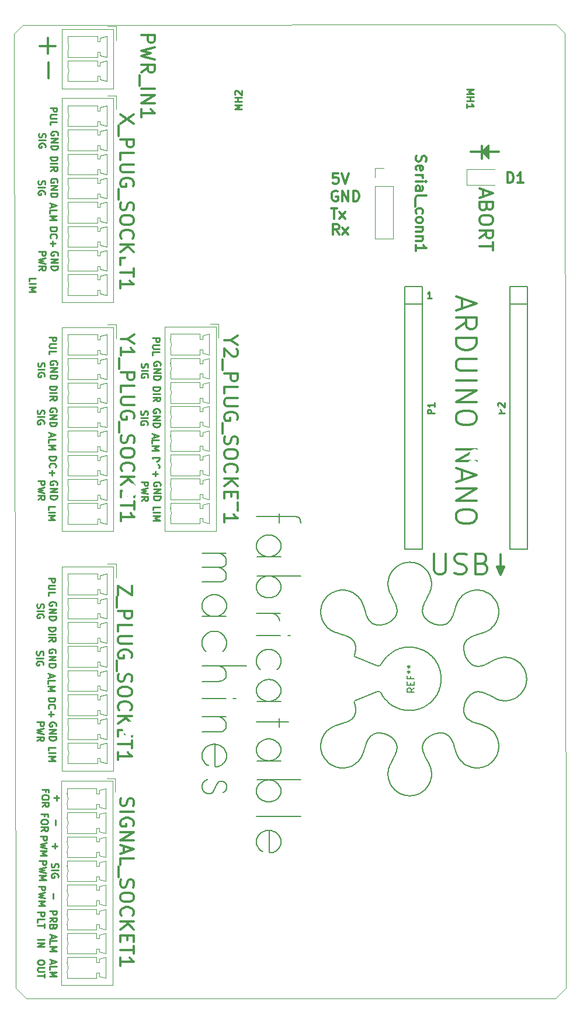
<source format=gbr>
G04 #@! TF.GenerationSoftware,KiCad,Pcbnew,(6.0.0-rc1-dev-347-gd8782b751)*
G04 #@! TF.CreationDate,2019-11-16T19:03:48+01:00*
G04 #@! TF.ProjectId,nano,6E616E6F2E6B696361645F7063620000,rev?*
G04 #@! TF.SameCoordinates,Original*
G04 #@! TF.FileFunction,Legend,Top*
G04 #@! TF.FilePolarity,Positive*
%FSLAX46Y46*%
G04 Gerber Fmt 4.6, Leading zero omitted, Abs format (unit mm)*
G04 Created by KiCad (PCBNEW (6.0.0-rc1-dev-347-gd8782b751)) date 11/16/19 19:03:48*
%MOMM*%
%LPD*%
G01*
G04 APERTURE LIST*
%ADD10C,0.300000*%
%ADD11C,0.150000*%
%ADD12C,0.250000*%
%ADD13C,0.100000*%
%ADD14C,0.120000*%
%ADD15C,0.200000*%
%ADD16C,1.000000*%
%ADD17C,1.100000*%
%ADD18O,1.700000X1.700000*%
%ADD19R,1.700000X1.700000*%
%ADD20O,3.600000X1.800000*%
%ADD21C,1.800000*%
%ADD22C,1.425000*%
%ADD23C,9.000000*%
%ADD24O,2.032000X1.727200*%
%ADD25C,2.000000*%
%ADD26C,1.500000*%
G04 APERTURE END LIST*
D10*
X128635142Y-62400571D02*
X128135142Y-61686285D01*
X127778000Y-62400571D02*
X127778000Y-60900571D01*
X128349428Y-60900571D01*
X128492285Y-60972000D01*
X128563714Y-61043428D01*
X128635142Y-61186285D01*
X128635142Y-61400571D01*
X128563714Y-61543428D01*
X128492285Y-61614857D01*
X128349428Y-61686285D01*
X127778000Y-61686285D01*
X129135142Y-62400571D02*
X129920857Y-61400571D01*
X129135142Y-61400571D02*
X129920857Y-62400571D01*
X127488285Y-58614571D02*
X128345428Y-58614571D01*
X127916857Y-60114571D02*
X127916857Y-58614571D01*
X128702571Y-60114571D02*
X129488285Y-59114571D01*
X128702571Y-59114571D02*
X129488285Y-60114571D01*
X128397142Y-56146000D02*
X128254285Y-56074571D01*
X128040000Y-56074571D01*
X127825714Y-56146000D01*
X127682857Y-56288857D01*
X127611428Y-56431714D01*
X127540000Y-56717428D01*
X127540000Y-56931714D01*
X127611428Y-57217428D01*
X127682857Y-57360285D01*
X127825714Y-57503142D01*
X128040000Y-57574571D01*
X128182857Y-57574571D01*
X128397142Y-57503142D01*
X128468571Y-57431714D01*
X128468571Y-56931714D01*
X128182857Y-56931714D01*
X129111428Y-57574571D02*
X129111428Y-56074571D01*
X129968571Y-57574571D01*
X129968571Y-56074571D01*
X130682857Y-57574571D02*
X130682857Y-56074571D01*
X131040000Y-56074571D01*
X131254285Y-56146000D01*
X131397142Y-56288857D01*
X131468571Y-56431714D01*
X131540000Y-56717428D01*
X131540000Y-56931714D01*
X131468571Y-57217428D01*
X131397142Y-57360285D01*
X131254285Y-57503142D01*
X131040000Y-57574571D01*
X130682857Y-57574571D01*
X128492285Y-53534571D02*
X127778000Y-53534571D01*
X127706571Y-54248857D01*
X127778000Y-54177428D01*
X127920857Y-54106000D01*
X128278000Y-54106000D01*
X128420857Y-54177428D01*
X128492285Y-54248857D01*
X128563714Y-54391714D01*
X128563714Y-54748857D01*
X128492285Y-54891714D01*
X128420857Y-54963142D01*
X128278000Y-55034571D01*
X127920857Y-55034571D01*
X127778000Y-54963142D01*
X127706571Y-54891714D01*
X128992285Y-53534571D02*
X129492285Y-55034571D01*
X129992285Y-53534571D01*
D11*
G36*
X149352000Y-50419000D02*
X150368000Y-49403000D01*
X150368000Y-51435000D01*
X149352000Y-50419000D01*
G37*
X149352000Y-50419000D02*
X150368000Y-49403000D01*
X150368000Y-51435000D01*
X149352000Y-50419000D01*
D10*
X149352000Y-49530000D02*
X149352000Y-51435000D01*
X147701000Y-50419000D02*
X151765000Y-50419000D01*
X149526666Y-55912285D02*
X149526666Y-56864666D01*
X148955238Y-55721809D02*
X150955238Y-56388476D01*
X148955238Y-57055142D01*
X150002857Y-58388476D02*
X149907619Y-58674190D01*
X149812380Y-58769428D01*
X149621904Y-58864666D01*
X149336190Y-58864666D01*
X149145714Y-58769428D01*
X149050476Y-58674190D01*
X148955238Y-58483714D01*
X148955238Y-57721809D01*
X150955238Y-57721809D01*
X150955238Y-58388476D01*
X150860000Y-58578952D01*
X150764761Y-58674190D01*
X150574285Y-58769428D01*
X150383809Y-58769428D01*
X150193333Y-58674190D01*
X150098095Y-58578952D01*
X150002857Y-58388476D01*
X150002857Y-57721809D01*
X150955238Y-60102761D02*
X150955238Y-60483714D01*
X150860000Y-60674190D01*
X150669523Y-60864666D01*
X150288571Y-60959904D01*
X149621904Y-60959904D01*
X149240952Y-60864666D01*
X149050476Y-60674190D01*
X148955238Y-60483714D01*
X148955238Y-60102761D01*
X149050476Y-59912285D01*
X149240952Y-59721809D01*
X149621904Y-59626571D01*
X150288571Y-59626571D01*
X150669523Y-59721809D01*
X150860000Y-59912285D01*
X150955238Y-60102761D01*
X148955238Y-62959904D02*
X149907619Y-62293238D01*
X148955238Y-61817047D02*
X150955238Y-61817047D01*
X150955238Y-62578952D01*
X150860000Y-62769428D01*
X150764761Y-62864666D01*
X150574285Y-62959904D01*
X150288571Y-62959904D01*
X150098095Y-62864666D01*
X150002857Y-62769428D01*
X149907619Y-62578952D01*
X149907619Y-61817047D01*
X150955238Y-63531333D02*
X150955238Y-64674190D01*
X148955238Y-64102761D02*
X150955238Y-64102761D01*
G36*
X152019000Y-111760000D02*
X152019000Y-110617000D01*
X152527000Y-110617000D01*
X152019000Y-111760000D01*
G37*
X152019000Y-111760000D02*
X152019000Y-110617000D01*
X152527000Y-110617000D01*
X152019000Y-111760000D01*
G36*
X152019000Y-111760000D02*
X152019000Y-110617000D01*
X151511000Y-110617000D01*
X152019000Y-111760000D01*
G37*
X152019000Y-111760000D02*
X152019000Y-110617000D01*
X151511000Y-110617000D01*
X152019000Y-111760000D01*
X152019000Y-108839000D02*
X152019000Y-111760000D01*
D12*
X86941333Y-164012714D02*
X86941333Y-164488904D01*
X86655619Y-163917476D02*
X87655619Y-164250809D01*
X86655619Y-164584142D01*
X86655619Y-165393666D02*
X86655619Y-164917476D01*
X87655619Y-164917476D01*
X86655619Y-165727000D02*
X87655619Y-165727000D01*
X86941333Y-166060333D01*
X87655619Y-166393666D01*
X86655619Y-166393666D01*
X84905619Y-164703190D02*
X85905619Y-164703190D01*
X84905619Y-165179380D02*
X85905619Y-165179380D01*
X84905619Y-165750809D01*
X85905619Y-165750809D01*
X86655619Y-160536095D02*
X87655619Y-160536095D01*
X87655619Y-160917047D01*
X87608000Y-161012285D01*
X87560380Y-161059904D01*
X87465142Y-161107523D01*
X87322285Y-161107523D01*
X87227047Y-161059904D01*
X87179428Y-161012285D01*
X87131809Y-160917047D01*
X87131809Y-160536095D01*
X86655619Y-162107523D02*
X87131809Y-161774190D01*
X86655619Y-161536095D02*
X87655619Y-161536095D01*
X87655619Y-161917047D01*
X87608000Y-162012285D01*
X87560380Y-162059904D01*
X87465142Y-162107523D01*
X87322285Y-162107523D01*
X87227047Y-162059904D01*
X87179428Y-162012285D01*
X87131809Y-161917047D01*
X87131809Y-161536095D01*
X87179428Y-162869428D02*
X87131809Y-163012285D01*
X87084190Y-163059904D01*
X86988952Y-163107523D01*
X86846095Y-163107523D01*
X86750857Y-163059904D01*
X86703238Y-163012285D01*
X86655619Y-162917047D01*
X86655619Y-162536095D01*
X87655619Y-162536095D01*
X87655619Y-162869428D01*
X87608000Y-162964666D01*
X87560380Y-163012285D01*
X87465142Y-163059904D01*
X87369904Y-163059904D01*
X87274666Y-163012285D01*
X87227047Y-162964666D01*
X87179428Y-162869428D01*
X87179428Y-162536095D01*
X84905619Y-160750380D02*
X85905619Y-160750380D01*
X85905619Y-161131333D01*
X85858000Y-161226571D01*
X85810380Y-161274190D01*
X85715142Y-161321809D01*
X85572285Y-161321809D01*
X85477047Y-161274190D01*
X85429428Y-161226571D01*
X85381809Y-161131333D01*
X85381809Y-160750380D01*
X84905619Y-162226571D02*
X84905619Y-161750380D01*
X85905619Y-161750380D01*
X85905619Y-162417047D02*
X85905619Y-162988476D01*
X84905619Y-162702761D02*
X85905619Y-162702761D01*
X87163571Y-157988047D02*
X87163571Y-158749952D01*
X85032619Y-156964238D02*
X86032619Y-156964238D01*
X86032619Y-157345190D01*
X85985000Y-157440428D01*
X85937380Y-157488047D01*
X85842142Y-157535666D01*
X85699285Y-157535666D01*
X85604047Y-157488047D01*
X85556428Y-157440428D01*
X85508809Y-157345190D01*
X85508809Y-156964238D01*
X86032619Y-157869000D02*
X85032619Y-158107095D01*
X85746904Y-158297571D01*
X85032619Y-158488047D01*
X86032619Y-158726142D01*
X85032619Y-159107095D02*
X86032619Y-159107095D01*
X85318333Y-159440428D01*
X86032619Y-159773761D01*
X85032619Y-159773761D01*
X87417571Y-150749047D02*
X87417571Y-151510952D01*
X87036619Y-151130000D02*
X87798523Y-151130000D01*
X85286619Y-149725238D02*
X86286619Y-149725238D01*
X86286619Y-150106190D01*
X86239000Y-150201428D01*
X86191380Y-150249047D01*
X86096142Y-150296666D01*
X85953285Y-150296666D01*
X85858047Y-150249047D01*
X85810428Y-150201428D01*
X85762809Y-150106190D01*
X85762809Y-149725238D01*
X86286619Y-150630000D02*
X85286619Y-150868095D01*
X86000904Y-151058571D01*
X85286619Y-151249047D01*
X86286619Y-151487142D01*
X85286619Y-151868095D02*
X86286619Y-151868095D01*
X85572333Y-152201428D01*
X86286619Y-152534761D01*
X85286619Y-152534761D01*
D13*
X83312000Y-173228000D02*
X81788000Y-171704000D01*
X82804000Y-32004000D02*
X81534000Y-33274000D01*
X161544000Y-171704000D02*
X160020000Y-173228000D01*
X161353500Y-33210500D02*
X160083500Y-31940500D01*
D10*
X146439000Y-71725285D02*
X146439000Y-73153857D01*
X145581857Y-71439571D02*
X148581857Y-72439571D01*
X145581857Y-73439571D01*
X145581857Y-76153857D02*
X147010428Y-75153857D01*
X145581857Y-74439571D02*
X148581857Y-74439571D01*
X148581857Y-75582428D01*
X148439000Y-75868142D01*
X148296142Y-76011000D01*
X148010428Y-76153857D01*
X147581857Y-76153857D01*
X147296142Y-76011000D01*
X147153285Y-75868142D01*
X147010428Y-75582428D01*
X147010428Y-74439571D01*
X145581857Y-77439571D02*
X148581857Y-77439571D01*
X148581857Y-78153857D01*
X148439000Y-78582428D01*
X148153285Y-78868142D01*
X147867571Y-79011000D01*
X147296142Y-79153857D01*
X146867571Y-79153857D01*
X146296142Y-79011000D01*
X146010428Y-78868142D01*
X145724714Y-78582428D01*
X145581857Y-78153857D01*
X145581857Y-77439571D01*
X148581857Y-80439571D02*
X146153285Y-80439571D01*
X145867571Y-80582428D01*
X145724714Y-80725285D01*
X145581857Y-81011000D01*
X145581857Y-81582428D01*
X145724714Y-81868142D01*
X145867571Y-82011000D01*
X146153285Y-82153857D01*
X148581857Y-82153857D01*
X145581857Y-83582428D02*
X148581857Y-83582428D01*
X145581857Y-85011000D02*
X148581857Y-85011000D01*
X145581857Y-86725285D01*
X148581857Y-86725285D01*
X148581857Y-88725285D02*
X148581857Y-89296714D01*
X148439000Y-89582428D01*
X148153285Y-89868142D01*
X147581857Y-90011000D01*
X146581857Y-90011000D01*
X146010428Y-89868142D01*
X145724714Y-89582428D01*
X145581857Y-89296714D01*
X145581857Y-88725285D01*
X145724714Y-88439571D01*
X146010428Y-88153857D01*
X146581857Y-88011000D01*
X147581857Y-88011000D01*
X148153285Y-88153857D01*
X148439000Y-88439571D01*
X148581857Y-88725285D01*
X145581857Y-93582428D02*
X148581857Y-93582428D01*
X145581857Y-95296714D01*
X148581857Y-95296714D01*
X146439000Y-96582428D02*
X146439000Y-98011000D01*
X145581857Y-96296714D02*
X148581857Y-97296714D01*
X145581857Y-98296714D01*
X145581857Y-99296714D02*
X148581857Y-99296714D01*
X145581857Y-101011000D01*
X148581857Y-101011000D01*
X148581857Y-103011000D02*
X148581857Y-103582428D01*
X148439000Y-103868142D01*
X148153285Y-104153857D01*
X147581857Y-104296714D01*
X146581857Y-104296714D01*
X146010428Y-104153857D01*
X145724714Y-103868142D01*
X145581857Y-103582428D01*
X145581857Y-103011000D01*
X145724714Y-102725285D01*
X146010428Y-102439571D01*
X146581857Y-102296714D01*
X147581857Y-102296714D01*
X148153285Y-102439571D01*
X148439000Y-102725285D01*
X148581857Y-103011000D01*
X142391285Y-108720142D02*
X142391285Y-111148714D01*
X142534142Y-111434428D01*
X142677000Y-111577285D01*
X142962714Y-111720142D01*
X143534142Y-111720142D01*
X143819857Y-111577285D01*
X143962714Y-111434428D01*
X144105571Y-111148714D01*
X144105571Y-108720142D01*
X145391285Y-111577285D02*
X145819857Y-111720142D01*
X146534142Y-111720142D01*
X146819857Y-111577285D01*
X146962714Y-111434428D01*
X147105571Y-111148714D01*
X147105571Y-110863000D01*
X146962714Y-110577285D01*
X146819857Y-110434428D01*
X146534142Y-110291571D01*
X145962714Y-110148714D01*
X145677000Y-110005857D01*
X145534142Y-109863000D01*
X145391285Y-109577285D01*
X145391285Y-109291571D01*
X145534142Y-109005857D01*
X145677000Y-108863000D01*
X145962714Y-108720142D01*
X146677000Y-108720142D01*
X147105571Y-108863000D01*
X149391285Y-110148714D02*
X149819857Y-110291571D01*
X149962714Y-110434428D01*
X150105571Y-110720142D01*
X150105571Y-111148714D01*
X149962714Y-111434428D01*
X149819857Y-111577285D01*
X149534142Y-111720142D01*
X148391285Y-111720142D01*
X148391285Y-108720142D01*
X149391285Y-108720142D01*
X149677000Y-108863000D01*
X149819857Y-109005857D01*
X149962714Y-109291571D01*
X149962714Y-109577285D01*
X149819857Y-109863000D01*
X149677000Y-110005857D01*
X149391285Y-110148714D01*
X148391285Y-110148714D01*
D12*
X87569500Y-116268595D02*
X87617119Y-116173357D01*
X87617119Y-116030500D01*
X87569500Y-115887642D01*
X87474261Y-115792404D01*
X87379023Y-115744785D01*
X87188547Y-115697166D01*
X87045690Y-115697166D01*
X86855214Y-115744785D01*
X86759976Y-115792404D01*
X86664738Y-115887642D01*
X86617119Y-116030500D01*
X86617119Y-116125738D01*
X86664738Y-116268595D01*
X86712357Y-116316214D01*
X87045690Y-116316214D01*
X87045690Y-116125738D01*
X86617119Y-116744785D02*
X87617119Y-116744785D01*
X86617119Y-117316214D01*
X87617119Y-117316214D01*
X86617119Y-117792404D02*
X87617119Y-117792404D01*
X87617119Y-118030500D01*
X87569500Y-118173357D01*
X87474261Y-118268595D01*
X87379023Y-118316214D01*
X87188547Y-118363833D01*
X87045690Y-118363833D01*
X86855214Y-118316214D01*
X86759976Y-118268595D01*
X86664738Y-118173357D01*
X86617119Y-118030500D01*
X86617119Y-117792404D01*
D10*
D12*
X84864738Y-116006690D02*
X84817119Y-116149547D01*
X84817119Y-116387642D01*
X84864738Y-116482880D01*
X84912357Y-116530500D01*
X85007595Y-116578119D01*
X85102833Y-116578119D01*
X85198071Y-116530500D01*
X85245690Y-116482880D01*
X85293309Y-116387642D01*
X85340928Y-116197166D01*
X85388547Y-116101928D01*
X85436166Y-116054309D01*
X85531404Y-116006690D01*
X85626642Y-116006690D01*
X85721880Y-116054309D01*
X85769500Y-116101928D01*
X85817119Y-116197166D01*
X85817119Y-116435261D01*
X85769500Y-116578119D01*
X84817119Y-117006690D02*
X85817119Y-117006690D01*
X85769500Y-118006690D02*
X85817119Y-117911452D01*
X85817119Y-117768595D01*
X85769500Y-117625738D01*
X85674261Y-117530500D01*
X85579023Y-117482880D01*
X85388547Y-117435261D01*
X85245690Y-117435261D01*
X85055214Y-117482880D01*
X84959976Y-117530500D01*
X84864738Y-117625738D01*
X84817119Y-117768595D01*
X84817119Y-117863833D01*
X84864738Y-118006690D01*
X84912357Y-118054309D01*
X85245690Y-118054309D01*
X85245690Y-117863833D01*
D10*
D12*
X87506000Y-123126595D02*
X87553619Y-123031357D01*
X87553619Y-122888500D01*
X87506000Y-122745642D01*
X87410761Y-122650404D01*
X87315523Y-122602785D01*
X87125047Y-122555166D01*
X86982190Y-122555166D01*
X86791714Y-122602785D01*
X86696476Y-122650404D01*
X86601238Y-122745642D01*
X86553619Y-122888500D01*
X86553619Y-122983738D01*
X86601238Y-123126595D01*
X86648857Y-123174214D01*
X86982190Y-123174214D01*
X86982190Y-122983738D01*
X86553619Y-123602785D02*
X87553619Y-123602785D01*
X86553619Y-124174214D01*
X87553619Y-124174214D01*
X86553619Y-124650404D02*
X87553619Y-124650404D01*
X87553619Y-124888500D01*
X87506000Y-125031357D01*
X87410761Y-125126595D01*
X87315523Y-125174214D01*
X87125047Y-125221833D01*
X86982190Y-125221833D01*
X86791714Y-125174214D01*
X86696476Y-125126595D01*
X86601238Y-125031357D01*
X86553619Y-124888500D01*
X86553619Y-124650404D01*
D10*
D12*
X84801238Y-122864690D02*
X84753619Y-123007547D01*
X84753619Y-123245642D01*
X84801238Y-123340880D01*
X84848857Y-123388500D01*
X84944095Y-123436119D01*
X85039333Y-123436119D01*
X85134571Y-123388500D01*
X85182190Y-123340880D01*
X85229809Y-123245642D01*
X85277428Y-123055166D01*
X85325047Y-122959928D01*
X85372666Y-122912309D01*
X85467904Y-122864690D01*
X85563142Y-122864690D01*
X85658380Y-122912309D01*
X85706000Y-122959928D01*
X85753619Y-123055166D01*
X85753619Y-123293261D01*
X85706000Y-123436119D01*
X84753619Y-123864690D02*
X85753619Y-123864690D01*
X85706000Y-124864690D02*
X85753619Y-124769452D01*
X85753619Y-124626595D01*
X85706000Y-124483738D01*
X85610761Y-124388500D01*
X85515523Y-124340880D01*
X85325047Y-124293261D01*
X85182190Y-124293261D01*
X84991714Y-124340880D01*
X84896476Y-124388500D01*
X84801238Y-124483738D01*
X84753619Y-124626595D01*
X84753619Y-124721833D01*
X84801238Y-124864690D01*
X84848857Y-124912309D01*
X85182190Y-124912309D01*
X85182190Y-124721833D01*
D10*
D12*
X87569500Y-133731095D02*
X87617119Y-133635857D01*
X87617119Y-133493000D01*
X87569500Y-133350142D01*
X87474261Y-133254904D01*
X87379023Y-133207285D01*
X87188547Y-133159666D01*
X87045690Y-133159666D01*
X86855214Y-133207285D01*
X86759976Y-133254904D01*
X86664738Y-133350142D01*
X86617119Y-133493000D01*
X86617119Y-133588238D01*
X86664738Y-133731095D01*
X86712357Y-133778714D01*
X87045690Y-133778714D01*
X87045690Y-133588238D01*
X86617119Y-134207285D02*
X87617119Y-134207285D01*
X86617119Y-134778714D01*
X87617119Y-134778714D01*
X86617119Y-135254904D02*
X87617119Y-135254904D01*
X87617119Y-135493000D01*
X87569500Y-135635857D01*
X87474261Y-135731095D01*
X87379023Y-135778714D01*
X87188547Y-135826333D01*
X87045690Y-135826333D01*
X86855214Y-135778714D01*
X86759976Y-135731095D01*
X86664738Y-135635857D01*
X86617119Y-135493000D01*
X86617119Y-135254904D01*
D10*
D12*
X84817119Y-133159666D02*
X85817119Y-133159666D01*
X85817119Y-133540619D01*
X85769500Y-133635857D01*
X85721880Y-133683476D01*
X85626642Y-133731095D01*
X85483785Y-133731095D01*
X85388547Y-133683476D01*
X85340928Y-133635857D01*
X85293309Y-133540619D01*
X85293309Y-133159666D01*
X85817119Y-134064428D02*
X84817119Y-134302523D01*
X85531404Y-134493000D01*
X84817119Y-134683476D01*
X85817119Y-134921571D01*
X84817119Y-135873952D02*
X85293309Y-135540619D01*
X84817119Y-135302523D02*
X85817119Y-135302523D01*
X85817119Y-135683476D01*
X85769500Y-135778714D01*
X85721880Y-135826333D01*
X85626642Y-135873952D01*
X85483785Y-135873952D01*
X85388547Y-135826333D01*
X85340928Y-135778714D01*
X85293309Y-135683476D01*
X85293309Y-135302523D01*
D10*
D12*
X86479119Y-129619547D02*
X87479119Y-129619547D01*
X87479119Y-129857642D01*
X87431500Y-130000500D01*
X87336261Y-130095738D01*
X87241023Y-130143357D01*
X87050547Y-130190976D01*
X86907690Y-130190976D01*
X86717214Y-130143357D01*
X86621976Y-130095738D01*
X86526738Y-130000500D01*
X86479119Y-129857642D01*
X86479119Y-129619547D01*
X86574357Y-131190976D02*
X86526738Y-131143357D01*
X86479119Y-131000500D01*
X86479119Y-130905261D01*
X86526738Y-130762404D01*
X86621976Y-130667166D01*
X86717214Y-130619547D01*
X86907690Y-130571928D01*
X87050547Y-130571928D01*
X87241023Y-130619547D01*
X87336261Y-130667166D01*
X87431500Y-130762404D01*
X87479119Y-130905261D01*
X87479119Y-131000500D01*
X87431500Y-131143357D01*
X87383880Y-131190976D01*
X86860071Y-131619547D02*
X86860071Y-132381452D01*
X86479119Y-132000500D02*
X87241023Y-132000500D01*
D10*
D12*
X86542619Y-137295000D02*
X86542619Y-136818809D01*
X87542619Y-136818809D01*
X86542619Y-137628333D02*
X87542619Y-137628333D01*
X86542619Y-138104523D02*
X87542619Y-138104523D01*
X86828333Y-138437857D01*
X87542619Y-138771190D01*
X86542619Y-138771190D01*
D10*
D12*
X86542619Y-119396000D02*
X87542619Y-119396000D01*
X87542619Y-119634095D01*
X87495000Y-119776952D01*
X87399761Y-119872190D01*
X87304523Y-119919809D01*
X87114047Y-119967428D01*
X86971190Y-119967428D01*
X86780714Y-119919809D01*
X86685476Y-119872190D01*
X86590238Y-119776952D01*
X86542619Y-119634095D01*
X86542619Y-119396000D01*
X86542619Y-120396000D02*
X87542619Y-120396000D01*
X86542619Y-121443619D02*
X87018809Y-121110285D01*
X86542619Y-120872190D02*
X87542619Y-120872190D01*
X87542619Y-121253142D01*
X87495000Y-121348380D01*
X87447380Y-121396000D01*
X87352142Y-121443619D01*
X87209285Y-121443619D01*
X87114047Y-121396000D01*
X87066428Y-121348380D01*
X87018809Y-121253142D01*
X87018809Y-120872190D01*
D10*
D12*
X86701333Y-126230214D02*
X86701333Y-126706404D01*
X86415619Y-126134976D02*
X87415619Y-126468309D01*
X86415619Y-126801642D01*
X86415619Y-127611166D02*
X86415619Y-127134976D01*
X87415619Y-127134976D01*
X86415619Y-127944500D02*
X87415619Y-127944500D01*
X86701333Y-128277833D01*
X87415619Y-128611166D01*
X86415619Y-128611166D01*
D10*
D12*
X86479119Y-112284023D02*
X87479119Y-112284023D01*
X87479119Y-112664976D01*
X87431500Y-112760214D01*
X87383880Y-112807833D01*
X87288642Y-112855452D01*
X87145785Y-112855452D01*
X87050547Y-112807833D01*
X87002928Y-112760214D01*
X86955309Y-112664976D01*
X86955309Y-112284023D01*
X87479119Y-113284023D02*
X86669595Y-113284023D01*
X86574357Y-113331642D01*
X86526738Y-113379261D01*
X86479119Y-113474500D01*
X86479119Y-113664976D01*
X86526738Y-113760214D01*
X86574357Y-113807833D01*
X86669595Y-113855452D01*
X87479119Y-113855452D01*
X86479119Y-114807833D02*
X86479119Y-114331642D01*
X87479119Y-114331642D01*
D10*
D12*
X101655619Y-102433500D02*
X101655619Y-101957309D01*
X102655619Y-101957309D01*
X101655619Y-102766833D02*
X102655619Y-102766833D01*
X101655619Y-103243023D02*
X102655619Y-103243023D01*
X101941333Y-103576357D01*
X102655619Y-103909690D01*
X101655619Y-103909690D01*
D10*
D12*
X101592119Y-77422523D02*
X102592119Y-77422523D01*
X102592119Y-77803476D01*
X102544500Y-77898714D01*
X102496880Y-77946333D01*
X102401642Y-77993952D01*
X102258785Y-77993952D01*
X102163547Y-77946333D01*
X102115928Y-77898714D01*
X102068309Y-77803476D01*
X102068309Y-77422523D01*
X102592119Y-78422523D02*
X101782595Y-78422523D01*
X101687357Y-78470142D01*
X101639738Y-78517761D01*
X101592119Y-78613000D01*
X101592119Y-78803476D01*
X101639738Y-78898714D01*
X101687357Y-78946333D01*
X101782595Y-78993952D01*
X102592119Y-78993952D01*
X101592119Y-79946333D02*
X101592119Y-79470142D01*
X102592119Y-79470142D01*
D10*
D12*
X102682500Y-81407095D02*
X102730119Y-81311857D01*
X102730119Y-81169000D01*
X102682500Y-81026142D01*
X102587261Y-80930904D01*
X102492023Y-80883285D01*
X102301547Y-80835666D01*
X102158690Y-80835666D01*
X101968214Y-80883285D01*
X101872976Y-80930904D01*
X101777738Y-81026142D01*
X101730119Y-81169000D01*
X101730119Y-81264238D01*
X101777738Y-81407095D01*
X101825357Y-81454714D01*
X102158690Y-81454714D01*
X102158690Y-81264238D01*
X101730119Y-81883285D02*
X102730119Y-81883285D01*
X101730119Y-82454714D01*
X102730119Y-82454714D01*
X101730119Y-82930904D02*
X102730119Y-82930904D01*
X102730119Y-83169000D01*
X102682500Y-83311857D01*
X102587261Y-83407095D01*
X102492023Y-83454714D01*
X102301547Y-83502333D01*
X102158690Y-83502333D01*
X101968214Y-83454714D01*
X101872976Y-83407095D01*
X101777738Y-83311857D01*
X101730119Y-83169000D01*
X101730119Y-82930904D01*
D10*
D12*
X99977738Y-81145190D02*
X99930119Y-81288047D01*
X99930119Y-81526142D01*
X99977738Y-81621380D01*
X100025357Y-81669000D01*
X100120595Y-81716619D01*
X100215833Y-81716619D01*
X100311071Y-81669000D01*
X100358690Y-81621380D01*
X100406309Y-81526142D01*
X100453928Y-81335666D01*
X100501547Y-81240428D01*
X100549166Y-81192809D01*
X100644404Y-81145190D01*
X100739642Y-81145190D01*
X100834880Y-81192809D01*
X100882500Y-81240428D01*
X100930119Y-81335666D01*
X100930119Y-81573761D01*
X100882500Y-81716619D01*
X99930119Y-82145190D02*
X100930119Y-82145190D01*
X100882500Y-83145190D02*
X100930119Y-83049952D01*
X100930119Y-82907095D01*
X100882500Y-82764238D01*
X100787261Y-82669000D01*
X100692023Y-82621380D01*
X100501547Y-82573761D01*
X100358690Y-82573761D01*
X100168214Y-82621380D01*
X100072976Y-82669000D01*
X99977738Y-82764238D01*
X99930119Y-82907095D01*
X99930119Y-83002333D01*
X99977738Y-83145190D01*
X100025357Y-83192809D01*
X100358690Y-83192809D01*
X100358690Y-83002333D01*
D10*
D12*
X102619000Y-88265095D02*
X102666619Y-88169857D01*
X102666619Y-88027000D01*
X102619000Y-87884142D01*
X102523761Y-87788904D01*
X102428523Y-87741285D01*
X102238047Y-87693666D01*
X102095190Y-87693666D01*
X101904714Y-87741285D01*
X101809476Y-87788904D01*
X101714238Y-87884142D01*
X101666619Y-88027000D01*
X101666619Y-88122238D01*
X101714238Y-88265095D01*
X101761857Y-88312714D01*
X102095190Y-88312714D01*
X102095190Y-88122238D01*
X101666619Y-88741285D02*
X102666619Y-88741285D01*
X101666619Y-89312714D01*
X102666619Y-89312714D01*
X101666619Y-89788904D02*
X102666619Y-89788904D01*
X102666619Y-90027000D01*
X102619000Y-90169857D01*
X102523761Y-90265095D01*
X102428523Y-90312714D01*
X102238047Y-90360333D01*
X102095190Y-90360333D01*
X101904714Y-90312714D01*
X101809476Y-90265095D01*
X101714238Y-90169857D01*
X101666619Y-90027000D01*
X101666619Y-89788904D01*
D10*
D12*
X99914238Y-88003190D02*
X99866619Y-88146047D01*
X99866619Y-88384142D01*
X99914238Y-88479380D01*
X99961857Y-88527000D01*
X100057095Y-88574619D01*
X100152333Y-88574619D01*
X100247571Y-88527000D01*
X100295190Y-88479380D01*
X100342809Y-88384142D01*
X100390428Y-88193666D01*
X100438047Y-88098428D01*
X100485666Y-88050809D01*
X100580904Y-88003190D01*
X100676142Y-88003190D01*
X100771380Y-88050809D01*
X100819000Y-88098428D01*
X100866619Y-88193666D01*
X100866619Y-88431761D01*
X100819000Y-88574619D01*
X99866619Y-89003190D02*
X100866619Y-89003190D01*
X100819000Y-90003190D02*
X100866619Y-89907952D01*
X100866619Y-89765095D01*
X100819000Y-89622238D01*
X100723761Y-89527000D01*
X100628523Y-89479380D01*
X100438047Y-89431761D01*
X100295190Y-89431761D01*
X100104714Y-89479380D01*
X100009476Y-89527000D01*
X99914238Y-89622238D01*
X99866619Y-89765095D01*
X99866619Y-89860333D01*
X99914238Y-90003190D01*
X99961857Y-90050809D01*
X100295190Y-90050809D01*
X100295190Y-89860333D01*
D10*
D12*
X102682500Y-98869595D02*
X102730119Y-98774357D01*
X102730119Y-98631500D01*
X102682500Y-98488642D01*
X102587261Y-98393404D01*
X102492023Y-98345785D01*
X102301547Y-98298166D01*
X102158690Y-98298166D01*
X101968214Y-98345785D01*
X101872976Y-98393404D01*
X101777738Y-98488642D01*
X101730119Y-98631500D01*
X101730119Y-98726738D01*
X101777738Y-98869595D01*
X101825357Y-98917214D01*
X102158690Y-98917214D01*
X102158690Y-98726738D01*
X101730119Y-99345785D02*
X102730119Y-99345785D01*
X101730119Y-99917214D01*
X102730119Y-99917214D01*
X101730119Y-100393404D02*
X102730119Y-100393404D01*
X102730119Y-100631500D01*
X102682500Y-100774357D01*
X102587261Y-100869595D01*
X102492023Y-100917214D01*
X102301547Y-100964833D01*
X102158690Y-100964833D01*
X101968214Y-100917214D01*
X101872976Y-100869595D01*
X101777738Y-100774357D01*
X101730119Y-100631500D01*
X101730119Y-100393404D01*
D10*
D12*
X99930119Y-98298166D02*
X100930119Y-98298166D01*
X100930119Y-98679119D01*
X100882500Y-98774357D01*
X100834880Y-98821976D01*
X100739642Y-98869595D01*
X100596785Y-98869595D01*
X100501547Y-98821976D01*
X100453928Y-98774357D01*
X100406309Y-98679119D01*
X100406309Y-98298166D01*
X100930119Y-99202928D02*
X99930119Y-99441023D01*
X100644404Y-99631500D01*
X99930119Y-99821976D01*
X100930119Y-100060071D01*
X99930119Y-101012452D02*
X100406309Y-100679119D01*
X99930119Y-100441023D02*
X100930119Y-100441023D01*
X100930119Y-100821976D01*
X100882500Y-100917214D01*
X100834880Y-100964833D01*
X100739642Y-101012452D01*
X100596785Y-101012452D01*
X100501547Y-100964833D01*
X100453928Y-100917214D01*
X100406309Y-100821976D01*
X100406309Y-100441023D01*
D10*
D12*
X101592119Y-94758047D02*
X102592119Y-94758047D01*
X102592119Y-94996142D01*
X102544500Y-95139000D01*
X102449261Y-95234238D01*
X102354023Y-95281857D01*
X102163547Y-95329476D01*
X102020690Y-95329476D01*
X101830214Y-95281857D01*
X101734976Y-95234238D01*
X101639738Y-95139000D01*
X101592119Y-94996142D01*
X101592119Y-94758047D01*
X101687357Y-96329476D02*
X101639738Y-96281857D01*
X101592119Y-96139000D01*
X101592119Y-96043761D01*
X101639738Y-95900904D01*
X101734976Y-95805666D01*
X101830214Y-95758047D01*
X102020690Y-95710428D01*
X102163547Y-95710428D01*
X102354023Y-95758047D01*
X102449261Y-95805666D01*
X102544500Y-95900904D01*
X102592119Y-96043761D01*
X102592119Y-96139000D01*
X102544500Y-96281857D01*
X102496880Y-96329476D01*
X101973071Y-96758047D02*
X101973071Y-97519952D01*
X101592119Y-97139000D02*
X102354023Y-97139000D01*
D10*
D12*
X101814333Y-91368714D02*
X101814333Y-91844904D01*
X101528619Y-91273476D02*
X102528619Y-91606809D01*
X101528619Y-91940142D01*
X101528619Y-92749666D02*
X101528619Y-92273476D01*
X102528619Y-92273476D01*
X101528619Y-93083000D02*
X102528619Y-93083000D01*
X101814333Y-93416333D01*
X102528619Y-93749666D01*
X101528619Y-93749666D01*
D10*
D12*
X101655619Y-84534500D02*
X102655619Y-84534500D01*
X102655619Y-84772595D01*
X102608000Y-84915452D01*
X102512761Y-85010690D01*
X102417523Y-85058309D01*
X102227047Y-85105928D01*
X102084190Y-85105928D01*
X101893714Y-85058309D01*
X101798476Y-85010690D01*
X101703238Y-84915452D01*
X101655619Y-84772595D01*
X101655619Y-84534500D01*
X101655619Y-85534500D02*
X102655619Y-85534500D01*
X101655619Y-86582119D02*
X102131809Y-86248785D01*
X101655619Y-86010690D02*
X102655619Y-86010690D01*
X102655619Y-86391642D01*
X102608000Y-86486880D01*
X102560380Y-86534500D01*
X102465142Y-86582119D01*
X102322285Y-86582119D01*
X102227047Y-86534500D01*
X102179428Y-86486880D01*
X102131809Y-86391642D01*
X102131809Y-86010690D01*
D10*
D12*
X86606119Y-77295523D02*
X87606119Y-77295523D01*
X87606119Y-77676476D01*
X87558500Y-77771714D01*
X87510880Y-77819333D01*
X87415642Y-77866952D01*
X87272785Y-77866952D01*
X87177547Y-77819333D01*
X87129928Y-77771714D01*
X87082309Y-77676476D01*
X87082309Y-77295523D01*
X87606119Y-78295523D02*
X86796595Y-78295523D01*
X86701357Y-78343142D01*
X86653738Y-78390761D01*
X86606119Y-78486000D01*
X86606119Y-78676476D01*
X86653738Y-78771714D01*
X86701357Y-78819333D01*
X86796595Y-78866952D01*
X87606119Y-78866952D01*
X86606119Y-79819333D02*
X86606119Y-79343142D01*
X87606119Y-79343142D01*
D10*
D12*
X87696500Y-81280095D02*
X87744119Y-81184857D01*
X87744119Y-81042000D01*
X87696500Y-80899142D01*
X87601261Y-80803904D01*
X87506023Y-80756285D01*
X87315547Y-80708666D01*
X87172690Y-80708666D01*
X86982214Y-80756285D01*
X86886976Y-80803904D01*
X86791738Y-80899142D01*
X86744119Y-81042000D01*
X86744119Y-81137238D01*
X86791738Y-81280095D01*
X86839357Y-81327714D01*
X87172690Y-81327714D01*
X87172690Y-81137238D01*
X86744119Y-81756285D02*
X87744119Y-81756285D01*
X86744119Y-82327714D01*
X87744119Y-82327714D01*
X86744119Y-82803904D02*
X87744119Y-82803904D01*
X87744119Y-83042000D01*
X87696500Y-83184857D01*
X87601261Y-83280095D01*
X87506023Y-83327714D01*
X87315547Y-83375333D01*
X87172690Y-83375333D01*
X86982214Y-83327714D01*
X86886976Y-83280095D01*
X86791738Y-83184857D01*
X86744119Y-83042000D01*
X86744119Y-82803904D01*
D10*
D12*
X84991738Y-81018190D02*
X84944119Y-81161047D01*
X84944119Y-81399142D01*
X84991738Y-81494380D01*
X85039357Y-81542000D01*
X85134595Y-81589619D01*
X85229833Y-81589619D01*
X85325071Y-81542000D01*
X85372690Y-81494380D01*
X85420309Y-81399142D01*
X85467928Y-81208666D01*
X85515547Y-81113428D01*
X85563166Y-81065809D01*
X85658404Y-81018190D01*
X85753642Y-81018190D01*
X85848880Y-81065809D01*
X85896500Y-81113428D01*
X85944119Y-81208666D01*
X85944119Y-81446761D01*
X85896500Y-81589619D01*
X84944119Y-82018190D02*
X85944119Y-82018190D01*
X85896500Y-83018190D02*
X85944119Y-82922952D01*
X85944119Y-82780095D01*
X85896500Y-82637238D01*
X85801261Y-82542000D01*
X85706023Y-82494380D01*
X85515547Y-82446761D01*
X85372690Y-82446761D01*
X85182214Y-82494380D01*
X85086976Y-82542000D01*
X84991738Y-82637238D01*
X84944119Y-82780095D01*
X84944119Y-82875333D01*
X84991738Y-83018190D01*
X85039357Y-83065809D01*
X85372690Y-83065809D01*
X85372690Y-82875333D01*
D10*
D12*
X87633000Y-88138095D02*
X87680619Y-88042857D01*
X87680619Y-87900000D01*
X87633000Y-87757142D01*
X87537761Y-87661904D01*
X87442523Y-87614285D01*
X87252047Y-87566666D01*
X87109190Y-87566666D01*
X86918714Y-87614285D01*
X86823476Y-87661904D01*
X86728238Y-87757142D01*
X86680619Y-87900000D01*
X86680619Y-87995238D01*
X86728238Y-88138095D01*
X86775857Y-88185714D01*
X87109190Y-88185714D01*
X87109190Y-87995238D01*
X86680619Y-88614285D02*
X87680619Y-88614285D01*
X86680619Y-89185714D01*
X87680619Y-89185714D01*
X86680619Y-89661904D02*
X87680619Y-89661904D01*
X87680619Y-89900000D01*
X87633000Y-90042857D01*
X87537761Y-90138095D01*
X87442523Y-90185714D01*
X87252047Y-90233333D01*
X87109190Y-90233333D01*
X86918714Y-90185714D01*
X86823476Y-90138095D01*
X86728238Y-90042857D01*
X86680619Y-89900000D01*
X86680619Y-89661904D01*
D10*
D12*
X84928238Y-87876190D02*
X84880619Y-88019047D01*
X84880619Y-88257142D01*
X84928238Y-88352380D01*
X84975857Y-88400000D01*
X85071095Y-88447619D01*
X85166333Y-88447619D01*
X85261571Y-88400000D01*
X85309190Y-88352380D01*
X85356809Y-88257142D01*
X85404428Y-88066666D01*
X85452047Y-87971428D01*
X85499666Y-87923809D01*
X85594904Y-87876190D01*
X85690142Y-87876190D01*
X85785380Y-87923809D01*
X85833000Y-87971428D01*
X85880619Y-88066666D01*
X85880619Y-88304761D01*
X85833000Y-88447619D01*
X84880619Y-88876190D02*
X85880619Y-88876190D01*
X85833000Y-89876190D02*
X85880619Y-89780952D01*
X85880619Y-89638095D01*
X85833000Y-89495238D01*
X85737761Y-89400000D01*
X85642523Y-89352380D01*
X85452047Y-89304761D01*
X85309190Y-89304761D01*
X85118714Y-89352380D01*
X85023476Y-89400000D01*
X84928238Y-89495238D01*
X84880619Y-89638095D01*
X84880619Y-89733333D01*
X84928238Y-89876190D01*
X84975857Y-89923809D01*
X85309190Y-89923809D01*
X85309190Y-89733333D01*
D10*
D12*
X86606119Y-94631047D02*
X87606119Y-94631047D01*
X87606119Y-94869142D01*
X87558500Y-95012000D01*
X87463261Y-95107238D01*
X87368023Y-95154857D01*
X87177547Y-95202476D01*
X87034690Y-95202476D01*
X86844214Y-95154857D01*
X86748976Y-95107238D01*
X86653738Y-95012000D01*
X86606119Y-94869142D01*
X86606119Y-94631047D01*
X86701357Y-96202476D02*
X86653738Y-96154857D01*
X86606119Y-96012000D01*
X86606119Y-95916761D01*
X86653738Y-95773904D01*
X86748976Y-95678666D01*
X86844214Y-95631047D01*
X87034690Y-95583428D01*
X87177547Y-95583428D01*
X87368023Y-95631047D01*
X87463261Y-95678666D01*
X87558500Y-95773904D01*
X87606119Y-95916761D01*
X87606119Y-96012000D01*
X87558500Y-96154857D01*
X87510880Y-96202476D01*
X86987071Y-96631047D02*
X86987071Y-97392952D01*
X86606119Y-97012000D02*
X87368023Y-97012000D01*
D10*
D12*
X86828333Y-91241714D02*
X86828333Y-91717904D01*
X86542619Y-91146476D02*
X87542619Y-91479809D01*
X86542619Y-91813142D01*
X86542619Y-92622666D02*
X86542619Y-92146476D01*
X87542619Y-92146476D01*
X86542619Y-92956000D02*
X87542619Y-92956000D01*
X86828333Y-93289333D01*
X87542619Y-93622666D01*
X86542619Y-93622666D01*
D10*
D12*
X87696500Y-98742595D02*
X87744119Y-98647357D01*
X87744119Y-98504500D01*
X87696500Y-98361642D01*
X87601261Y-98266404D01*
X87506023Y-98218785D01*
X87315547Y-98171166D01*
X87172690Y-98171166D01*
X86982214Y-98218785D01*
X86886976Y-98266404D01*
X86791738Y-98361642D01*
X86744119Y-98504500D01*
X86744119Y-98599738D01*
X86791738Y-98742595D01*
X86839357Y-98790214D01*
X87172690Y-98790214D01*
X87172690Y-98599738D01*
X86744119Y-99218785D02*
X87744119Y-99218785D01*
X86744119Y-99790214D01*
X87744119Y-99790214D01*
X86744119Y-100266404D02*
X87744119Y-100266404D01*
X87744119Y-100504500D01*
X87696500Y-100647357D01*
X87601261Y-100742595D01*
X87506023Y-100790214D01*
X87315547Y-100837833D01*
X87172690Y-100837833D01*
X86982214Y-100790214D01*
X86886976Y-100742595D01*
X86791738Y-100647357D01*
X86744119Y-100504500D01*
X86744119Y-100266404D01*
D10*
D12*
X84944119Y-98171166D02*
X85944119Y-98171166D01*
X85944119Y-98552119D01*
X85896500Y-98647357D01*
X85848880Y-98694976D01*
X85753642Y-98742595D01*
X85610785Y-98742595D01*
X85515547Y-98694976D01*
X85467928Y-98647357D01*
X85420309Y-98552119D01*
X85420309Y-98171166D01*
X85944119Y-99075928D02*
X84944119Y-99314023D01*
X85658404Y-99504500D01*
X84944119Y-99694976D01*
X85944119Y-99933071D01*
X84944119Y-100885452D02*
X85420309Y-100552119D01*
X84944119Y-100314023D02*
X85944119Y-100314023D01*
X85944119Y-100694976D01*
X85896500Y-100790214D01*
X85848880Y-100837833D01*
X85753642Y-100885452D01*
X85610785Y-100885452D01*
X85515547Y-100837833D01*
X85467928Y-100790214D01*
X85420309Y-100694976D01*
X85420309Y-100314023D01*
D10*
D12*
X86669619Y-84407500D02*
X87669619Y-84407500D01*
X87669619Y-84645595D01*
X87622000Y-84788452D01*
X87526761Y-84883690D01*
X87431523Y-84931309D01*
X87241047Y-84978928D01*
X87098190Y-84978928D01*
X86907714Y-84931309D01*
X86812476Y-84883690D01*
X86717238Y-84788452D01*
X86669619Y-84645595D01*
X86669619Y-84407500D01*
X86669619Y-85407500D02*
X87669619Y-85407500D01*
X86669619Y-86455119D02*
X87145809Y-86121785D01*
X86669619Y-85883690D02*
X87669619Y-85883690D01*
X87669619Y-86264642D01*
X87622000Y-86359880D01*
X87574380Y-86407500D01*
X87479142Y-86455119D01*
X87336285Y-86455119D01*
X87241047Y-86407500D01*
X87193428Y-86359880D01*
X87145809Y-86264642D01*
X87145809Y-85883690D01*
D10*
D12*
X86479119Y-102370000D02*
X86479119Y-101893809D01*
X87479119Y-101893809D01*
X86479119Y-102703333D02*
X87479119Y-102703333D01*
X86479119Y-103179523D02*
X87479119Y-103179523D01*
X86764833Y-103512857D01*
X87479119Y-103846190D01*
X86479119Y-103846190D01*
D10*
D12*
X83685119Y-69223000D02*
X83685119Y-68746809D01*
X84685119Y-68746809D01*
X83685119Y-69556333D02*
X84685119Y-69556333D01*
X83685119Y-70032523D02*
X84685119Y-70032523D01*
X83970833Y-70365857D01*
X84685119Y-70699190D01*
X83685119Y-70699190D01*
D10*
D12*
X87823500Y-65468595D02*
X87871119Y-65373357D01*
X87871119Y-65230500D01*
X87823500Y-65087642D01*
X87728261Y-64992404D01*
X87633023Y-64944785D01*
X87442547Y-64897166D01*
X87299690Y-64897166D01*
X87109214Y-64944785D01*
X87013976Y-64992404D01*
X86918738Y-65087642D01*
X86871119Y-65230500D01*
X86871119Y-65325738D01*
X86918738Y-65468595D01*
X86966357Y-65516214D01*
X87299690Y-65516214D01*
X87299690Y-65325738D01*
X86871119Y-65944785D02*
X87871119Y-65944785D01*
X86871119Y-66516214D01*
X87871119Y-66516214D01*
X86871119Y-66992404D02*
X87871119Y-66992404D01*
X87871119Y-67230500D01*
X87823500Y-67373357D01*
X87728261Y-67468595D01*
X87633023Y-67516214D01*
X87442547Y-67563833D01*
X87299690Y-67563833D01*
X87109214Y-67516214D01*
X87013976Y-67468595D01*
X86918738Y-67373357D01*
X86871119Y-67230500D01*
X86871119Y-66992404D01*
D10*
D12*
X85071119Y-64897166D02*
X86071119Y-64897166D01*
X86071119Y-65278119D01*
X86023500Y-65373357D01*
X85975880Y-65420976D01*
X85880642Y-65468595D01*
X85737785Y-65468595D01*
X85642547Y-65420976D01*
X85594928Y-65373357D01*
X85547309Y-65278119D01*
X85547309Y-64897166D01*
X86071119Y-65801928D02*
X85071119Y-66040023D01*
X85785404Y-66230500D01*
X85071119Y-66420976D01*
X86071119Y-66659071D01*
X85071119Y-67611452D02*
X85547309Y-67278119D01*
X85071119Y-67040023D02*
X86071119Y-67040023D01*
X86071119Y-67420976D01*
X86023500Y-67516214D01*
X85975880Y-67563833D01*
X85880642Y-67611452D01*
X85737785Y-67611452D01*
X85642547Y-67563833D01*
X85594928Y-67516214D01*
X85547309Y-67420976D01*
X85547309Y-67040023D01*
D10*
D12*
X86733119Y-61357047D02*
X87733119Y-61357047D01*
X87733119Y-61595142D01*
X87685500Y-61738000D01*
X87590261Y-61833238D01*
X87495023Y-61880857D01*
X87304547Y-61928476D01*
X87161690Y-61928476D01*
X86971214Y-61880857D01*
X86875976Y-61833238D01*
X86780738Y-61738000D01*
X86733119Y-61595142D01*
X86733119Y-61357047D01*
X86828357Y-62928476D02*
X86780738Y-62880857D01*
X86733119Y-62738000D01*
X86733119Y-62642761D01*
X86780738Y-62499904D01*
X86875976Y-62404666D01*
X86971214Y-62357047D01*
X87161690Y-62309428D01*
X87304547Y-62309428D01*
X87495023Y-62357047D01*
X87590261Y-62404666D01*
X87685500Y-62499904D01*
X87733119Y-62642761D01*
X87733119Y-62738000D01*
X87685500Y-62880857D01*
X87637880Y-62928476D01*
X87114071Y-63357047D02*
X87114071Y-64118952D01*
X86733119Y-63738000D02*
X87495023Y-63738000D01*
D10*
D12*
X86955333Y-57967714D02*
X86955333Y-58443904D01*
X86669619Y-57872476D02*
X87669619Y-58205809D01*
X86669619Y-58539142D01*
X86669619Y-59348666D02*
X86669619Y-58872476D01*
X87669619Y-58872476D01*
X86669619Y-59682000D02*
X87669619Y-59682000D01*
X86955333Y-60015333D01*
X87669619Y-60348666D01*
X86669619Y-60348666D01*
D10*
D12*
X87760000Y-54864095D02*
X87807619Y-54768857D01*
X87807619Y-54626000D01*
X87760000Y-54483142D01*
X87664761Y-54387904D01*
X87569523Y-54340285D01*
X87379047Y-54292666D01*
X87236190Y-54292666D01*
X87045714Y-54340285D01*
X86950476Y-54387904D01*
X86855238Y-54483142D01*
X86807619Y-54626000D01*
X86807619Y-54721238D01*
X86855238Y-54864095D01*
X86902857Y-54911714D01*
X87236190Y-54911714D01*
X87236190Y-54721238D01*
X86807619Y-55340285D02*
X87807619Y-55340285D01*
X86807619Y-55911714D01*
X87807619Y-55911714D01*
X86807619Y-56387904D02*
X87807619Y-56387904D01*
X87807619Y-56626000D01*
X87760000Y-56768857D01*
X87664761Y-56864095D01*
X87569523Y-56911714D01*
X87379047Y-56959333D01*
X87236190Y-56959333D01*
X87045714Y-56911714D01*
X86950476Y-56864095D01*
X86855238Y-56768857D01*
X86807619Y-56626000D01*
X86807619Y-56387904D01*
D10*
D12*
X85055238Y-54602190D02*
X85007619Y-54745047D01*
X85007619Y-54983142D01*
X85055238Y-55078380D01*
X85102857Y-55126000D01*
X85198095Y-55173619D01*
X85293333Y-55173619D01*
X85388571Y-55126000D01*
X85436190Y-55078380D01*
X85483809Y-54983142D01*
X85531428Y-54792666D01*
X85579047Y-54697428D01*
X85626666Y-54649809D01*
X85721904Y-54602190D01*
X85817142Y-54602190D01*
X85912380Y-54649809D01*
X85960000Y-54697428D01*
X86007619Y-54792666D01*
X86007619Y-55030761D01*
X85960000Y-55173619D01*
X85007619Y-55602190D02*
X86007619Y-55602190D01*
X85960000Y-56602190D02*
X86007619Y-56506952D01*
X86007619Y-56364095D01*
X85960000Y-56221238D01*
X85864761Y-56126000D01*
X85769523Y-56078380D01*
X85579047Y-56030761D01*
X85436190Y-56030761D01*
X85245714Y-56078380D01*
X85150476Y-56126000D01*
X85055238Y-56221238D01*
X85007619Y-56364095D01*
X85007619Y-56459333D01*
X85055238Y-56602190D01*
X85102857Y-56649809D01*
X85436190Y-56649809D01*
X85436190Y-56459333D01*
D10*
D12*
X86796619Y-51133500D02*
X87796619Y-51133500D01*
X87796619Y-51371595D01*
X87749000Y-51514452D01*
X87653761Y-51609690D01*
X87558523Y-51657309D01*
X87368047Y-51704928D01*
X87225190Y-51704928D01*
X87034714Y-51657309D01*
X86939476Y-51609690D01*
X86844238Y-51514452D01*
X86796619Y-51371595D01*
X86796619Y-51133500D01*
X86796619Y-52133500D02*
X87796619Y-52133500D01*
X86796619Y-53181119D02*
X87272809Y-52847785D01*
X86796619Y-52609690D02*
X87796619Y-52609690D01*
X87796619Y-52990642D01*
X87749000Y-53085880D01*
X87701380Y-53133500D01*
X87606142Y-53181119D01*
X87463285Y-53181119D01*
X87368047Y-53133500D01*
X87320428Y-53085880D01*
X87272809Y-52990642D01*
X87272809Y-52609690D01*
D10*
D12*
X87823500Y-48006095D02*
X87871119Y-47910857D01*
X87871119Y-47768000D01*
X87823500Y-47625142D01*
X87728261Y-47529904D01*
X87633023Y-47482285D01*
X87442547Y-47434666D01*
X87299690Y-47434666D01*
X87109214Y-47482285D01*
X87013976Y-47529904D01*
X86918738Y-47625142D01*
X86871119Y-47768000D01*
X86871119Y-47863238D01*
X86918738Y-48006095D01*
X86966357Y-48053714D01*
X87299690Y-48053714D01*
X87299690Y-47863238D01*
X86871119Y-48482285D02*
X87871119Y-48482285D01*
X86871119Y-49053714D01*
X87871119Y-49053714D01*
X86871119Y-49529904D02*
X87871119Y-49529904D01*
X87871119Y-49768000D01*
X87823500Y-49910857D01*
X87728261Y-50006095D01*
X87633023Y-50053714D01*
X87442547Y-50101333D01*
X87299690Y-50101333D01*
X87109214Y-50053714D01*
X87013976Y-50006095D01*
X86918738Y-49910857D01*
X86871119Y-49768000D01*
X86871119Y-49529904D01*
D10*
D12*
X85118738Y-47744190D02*
X85071119Y-47887047D01*
X85071119Y-48125142D01*
X85118738Y-48220380D01*
X85166357Y-48268000D01*
X85261595Y-48315619D01*
X85356833Y-48315619D01*
X85452071Y-48268000D01*
X85499690Y-48220380D01*
X85547309Y-48125142D01*
X85594928Y-47934666D01*
X85642547Y-47839428D01*
X85690166Y-47791809D01*
X85785404Y-47744190D01*
X85880642Y-47744190D01*
X85975880Y-47791809D01*
X86023500Y-47839428D01*
X86071119Y-47934666D01*
X86071119Y-48172761D01*
X86023500Y-48315619D01*
X85071119Y-48744190D02*
X86071119Y-48744190D01*
X86023500Y-49744190D02*
X86071119Y-49648952D01*
X86071119Y-49506095D01*
X86023500Y-49363238D01*
X85928261Y-49268000D01*
X85833023Y-49220380D01*
X85642547Y-49172761D01*
X85499690Y-49172761D01*
X85309214Y-49220380D01*
X85213976Y-49268000D01*
X85118738Y-49363238D01*
X85071119Y-49506095D01*
X85071119Y-49601333D01*
X85118738Y-49744190D01*
X85166357Y-49791809D01*
X85499690Y-49791809D01*
X85499690Y-49601333D01*
D10*
D12*
X86733119Y-44021523D02*
X87733119Y-44021523D01*
X87733119Y-44402476D01*
X87685500Y-44497714D01*
X87637880Y-44545333D01*
X87542642Y-44592952D01*
X87399785Y-44592952D01*
X87304547Y-44545333D01*
X87256928Y-44497714D01*
X87209309Y-44402476D01*
X87209309Y-44021523D01*
X87733119Y-45021523D02*
X86923595Y-45021523D01*
X86828357Y-45069142D01*
X86780738Y-45116761D01*
X86733119Y-45212000D01*
X86733119Y-45402476D01*
X86780738Y-45497714D01*
X86828357Y-45545333D01*
X86923595Y-45592952D01*
X87733119Y-45592952D01*
X86733119Y-46545333D02*
X86733119Y-46069142D01*
X87733119Y-46069142D01*
D10*
X86495714Y-37487142D02*
X86495714Y-39772857D01*
X86405714Y-33897142D02*
X86405714Y-36182857D01*
X85262857Y-35040000D02*
X87548571Y-35040000D01*
D12*
X86941333Y-167695714D02*
X86941333Y-168171904D01*
X86655619Y-167600476D02*
X87655619Y-167933809D01*
X86655619Y-168267142D01*
X86655619Y-169076666D02*
X86655619Y-168600476D01*
X87655619Y-168600476D01*
X86655619Y-169410000D02*
X87655619Y-169410000D01*
X86941333Y-169743333D01*
X87655619Y-170076666D01*
X86655619Y-170076666D01*
X85905619Y-167910000D02*
X85905619Y-168100476D01*
X85858000Y-168195714D01*
X85762761Y-168290952D01*
X85572285Y-168338571D01*
X85238952Y-168338571D01*
X85048476Y-168290952D01*
X84953238Y-168195714D01*
X84905619Y-168100476D01*
X84905619Y-167910000D01*
X84953238Y-167814761D01*
X85048476Y-167719523D01*
X85238952Y-167671904D01*
X85572285Y-167671904D01*
X85762761Y-167719523D01*
X85858000Y-167814761D01*
X85905619Y-167910000D01*
X85905619Y-168767142D02*
X85096095Y-168767142D01*
X85000857Y-168814761D01*
X84953238Y-168862380D01*
X84905619Y-168957619D01*
X84905619Y-169148095D01*
X84953238Y-169243333D01*
X85000857Y-169290952D01*
X85096095Y-169338571D01*
X85905619Y-169338571D01*
X85905619Y-169671904D02*
X85905619Y-170243333D01*
X84905619Y-169957619D02*
X85905619Y-169957619D01*
X86957238Y-153662190D02*
X86909619Y-153805047D01*
X86909619Y-154043142D01*
X86957238Y-154138380D01*
X87004857Y-154186000D01*
X87100095Y-154233619D01*
X87195333Y-154233619D01*
X87290571Y-154186000D01*
X87338190Y-154138380D01*
X87385809Y-154043142D01*
X87433428Y-153852666D01*
X87481047Y-153757428D01*
X87528666Y-153709809D01*
X87623904Y-153662190D01*
X87719142Y-153662190D01*
X87814380Y-153709809D01*
X87862000Y-153757428D01*
X87909619Y-153852666D01*
X87909619Y-154090761D01*
X87862000Y-154233619D01*
X86909619Y-154662190D02*
X87909619Y-154662190D01*
X87862000Y-155662190D02*
X87909619Y-155566952D01*
X87909619Y-155424095D01*
X87862000Y-155281238D01*
X87766761Y-155186000D01*
X87671523Y-155138380D01*
X87481047Y-155090761D01*
X87338190Y-155090761D01*
X87147714Y-155138380D01*
X87052476Y-155186000D01*
X86957238Y-155281238D01*
X86909619Y-155424095D01*
X86909619Y-155519333D01*
X86957238Y-155662190D01*
X87004857Y-155709809D01*
X87338190Y-155709809D01*
X87338190Y-155519333D01*
X85159619Y-153281238D02*
X86159619Y-153281238D01*
X86159619Y-153662190D01*
X86112000Y-153757428D01*
X86064380Y-153805047D01*
X85969142Y-153852666D01*
X85826285Y-153852666D01*
X85731047Y-153805047D01*
X85683428Y-153757428D01*
X85635809Y-153662190D01*
X85635809Y-153281238D01*
X86159619Y-154186000D02*
X85159619Y-154424095D01*
X85873904Y-154614571D01*
X85159619Y-154805047D01*
X86159619Y-155043142D01*
X85159619Y-155424095D02*
X86159619Y-155424095D01*
X85445333Y-155757428D01*
X86159619Y-156090761D01*
X85159619Y-156090761D01*
X87544571Y-147320047D02*
X87544571Y-148081952D01*
X85937428Y-146820047D02*
X85937428Y-146486714D01*
X85413619Y-146486714D02*
X86413619Y-146486714D01*
X86413619Y-146962904D01*
X86413619Y-147534333D02*
X86413619Y-147724809D01*
X86366000Y-147820047D01*
X86270761Y-147915285D01*
X86080285Y-147962904D01*
X85746952Y-147962904D01*
X85556476Y-147915285D01*
X85461238Y-147820047D01*
X85413619Y-147724809D01*
X85413619Y-147534333D01*
X85461238Y-147439095D01*
X85556476Y-147343857D01*
X85746952Y-147296238D01*
X86080285Y-147296238D01*
X86270761Y-147343857D01*
X86366000Y-147439095D01*
X86413619Y-147534333D01*
X85413619Y-148962904D02*
X85889809Y-148629571D01*
X85413619Y-148391476D02*
X86413619Y-148391476D01*
X86413619Y-148772428D01*
X86366000Y-148867666D01*
X86318380Y-148915285D01*
X86223142Y-148962904D01*
X86080285Y-148962904D01*
X85985047Y-148915285D01*
X85937428Y-148867666D01*
X85889809Y-148772428D01*
X85889809Y-148391476D01*
X87671571Y-143764047D02*
X87671571Y-144525952D01*
X87290619Y-144145000D02*
X88052523Y-144145000D01*
X86064428Y-143264047D02*
X86064428Y-142930714D01*
X85540619Y-142930714D02*
X86540619Y-142930714D01*
X86540619Y-143406904D01*
X86540619Y-143978333D02*
X86540619Y-144168809D01*
X86493000Y-144264047D01*
X86397761Y-144359285D01*
X86207285Y-144406904D01*
X85873952Y-144406904D01*
X85683476Y-144359285D01*
X85588238Y-144264047D01*
X85540619Y-144168809D01*
X85540619Y-143978333D01*
X85588238Y-143883095D01*
X85683476Y-143787857D01*
X85873952Y-143740238D01*
X86207285Y-143740238D01*
X86397761Y-143787857D01*
X86493000Y-143883095D01*
X86540619Y-143978333D01*
X85540619Y-145406904D02*
X86016809Y-145073571D01*
X85540619Y-144835476D02*
X86540619Y-144835476D01*
X86540619Y-145216428D01*
X86493000Y-145311666D01*
X86445380Y-145359285D01*
X86350142Y-145406904D01*
X86207285Y-145406904D01*
X86112047Y-145359285D01*
X86064428Y-145311666D01*
X86016809Y-145216428D01*
X86016809Y-144835476D01*
D13*
X110746885Y-148021384D02*
G75*
G03X110746885Y-148021384I-2796885J0D01*
G01*
X144208500Y-148018500D02*
G75*
G03X144208500Y-148018500I-2794000J0D01*
G01*
X110692022Y-42874021D02*
G75*
G03X110692022Y-42874021I-2805522J0D01*
G01*
X144030668Y-42875168D02*
G75*
G03X144030668Y-42875168I-2552668J0D01*
G01*
X81788000Y-171704000D02*
X81534000Y-33274000D01*
X160020000Y-173228000D02*
X83312000Y-173228000D01*
X161353500Y-33210500D02*
X161544000Y-171704000D01*
X82804000Y-32004000D02*
X160083500Y-31940500D01*
D12*
X142017714Y-71699380D02*
X141446285Y-71699380D01*
X141732000Y-71699380D02*
X141732000Y-70699380D01*
X141636761Y-70842238D01*
X141541523Y-70937476D01*
X141446285Y-70985095D01*
D10*
D14*
G04 #@! TO.C,Serial_conn1*
X133798000Y-52772000D02*
X135128000Y-52772000D01*
X133798000Y-54102000D02*
X133798000Y-52772000D01*
X133798000Y-55372000D02*
X136458000Y-55372000D01*
X136458000Y-55372000D02*
X136458000Y-63052000D01*
X133798000Y-55372000D02*
X133798000Y-63052000D01*
X133798000Y-63052000D02*
X136458000Y-63052000D01*
G04 #@! TO.C,SIGNAL_SOCKET1*
X96190000Y-141322000D02*
X96190000Y-143322000D01*
X94940000Y-141322000D02*
X96190000Y-141322000D01*
X89190000Y-170272000D02*
X89190000Y-169522000D01*
X93490000Y-170272000D02*
X89190000Y-170272000D01*
X93490000Y-169522000D02*
X93490000Y-170272000D01*
X93840000Y-169522000D02*
X93490000Y-169522000D01*
X93840000Y-170022000D02*
X93840000Y-169522000D01*
X94840000Y-170272000D02*
X93840000Y-170022000D01*
X94840000Y-167272000D02*
X94840000Y-170272000D01*
X93840000Y-167522000D02*
X94840000Y-167272000D01*
X93840000Y-168022000D02*
X93840000Y-167522000D01*
X93490000Y-168022000D02*
X93840000Y-168022000D01*
X93490000Y-167272000D02*
X93490000Y-168022000D01*
X89190000Y-167272000D02*
X93490000Y-167272000D01*
X89190000Y-168022000D02*
X89190000Y-167272000D01*
X89190000Y-166772000D02*
X89190000Y-166022000D01*
X93490000Y-166772000D02*
X89190000Y-166772000D01*
X93490000Y-166022000D02*
X93490000Y-166772000D01*
X93840000Y-166022000D02*
X93490000Y-166022000D01*
X93840000Y-166522000D02*
X93840000Y-166022000D01*
X94840000Y-166772000D02*
X93840000Y-166522000D01*
X94840000Y-163772000D02*
X94840000Y-166772000D01*
X93840000Y-164022000D02*
X94840000Y-163772000D01*
X93840000Y-164522000D02*
X93840000Y-164022000D01*
X93490000Y-164522000D02*
X93840000Y-164522000D01*
X93490000Y-163772000D02*
X93490000Y-164522000D01*
X89190000Y-163772000D02*
X93490000Y-163772000D01*
X89190000Y-164522000D02*
X89190000Y-163772000D01*
X89190000Y-163272000D02*
X89190000Y-162522000D01*
X93490000Y-163272000D02*
X89190000Y-163272000D01*
X93490000Y-162522000D02*
X93490000Y-163272000D01*
X93840000Y-162522000D02*
X93490000Y-162522000D01*
X93840000Y-163022000D02*
X93840000Y-162522000D01*
X94840000Y-163272000D02*
X93840000Y-163022000D01*
X94840000Y-160272000D02*
X94840000Y-163272000D01*
X93840000Y-160522000D02*
X94840000Y-160272000D01*
X93840000Y-161022000D02*
X93840000Y-160522000D01*
X93490000Y-161022000D02*
X93840000Y-161022000D01*
X93490000Y-160272000D02*
X93490000Y-161022000D01*
X89190000Y-160272000D02*
X93490000Y-160272000D01*
X89190000Y-161022000D02*
X89190000Y-160272000D01*
X89190000Y-159772000D02*
X89190000Y-159022000D01*
X93490000Y-159772000D02*
X89190000Y-159772000D01*
X93490000Y-159022000D02*
X93490000Y-159772000D01*
X93840000Y-159022000D02*
X93490000Y-159022000D01*
X93840000Y-159522000D02*
X93840000Y-159022000D01*
X94840000Y-159772000D02*
X93840000Y-159522000D01*
X94840000Y-156772000D02*
X94840000Y-159772000D01*
X93840000Y-157022000D02*
X94840000Y-156772000D01*
X93840000Y-157522000D02*
X93840000Y-157022000D01*
X93490000Y-157522000D02*
X93840000Y-157522000D01*
X93490000Y-156772000D02*
X93490000Y-157522000D01*
X89190000Y-156772000D02*
X93490000Y-156772000D01*
X89190000Y-157522000D02*
X89190000Y-156772000D01*
X89190000Y-156272000D02*
X89190000Y-155522000D01*
X93490000Y-156272000D02*
X89190000Y-156272000D01*
X93490000Y-155522000D02*
X93490000Y-156272000D01*
X93840000Y-155522000D02*
X93490000Y-155522000D01*
X93840000Y-156022000D02*
X93840000Y-155522000D01*
X94840000Y-156272000D02*
X93840000Y-156022000D01*
X94840000Y-153272000D02*
X94840000Y-156272000D01*
X93840000Y-153522000D02*
X94840000Y-153272000D01*
X93840000Y-154022000D02*
X93840000Y-153522000D01*
X93490000Y-154022000D02*
X93840000Y-154022000D01*
X93490000Y-153272000D02*
X93490000Y-154022000D01*
X89190000Y-153272000D02*
X93490000Y-153272000D01*
X89190000Y-154022000D02*
X89190000Y-153272000D01*
X89190000Y-152772000D02*
X89190000Y-152022000D01*
X93490000Y-152772000D02*
X89190000Y-152772000D01*
X93490000Y-152022000D02*
X93490000Y-152772000D01*
X93840000Y-152022000D02*
X93490000Y-152022000D01*
X93840000Y-152522000D02*
X93840000Y-152022000D01*
X94840000Y-152772000D02*
X93840000Y-152522000D01*
X94840000Y-149772000D02*
X94840000Y-152772000D01*
X93840000Y-150022000D02*
X94840000Y-149772000D01*
X93840000Y-150522000D02*
X93840000Y-150022000D01*
X93490000Y-150522000D02*
X93840000Y-150522000D01*
X93490000Y-149772000D02*
X93490000Y-150522000D01*
X89190000Y-149772000D02*
X93490000Y-149772000D01*
X89190000Y-150522000D02*
X89190000Y-149772000D01*
X89190000Y-149272000D02*
X89190000Y-148522000D01*
X93490000Y-149272000D02*
X89190000Y-149272000D01*
X93490000Y-148522000D02*
X93490000Y-149272000D01*
X93840000Y-148522000D02*
X93490000Y-148522000D01*
X93840000Y-149022000D02*
X93840000Y-148522000D01*
X94840000Y-149272000D02*
X93840000Y-149022000D01*
X94840000Y-146272000D02*
X94840000Y-149272000D01*
X93840000Y-146522000D02*
X94840000Y-146272000D01*
X93840000Y-147022000D02*
X93840000Y-146522000D01*
X93490000Y-147022000D02*
X93840000Y-147022000D01*
X93490000Y-146272000D02*
X93490000Y-147022000D01*
X89190000Y-146272000D02*
X93490000Y-146272000D01*
X89190000Y-147022000D02*
X89190000Y-146272000D01*
X89190000Y-145772000D02*
X89190000Y-145022000D01*
X93490000Y-145772000D02*
X89190000Y-145772000D01*
X93490000Y-145022000D02*
X93490000Y-145772000D01*
X93840000Y-145022000D02*
X93490000Y-145022000D01*
X93840000Y-145522000D02*
X93840000Y-145022000D01*
X94840000Y-145772000D02*
X93840000Y-145522000D01*
X94840000Y-142772000D02*
X94840000Y-145772000D01*
X93840000Y-143022000D02*
X94840000Y-142772000D01*
X93840000Y-143522000D02*
X93840000Y-143022000D01*
X93490000Y-143522000D02*
X93840000Y-143522000D01*
X93490000Y-142772000D02*
X93490000Y-143522000D01*
X89190000Y-142772000D02*
X93490000Y-142772000D01*
X89190000Y-143522000D02*
X89190000Y-142772000D01*
X95800000Y-171332000D02*
X95800000Y-141712000D01*
X88330000Y-171332000D02*
X95800000Y-171332000D01*
X88330000Y-141712000D02*
X88330000Y-171332000D01*
X95800000Y-141712000D02*
X88330000Y-141712000D01*
X89190155Y-169521647D02*
G75*
G03X89190000Y-168022000I-1700155J749647D01*
G01*
X89190155Y-166021647D02*
G75*
G03X89190000Y-164522000I-1700155J749647D01*
G01*
X89190155Y-162521647D02*
G75*
G03X89190000Y-161022000I-1700155J749647D01*
G01*
X89190155Y-159021647D02*
G75*
G03X89190000Y-157522000I-1700155J749647D01*
G01*
X89190155Y-155521647D02*
G75*
G03X89190000Y-154022000I-1700155J749647D01*
G01*
X89190155Y-152021647D02*
G75*
G03X89190000Y-150522000I-1700155J749647D01*
G01*
X89190155Y-148521647D02*
G75*
G03X89190000Y-147022000I-1700155J749647D01*
G01*
X89190155Y-145021647D02*
G75*
G03X89190000Y-143522000I-1700155J749647D01*
G01*
G04 #@! TO.C,Z_PLUG_SOCKET1*
X96317000Y-110207000D02*
X96317000Y-112207000D01*
X95067000Y-110207000D02*
X96317000Y-110207000D01*
X89317000Y-139157000D02*
X89317000Y-138407000D01*
X93617000Y-139157000D02*
X89317000Y-139157000D01*
X93617000Y-138407000D02*
X93617000Y-139157000D01*
X93967000Y-138407000D02*
X93617000Y-138407000D01*
X93967000Y-138907000D02*
X93967000Y-138407000D01*
X94967000Y-139157000D02*
X93967000Y-138907000D01*
X94967000Y-136157000D02*
X94967000Y-139157000D01*
X93967000Y-136407000D02*
X94967000Y-136157000D01*
X93967000Y-136907000D02*
X93967000Y-136407000D01*
X93617000Y-136907000D02*
X93967000Y-136907000D01*
X93617000Y-136157000D02*
X93617000Y-136907000D01*
X89317000Y-136157000D02*
X93617000Y-136157000D01*
X89317000Y-136907000D02*
X89317000Y-136157000D01*
X89317000Y-135657000D02*
X89317000Y-134907000D01*
X93617000Y-135657000D02*
X89317000Y-135657000D01*
X93617000Y-134907000D02*
X93617000Y-135657000D01*
X93967000Y-134907000D02*
X93617000Y-134907000D01*
X93967000Y-135407000D02*
X93967000Y-134907000D01*
X94967000Y-135657000D02*
X93967000Y-135407000D01*
X94967000Y-132657000D02*
X94967000Y-135657000D01*
X93967000Y-132907000D02*
X94967000Y-132657000D01*
X93967000Y-133407000D02*
X93967000Y-132907000D01*
X93617000Y-133407000D02*
X93967000Y-133407000D01*
X93617000Y-132657000D02*
X93617000Y-133407000D01*
X89317000Y-132657000D02*
X93617000Y-132657000D01*
X89317000Y-133407000D02*
X89317000Y-132657000D01*
X89317000Y-132157000D02*
X89317000Y-131407000D01*
X93617000Y-132157000D02*
X89317000Y-132157000D01*
X93617000Y-131407000D02*
X93617000Y-132157000D01*
X93967000Y-131407000D02*
X93617000Y-131407000D01*
X93967000Y-131907000D02*
X93967000Y-131407000D01*
X94967000Y-132157000D02*
X93967000Y-131907000D01*
X94967000Y-129157000D02*
X94967000Y-132157000D01*
X93967000Y-129407000D02*
X94967000Y-129157000D01*
X93967000Y-129907000D02*
X93967000Y-129407000D01*
X93617000Y-129907000D02*
X93967000Y-129907000D01*
X93617000Y-129157000D02*
X93617000Y-129907000D01*
X89317000Y-129157000D02*
X93617000Y-129157000D01*
X89317000Y-129907000D02*
X89317000Y-129157000D01*
X89317000Y-128657000D02*
X89317000Y-127907000D01*
X93617000Y-128657000D02*
X89317000Y-128657000D01*
X93617000Y-127907000D02*
X93617000Y-128657000D01*
X93967000Y-127907000D02*
X93617000Y-127907000D01*
X93967000Y-128407000D02*
X93967000Y-127907000D01*
X94967000Y-128657000D02*
X93967000Y-128407000D01*
X94967000Y-125657000D02*
X94967000Y-128657000D01*
X93967000Y-125907000D02*
X94967000Y-125657000D01*
X93967000Y-126407000D02*
X93967000Y-125907000D01*
X93617000Y-126407000D02*
X93967000Y-126407000D01*
X93617000Y-125657000D02*
X93617000Y-126407000D01*
X89317000Y-125657000D02*
X93617000Y-125657000D01*
X89317000Y-126407000D02*
X89317000Y-125657000D01*
X89317000Y-125157000D02*
X89317000Y-124407000D01*
X93617000Y-125157000D02*
X89317000Y-125157000D01*
X93617000Y-124407000D02*
X93617000Y-125157000D01*
X93967000Y-124407000D02*
X93617000Y-124407000D01*
X93967000Y-124907000D02*
X93967000Y-124407000D01*
X94967000Y-125157000D02*
X93967000Y-124907000D01*
X94967000Y-122157000D02*
X94967000Y-125157000D01*
X93967000Y-122407000D02*
X94967000Y-122157000D01*
X93967000Y-122907000D02*
X93967000Y-122407000D01*
X93617000Y-122907000D02*
X93967000Y-122907000D01*
X93617000Y-122157000D02*
X93617000Y-122907000D01*
X89317000Y-122157000D02*
X93617000Y-122157000D01*
X89317000Y-122907000D02*
X89317000Y-122157000D01*
X89317000Y-121657000D02*
X89317000Y-120907000D01*
X93617000Y-121657000D02*
X89317000Y-121657000D01*
X93617000Y-120907000D02*
X93617000Y-121657000D01*
X93967000Y-120907000D02*
X93617000Y-120907000D01*
X93967000Y-121407000D02*
X93967000Y-120907000D01*
X94967000Y-121657000D02*
X93967000Y-121407000D01*
X94967000Y-118657000D02*
X94967000Y-121657000D01*
X93967000Y-118907000D02*
X94967000Y-118657000D01*
X93967000Y-119407000D02*
X93967000Y-118907000D01*
X93617000Y-119407000D02*
X93967000Y-119407000D01*
X93617000Y-118657000D02*
X93617000Y-119407000D01*
X89317000Y-118657000D02*
X93617000Y-118657000D01*
X89317000Y-119407000D02*
X89317000Y-118657000D01*
X89317000Y-118157000D02*
X89317000Y-117407000D01*
X93617000Y-118157000D02*
X89317000Y-118157000D01*
X93617000Y-117407000D02*
X93617000Y-118157000D01*
X93967000Y-117407000D02*
X93617000Y-117407000D01*
X93967000Y-117907000D02*
X93967000Y-117407000D01*
X94967000Y-118157000D02*
X93967000Y-117907000D01*
X94967000Y-115157000D02*
X94967000Y-118157000D01*
X93967000Y-115407000D02*
X94967000Y-115157000D01*
X93967000Y-115907000D02*
X93967000Y-115407000D01*
X93617000Y-115907000D02*
X93967000Y-115907000D01*
X93617000Y-115157000D02*
X93617000Y-115907000D01*
X89317000Y-115157000D02*
X93617000Y-115157000D01*
X89317000Y-115907000D02*
X89317000Y-115157000D01*
X89317000Y-114657000D02*
X89317000Y-113907000D01*
X93617000Y-114657000D02*
X89317000Y-114657000D01*
X93617000Y-113907000D02*
X93617000Y-114657000D01*
X93967000Y-113907000D02*
X93617000Y-113907000D01*
X93967000Y-114407000D02*
X93967000Y-113907000D01*
X94967000Y-114657000D02*
X93967000Y-114407000D01*
X94967000Y-111657000D02*
X94967000Y-114657000D01*
X93967000Y-111907000D02*
X94967000Y-111657000D01*
X93967000Y-112407000D02*
X93967000Y-111907000D01*
X93617000Y-112407000D02*
X93967000Y-112407000D01*
X93617000Y-111657000D02*
X93617000Y-112407000D01*
X89317000Y-111657000D02*
X93617000Y-111657000D01*
X89317000Y-112407000D02*
X89317000Y-111657000D01*
X95927000Y-140217000D02*
X95927000Y-110597000D01*
X88457000Y-140217000D02*
X95927000Y-140217000D01*
X88457000Y-110597000D02*
X88457000Y-140217000D01*
X95927000Y-110597000D02*
X88457000Y-110597000D01*
X89317155Y-138406647D02*
G75*
G03X89317000Y-136907000I-1700155J749647D01*
G01*
X89317155Y-134906647D02*
G75*
G03X89317000Y-133407000I-1700155J749647D01*
G01*
X89317155Y-131406647D02*
G75*
G03X89317000Y-129907000I-1700155J749647D01*
G01*
X89317155Y-127906647D02*
G75*
G03X89317000Y-126407000I-1700155J749647D01*
G01*
X89317155Y-124406647D02*
G75*
G03X89317000Y-122907000I-1700155J749647D01*
G01*
X89317155Y-120906647D02*
G75*
G03X89317000Y-119407000I-1700155J749647D01*
G01*
X89317155Y-117406647D02*
G75*
G03X89317000Y-115907000I-1700155J749647D01*
G01*
X89317155Y-113906647D02*
G75*
G03X89317000Y-112407000I-1700155J749647D01*
G01*
G04 #@! TO.C,D1*
X147146000Y-55237000D02*
X151206000Y-55237000D01*
X147146000Y-52967000D02*
X147146000Y-55237000D01*
X151206000Y-52967000D02*
X147146000Y-52967000D01*
G04 #@! TO.C,PWR_IN1*
X96317000Y-32229000D02*
X96317000Y-34229000D01*
X95067000Y-32229000D02*
X96317000Y-32229000D01*
X89317000Y-40179000D02*
X89317000Y-39429000D01*
X93617000Y-40179000D02*
X89317000Y-40179000D01*
X93617000Y-39429000D02*
X93617000Y-40179000D01*
X93967000Y-39429000D02*
X93617000Y-39429000D01*
X93967000Y-39929000D02*
X93967000Y-39429000D01*
X94967000Y-40179000D02*
X93967000Y-39929000D01*
X94967000Y-37179000D02*
X94967000Y-40179000D01*
X93967000Y-37429000D02*
X94967000Y-37179000D01*
X93967000Y-37929000D02*
X93967000Y-37429000D01*
X93617000Y-37929000D02*
X93967000Y-37929000D01*
X93617000Y-37179000D02*
X93617000Y-37929000D01*
X89317000Y-37179000D02*
X93617000Y-37179000D01*
X89317000Y-37929000D02*
X89317000Y-37179000D01*
X89317000Y-36679000D02*
X89317000Y-35929000D01*
X93617000Y-36679000D02*
X89317000Y-36679000D01*
X93617000Y-35929000D02*
X93617000Y-36679000D01*
X93967000Y-35929000D02*
X93617000Y-35929000D01*
X93967000Y-36429000D02*
X93967000Y-35929000D01*
X94967000Y-36679000D02*
X93967000Y-36429000D01*
X94967000Y-33679000D02*
X94967000Y-36679000D01*
X93967000Y-33929000D02*
X94967000Y-33679000D01*
X93967000Y-34429000D02*
X93967000Y-33929000D01*
X93617000Y-34429000D02*
X93967000Y-34429000D01*
X93617000Y-33679000D02*
X93617000Y-34429000D01*
X89317000Y-33679000D02*
X93617000Y-33679000D01*
X89317000Y-34429000D02*
X89317000Y-33679000D01*
X95927000Y-41239000D02*
X95927000Y-32619000D01*
X88457000Y-41239000D02*
X95927000Y-41239000D01*
X88457000Y-32619000D02*
X88457000Y-41239000D01*
X95927000Y-32619000D02*
X88457000Y-32619000D01*
X89317155Y-39428647D02*
G75*
G03X89317000Y-37929000I-1700155J749647D01*
G01*
X89317155Y-35928647D02*
G75*
G03X89317000Y-34429000I-1700155J749647D01*
G01*
G04 #@! TO.C,Y2_PLUG_SOCKET1*
X111176000Y-75409000D02*
X111176000Y-77409000D01*
X109926000Y-75409000D02*
X111176000Y-75409000D01*
X104176000Y-104359000D02*
X104176000Y-103609000D01*
X108476000Y-104359000D02*
X104176000Y-104359000D01*
X108476000Y-103609000D02*
X108476000Y-104359000D01*
X108826000Y-103609000D02*
X108476000Y-103609000D01*
X108826000Y-104109000D02*
X108826000Y-103609000D01*
X109826000Y-104359000D02*
X108826000Y-104109000D01*
X109826000Y-101359000D02*
X109826000Y-104359000D01*
X108826000Y-101609000D02*
X109826000Y-101359000D01*
X108826000Y-102109000D02*
X108826000Y-101609000D01*
X108476000Y-102109000D02*
X108826000Y-102109000D01*
X108476000Y-101359000D02*
X108476000Y-102109000D01*
X104176000Y-101359000D02*
X108476000Y-101359000D01*
X104176000Y-102109000D02*
X104176000Y-101359000D01*
X104176000Y-100859000D02*
X104176000Y-100109000D01*
X108476000Y-100859000D02*
X104176000Y-100859000D01*
X108476000Y-100109000D02*
X108476000Y-100859000D01*
X108826000Y-100109000D02*
X108476000Y-100109000D01*
X108826000Y-100609000D02*
X108826000Y-100109000D01*
X109826000Y-100859000D02*
X108826000Y-100609000D01*
X109826000Y-97859000D02*
X109826000Y-100859000D01*
X108826000Y-98109000D02*
X109826000Y-97859000D01*
X108826000Y-98609000D02*
X108826000Y-98109000D01*
X108476000Y-98609000D02*
X108826000Y-98609000D01*
X108476000Y-97859000D02*
X108476000Y-98609000D01*
X104176000Y-97859000D02*
X108476000Y-97859000D01*
X104176000Y-98609000D02*
X104176000Y-97859000D01*
X104176000Y-97359000D02*
X104176000Y-96609000D01*
X108476000Y-97359000D02*
X104176000Y-97359000D01*
X108476000Y-96609000D02*
X108476000Y-97359000D01*
X108826000Y-96609000D02*
X108476000Y-96609000D01*
X108826000Y-97109000D02*
X108826000Y-96609000D01*
X109826000Y-97359000D02*
X108826000Y-97109000D01*
X109826000Y-94359000D02*
X109826000Y-97359000D01*
X108826000Y-94609000D02*
X109826000Y-94359000D01*
X108826000Y-95109000D02*
X108826000Y-94609000D01*
X108476000Y-95109000D02*
X108826000Y-95109000D01*
X108476000Y-94359000D02*
X108476000Y-95109000D01*
X104176000Y-94359000D02*
X108476000Y-94359000D01*
X104176000Y-95109000D02*
X104176000Y-94359000D01*
X104176000Y-93859000D02*
X104176000Y-93109000D01*
X108476000Y-93859000D02*
X104176000Y-93859000D01*
X108476000Y-93109000D02*
X108476000Y-93859000D01*
X108826000Y-93109000D02*
X108476000Y-93109000D01*
X108826000Y-93609000D02*
X108826000Y-93109000D01*
X109826000Y-93859000D02*
X108826000Y-93609000D01*
X109826000Y-90859000D02*
X109826000Y-93859000D01*
X108826000Y-91109000D02*
X109826000Y-90859000D01*
X108826000Y-91609000D02*
X108826000Y-91109000D01*
X108476000Y-91609000D02*
X108826000Y-91609000D01*
X108476000Y-90859000D02*
X108476000Y-91609000D01*
X104176000Y-90859000D02*
X108476000Y-90859000D01*
X104176000Y-91609000D02*
X104176000Y-90859000D01*
X104176000Y-90359000D02*
X104176000Y-89609000D01*
X108476000Y-90359000D02*
X104176000Y-90359000D01*
X108476000Y-89609000D02*
X108476000Y-90359000D01*
X108826000Y-89609000D02*
X108476000Y-89609000D01*
X108826000Y-90109000D02*
X108826000Y-89609000D01*
X109826000Y-90359000D02*
X108826000Y-90109000D01*
X109826000Y-87359000D02*
X109826000Y-90359000D01*
X108826000Y-87609000D02*
X109826000Y-87359000D01*
X108826000Y-88109000D02*
X108826000Y-87609000D01*
X108476000Y-88109000D02*
X108826000Y-88109000D01*
X108476000Y-87359000D02*
X108476000Y-88109000D01*
X104176000Y-87359000D02*
X108476000Y-87359000D01*
X104176000Y-88109000D02*
X104176000Y-87359000D01*
X104176000Y-86859000D02*
X104176000Y-86109000D01*
X108476000Y-86859000D02*
X104176000Y-86859000D01*
X108476000Y-86109000D02*
X108476000Y-86859000D01*
X108826000Y-86109000D02*
X108476000Y-86109000D01*
X108826000Y-86609000D02*
X108826000Y-86109000D01*
X109826000Y-86859000D02*
X108826000Y-86609000D01*
X109826000Y-83859000D02*
X109826000Y-86859000D01*
X108826000Y-84109000D02*
X109826000Y-83859000D01*
X108826000Y-84609000D02*
X108826000Y-84109000D01*
X108476000Y-84609000D02*
X108826000Y-84609000D01*
X108476000Y-83859000D02*
X108476000Y-84609000D01*
X104176000Y-83859000D02*
X108476000Y-83859000D01*
X104176000Y-84609000D02*
X104176000Y-83859000D01*
X104176000Y-83359000D02*
X104176000Y-82609000D01*
X108476000Y-83359000D02*
X104176000Y-83359000D01*
X108476000Y-82609000D02*
X108476000Y-83359000D01*
X108826000Y-82609000D02*
X108476000Y-82609000D01*
X108826000Y-83109000D02*
X108826000Y-82609000D01*
X109826000Y-83359000D02*
X108826000Y-83109000D01*
X109826000Y-80359000D02*
X109826000Y-83359000D01*
X108826000Y-80609000D02*
X109826000Y-80359000D01*
X108826000Y-81109000D02*
X108826000Y-80609000D01*
X108476000Y-81109000D02*
X108826000Y-81109000D01*
X108476000Y-80359000D02*
X108476000Y-81109000D01*
X104176000Y-80359000D02*
X108476000Y-80359000D01*
X104176000Y-81109000D02*
X104176000Y-80359000D01*
X104176000Y-79859000D02*
X104176000Y-79109000D01*
X108476000Y-79859000D02*
X104176000Y-79859000D01*
X108476000Y-79109000D02*
X108476000Y-79859000D01*
X108826000Y-79109000D02*
X108476000Y-79109000D01*
X108826000Y-79609000D02*
X108826000Y-79109000D01*
X109826000Y-79859000D02*
X108826000Y-79609000D01*
X109826000Y-76859000D02*
X109826000Y-79859000D01*
X108826000Y-77109000D02*
X109826000Y-76859000D01*
X108826000Y-77609000D02*
X108826000Y-77109000D01*
X108476000Y-77609000D02*
X108826000Y-77609000D01*
X108476000Y-76859000D02*
X108476000Y-77609000D01*
X104176000Y-76859000D02*
X108476000Y-76859000D01*
X104176000Y-77609000D02*
X104176000Y-76859000D01*
X110786000Y-105419000D02*
X110786000Y-75799000D01*
X103316000Y-105419000D02*
X110786000Y-105419000D01*
X103316000Y-75799000D02*
X103316000Y-105419000D01*
X110786000Y-75799000D02*
X103316000Y-75799000D01*
X104176155Y-103608647D02*
G75*
G03X104176000Y-102109000I-1700155J749647D01*
G01*
X104176155Y-100108647D02*
G75*
G03X104176000Y-98609000I-1700155J749647D01*
G01*
X104176155Y-96608647D02*
G75*
G03X104176000Y-95109000I-1700155J749647D01*
G01*
X104176155Y-93108647D02*
G75*
G03X104176000Y-91609000I-1700155J749647D01*
G01*
X104176155Y-89608647D02*
G75*
G03X104176000Y-88109000I-1700155J749647D01*
G01*
X104176155Y-86108647D02*
G75*
G03X104176000Y-84609000I-1700155J749647D01*
G01*
X104176155Y-82608647D02*
G75*
G03X104176000Y-81109000I-1700155J749647D01*
G01*
X104176155Y-79108647D02*
G75*
G03X104176000Y-77609000I-1700155J749647D01*
G01*
G04 #@! TO.C,Y1_PLUG_SOCKET1*
X96317000Y-75460278D02*
X96317000Y-77460278D01*
X95067000Y-75460278D02*
X96317000Y-75460278D01*
X89317000Y-104410278D02*
X89317000Y-103660278D01*
X93617000Y-104410278D02*
X89317000Y-104410278D01*
X93617000Y-103660278D02*
X93617000Y-104410278D01*
X93967000Y-103660278D02*
X93617000Y-103660278D01*
X93967000Y-104160278D02*
X93967000Y-103660278D01*
X94967000Y-104410278D02*
X93967000Y-104160278D01*
X94967000Y-101410278D02*
X94967000Y-104410278D01*
X93967000Y-101660278D02*
X94967000Y-101410278D01*
X93967000Y-102160278D02*
X93967000Y-101660278D01*
X93617000Y-102160278D02*
X93967000Y-102160278D01*
X93617000Y-101410278D02*
X93617000Y-102160278D01*
X89317000Y-101410278D02*
X93617000Y-101410278D01*
X89317000Y-102160278D02*
X89317000Y-101410278D01*
X89317000Y-100910278D02*
X89317000Y-100160278D01*
X93617000Y-100910278D02*
X89317000Y-100910278D01*
X93617000Y-100160278D02*
X93617000Y-100910278D01*
X93967000Y-100160278D02*
X93617000Y-100160278D01*
X93967000Y-100660278D02*
X93967000Y-100160278D01*
X94967000Y-100910278D02*
X93967000Y-100660278D01*
X94967000Y-97910278D02*
X94967000Y-100910278D01*
X93967000Y-98160278D02*
X94967000Y-97910278D01*
X93967000Y-98660278D02*
X93967000Y-98160278D01*
X93617000Y-98660278D02*
X93967000Y-98660278D01*
X93617000Y-97910278D02*
X93617000Y-98660278D01*
X89317000Y-97910278D02*
X93617000Y-97910278D01*
X89317000Y-98660278D02*
X89317000Y-97910278D01*
X89317000Y-97410278D02*
X89317000Y-96660278D01*
X93617000Y-97410278D02*
X89317000Y-97410278D01*
X93617000Y-96660278D02*
X93617000Y-97410278D01*
X93967000Y-96660278D02*
X93617000Y-96660278D01*
X93967000Y-97160278D02*
X93967000Y-96660278D01*
X94967000Y-97410278D02*
X93967000Y-97160278D01*
X94967000Y-94410278D02*
X94967000Y-97410278D01*
X93967000Y-94660278D02*
X94967000Y-94410278D01*
X93967000Y-95160278D02*
X93967000Y-94660278D01*
X93617000Y-95160278D02*
X93967000Y-95160278D01*
X93617000Y-94410278D02*
X93617000Y-95160278D01*
X89317000Y-94410278D02*
X93617000Y-94410278D01*
X89317000Y-95160278D02*
X89317000Y-94410278D01*
X89317000Y-93910278D02*
X89317000Y-93160278D01*
X93617000Y-93910278D02*
X89317000Y-93910278D01*
X93617000Y-93160278D02*
X93617000Y-93910278D01*
X93967000Y-93160278D02*
X93617000Y-93160278D01*
X93967000Y-93660278D02*
X93967000Y-93160278D01*
X94967000Y-93910278D02*
X93967000Y-93660278D01*
X94967000Y-90910278D02*
X94967000Y-93910278D01*
X93967000Y-91160278D02*
X94967000Y-90910278D01*
X93967000Y-91660278D02*
X93967000Y-91160278D01*
X93617000Y-91660278D02*
X93967000Y-91660278D01*
X93617000Y-90910278D02*
X93617000Y-91660278D01*
X89317000Y-90910278D02*
X93617000Y-90910278D01*
X89317000Y-91660278D02*
X89317000Y-90910278D01*
X89317000Y-90410278D02*
X89317000Y-89660278D01*
X93617000Y-90410278D02*
X89317000Y-90410278D01*
X93617000Y-89660278D02*
X93617000Y-90410278D01*
X93967000Y-89660278D02*
X93617000Y-89660278D01*
X93967000Y-90160278D02*
X93967000Y-89660278D01*
X94967000Y-90410278D02*
X93967000Y-90160278D01*
X94967000Y-87410278D02*
X94967000Y-90410278D01*
X93967000Y-87660278D02*
X94967000Y-87410278D01*
X93967000Y-88160278D02*
X93967000Y-87660278D01*
X93617000Y-88160278D02*
X93967000Y-88160278D01*
X93617000Y-87410278D02*
X93617000Y-88160278D01*
X89317000Y-87410278D02*
X93617000Y-87410278D01*
X89317000Y-88160278D02*
X89317000Y-87410278D01*
X89317000Y-86910278D02*
X89317000Y-86160278D01*
X93617000Y-86910278D02*
X89317000Y-86910278D01*
X93617000Y-86160278D02*
X93617000Y-86910278D01*
X93967000Y-86160278D02*
X93617000Y-86160278D01*
X93967000Y-86660278D02*
X93967000Y-86160278D01*
X94967000Y-86910278D02*
X93967000Y-86660278D01*
X94967000Y-83910278D02*
X94967000Y-86910278D01*
X93967000Y-84160278D02*
X94967000Y-83910278D01*
X93967000Y-84660278D02*
X93967000Y-84160278D01*
X93617000Y-84660278D02*
X93967000Y-84660278D01*
X93617000Y-83910278D02*
X93617000Y-84660278D01*
X89317000Y-83910278D02*
X93617000Y-83910278D01*
X89317000Y-84660278D02*
X89317000Y-83910278D01*
X89317000Y-83410278D02*
X89317000Y-82660278D01*
X93617000Y-83410278D02*
X89317000Y-83410278D01*
X93617000Y-82660278D02*
X93617000Y-83410278D01*
X93967000Y-82660278D02*
X93617000Y-82660278D01*
X93967000Y-83160278D02*
X93967000Y-82660278D01*
X94967000Y-83410278D02*
X93967000Y-83160278D01*
X94967000Y-80410278D02*
X94967000Y-83410278D01*
X93967000Y-80660278D02*
X94967000Y-80410278D01*
X93967000Y-81160278D02*
X93967000Y-80660278D01*
X93617000Y-81160278D02*
X93967000Y-81160278D01*
X93617000Y-80410278D02*
X93617000Y-81160278D01*
X89317000Y-80410278D02*
X93617000Y-80410278D01*
X89317000Y-81160278D02*
X89317000Y-80410278D01*
X89317000Y-79910278D02*
X89317000Y-79160278D01*
X93617000Y-79910278D02*
X89317000Y-79910278D01*
X93617000Y-79160278D02*
X93617000Y-79910278D01*
X93967000Y-79160278D02*
X93617000Y-79160278D01*
X93967000Y-79660278D02*
X93967000Y-79160278D01*
X94967000Y-79910278D02*
X93967000Y-79660278D01*
X94967000Y-76910278D02*
X94967000Y-79910278D01*
X93967000Y-77160278D02*
X94967000Y-76910278D01*
X93967000Y-77660278D02*
X93967000Y-77160278D01*
X93617000Y-77660278D02*
X93967000Y-77660278D01*
X93617000Y-76910278D02*
X93617000Y-77660278D01*
X89317000Y-76910278D02*
X93617000Y-76910278D01*
X89317000Y-77660278D02*
X89317000Y-76910278D01*
X95927000Y-105470278D02*
X95927000Y-75850278D01*
X88457000Y-105470278D02*
X95927000Y-105470278D01*
X88457000Y-75850278D02*
X88457000Y-105470278D01*
X95927000Y-75850278D02*
X88457000Y-75850278D01*
X89317155Y-103659925D02*
G75*
G03X89317000Y-102160278I-1700155J749647D01*
G01*
X89317155Y-100159925D02*
G75*
G03X89317000Y-98660278I-1700155J749647D01*
G01*
X89317155Y-96659925D02*
G75*
G03X89317000Y-95160278I-1700155J749647D01*
G01*
X89317155Y-93159925D02*
G75*
G03X89317000Y-91660278I-1700155J749647D01*
G01*
X89317155Y-89659925D02*
G75*
G03X89317000Y-88160278I-1700155J749647D01*
G01*
X89317155Y-86159925D02*
G75*
G03X89317000Y-84660278I-1700155J749647D01*
G01*
X89317155Y-82659925D02*
G75*
G03X89317000Y-81160278I-1700155J749647D01*
G01*
X89317155Y-79159925D02*
G75*
G03X89317000Y-77660278I-1700155J749647D01*
G01*
G04 #@! TO.C,X_PLUG_SOCKET1*
X96317000Y-42262000D02*
X96317000Y-44262000D01*
X95067000Y-42262000D02*
X96317000Y-42262000D01*
X89317000Y-71212000D02*
X89317000Y-70462000D01*
X93617000Y-71212000D02*
X89317000Y-71212000D01*
X93617000Y-70462000D02*
X93617000Y-71212000D01*
X93967000Y-70462000D02*
X93617000Y-70462000D01*
X93967000Y-70962000D02*
X93967000Y-70462000D01*
X94967000Y-71212000D02*
X93967000Y-70962000D01*
X94967000Y-68212000D02*
X94967000Y-71212000D01*
X93967000Y-68462000D02*
X94967000Y-68212000D01*
X93967000Y-68962000D02*
X93967000Y-68462000D01*
X93617000Y-68962000D02*
X93967000Y-68962000D01*
X93617000Y-68212000D02*
X93617000Y-68962000D01*
X89317000Y-68212000D02*
X93617000Y-68212000D01*
X89317000Y-68962000D02*
X89317000Y-68212000D01*
X89317000Y-67712000D02*
X89317000Y-66962000D01*
X93617000Y-67712000D02*
X89317000Y-67712000D01*
X93617000Y-66962000D02*
X93617000Y-67712000D01*
X93967000Y-66962000D02*
X93617000Y-66962000D01*
X93967000Y-67462000D02*
X93967000Y-66962000D01*
X94967000Y-67712000D02*
X93967000Y-67462000D01*
X94967000Y-64712000D02*
X94967000Y-67712000D01*
X93967000Y-64962000D02*
X94967000Y-64712000D01*
X93967000Y-65462000D02*
X93967000Y-64962000D01*
X93617000Y-65462000D02*
X93967000Y-65462000D01*
X93617000Y-64712000D02*
X93617000Y-65462000D01*
X89317000Y-64712000D02*
X93617000Y-64712000D01*
X89317000Y-65462000D02*
X89317000Y-64712000D01*
X89317000Y-64212000D02*
X89317000Y-63462000D01*
X93617000Y-64212000D02*
X89317000Y-64212000D01*
X93617000Y-63462000D02*
X93617000Y-64212000D01*
X93967000Y-63462000D02*
X93617000Y-63462000D01*
X93967000Y-63962000D02*
X93967000Y-63462000D01*
X94967000Y-64212000D02*
X93967000Y-63962000D01*
X94967000Y-61212000D02*
X94967000Y-64212000D01*
X93967000Y-61462000D02*
X94967000Y-61212000D01*
X93967000Y-61962000D02*
X93967000Y-61462000D01*
X93617000Y-61962000D02*
X93967000Y-61962000D01*
X93617000Y-61212000D02*
X93617000Y-61962000D01*
X89317000Y-61212000D02*
X93617000Y-61212000D01*
X89317000Y-61962000D02*
X89317000Y-61212000D01*
X89317000Y-60712000D02*
X89317000Y-59962000D01*
X93617000Y-60712000D02*
X89317000Y-60712000D01*
X93617000Y-59962000D02*
X93617000Y-60712000D01*
X93967000Y-59962000D02*
X93617000Y-59962000D01*
X93967000Y-60462000D02*
X93967000Y-59962000D01*
X94967000Y-60712000D02*
X93967000Y-60462000D01*
X94967000Y-57712000D02*
X94967000Y-60712000D01*
X93967000Y-57962000D02*
X94967000Y-57712000D01*
X93967000Y-58462000D02*
X93967000Y-57962000D01*
X93617000Y-58462000D02*
X93967000Y-58462000D01*
X93617000Y-57712000D02*
X93617000Y-58462000D01*
X89317000Y-57712000D02*
X93617000Y-57712000D01*
X89317000Y-58462000D02*
X89317000Y-57712000D01*
X89317000Y-57212000D02*
X89317000Y-56462000D01*
X93617000Y-57212000D02*
X89317000Y-57212000D01*
X93617000Y-56462000D02*
X93617000Y-57212000D01*
X93967000Y-56462000D02*
X93617000Y-56462000D01*
X93967000Y-56962000D02*
X93967000Y-56462000D01*
X94967000Y-57212000D02*
X93967000Y-56962000D01*
X94967000Y-54212000D02*
X94967000Y-57212000D01*
X93967000Y-54462000D02*
X94967000Y-54212000D01*
X93967000Y-54962000D02*
X93967000Y-54462000D01*
X93617000Y-54962000D02*
X93967000Y-54962000D01*
X93617000Y-54212000D02*
X93617000Y-54962000D01*
X89317000Y-54212000D02*
X93617000Y-54212000D01*
X89317000Y-54962000D02*
X89317000Y-54212000D01*
X89317000Y-53712000D02*
X89317000Y-52962000D01*
X93617000Y-53712000D02*
X89317000Y-53712000D01*
X93617000Y-52962000D02*
X93617000Y-53712000D01*
X93967000Y-52962000D02*
X93617000Y-52962000D01*
X93967000Y-53462000D02*
X93967000Y-52962000D01*
X94967000Y-53712000D02*
X93967000Y-53462000D01*
X94967000Y-50712000D02*
X94967000Y-53712000D01*
X93967000Y-50962000D02*
X94967000Y-50712000D01*
X93967000Y-51462000D02*
X93967000Y-50962000D01*
X93617000Y-51462000D02*
X93967000Y-51462000D01*
X93617000Y-50712000D02*
X93617000Y-51462000D01*
X89317000Y-50712000D02*
X93617000Y-50712000D01*
X89317000Y-51462000D02*
X89317000Y-50712000D01*
X89317000Y-50212000D02*
X89317000Y-49462000D01*
X93617000Y-50212000D02*
X89317000Y-50212000D01*
X93617000Y-49462000D02*
X93617000Y-50212000D01*
X93967000Y-49462000D02*
X93617000Y-49462000D01*
X93967000Y-49962000D02*
X93967000Y-49462000D01*
X94967000Y-50212000D02*
X93967000Y-49962000D01*
X94967000Y-47212000D02*
X94967000Y-50212000D01*
X93967000Y-47462000D02*
X94967000Y-47212000D01*
X93967000Y-47962000D02*
X93967000Y-47462000D01*
X93617000Y-47962000D02*
X93967000Y-47962000D01*
X93617000Y-47212000D02*
X93617000Y-47962000D01*
X89317000Y-47212000D02*
X93617000Y-47212000D01*
X89317000Y-47962000D02*
X89317000Y-47212000D01*
X89317000Y-46712000D02*
X89317000Y-45962000D01*
X93617000Y-46712000D02*
X89317000Y-46712000D01*
X93617000Y-45962000D02*
X93617000Y-46712000D01*
X93967000Y-45962000D02*
X93617000Y-45962000D01*
X93967000Y-46462000D02*
X93967000Y-45962000D01*
X94967000Y-46712000D02*
X93967000Y-46462000D01*
X94967000Y-43712000D02*
X94967000Y-46712000D01*
X93967000Y-43962000D02*
X94967000Y-43712000D01*
X93967000Y-44462000D02*
X93967000Y-43962000D01*
X93617000Y-44462000D02*
X93967000Y-44462000D01*
X93617000Y-43712000D02*
X93617000Y-44462000D01*
X89317000Y-43712000D02*
X93617000Y-43712000D01*
X89317000Y-44462000D02*
X89317000Y-43712000D01*
X95927000Y-72272000D02*
X95927000Y-42652000D01*
X88457000Y-72272000D02*
X95927000Y-72272000D01*
X88457000Y-42652000D02*
X88457000Y-72272000D01*
X95927000Y-42652000D02*
X88457000Y-42652000D01*
X89317155Y-70461647D02*
G75*
G03X89317000Y-68962000I-1700155J749647D01*
G01*
X89317155Y-66961647D02*
G75*
G03X89317000Y-65462000I-1700155J749647D01*
G01*
X89317155Y-63461647D02*
G75*
G03X89317000Y-61962000I-1700155J749647D01*
G01*
X89317155Y-59961647D02*
G75*
G03X89317000Y-58462000I-1700155J749647D01*
G01*
X89317155Y-56461647D02*
G75*
G03X89317000Y-54962000I-1700155J749647D01*
G01*
X89317155Y-52961647D02*
G75*
G03X89317000Y-51462000I-1700155J749647D01*
G01*
X89317155Y-49461647D02*
G75*
G03X89317000Y-47962000I-1700155J749647D01*
G01*
X89317155Y-45961647D02*
G75*
G03X89317000Y-44462000I-1700155J749647D01*
G01*
D11*
G04 #@! TO.C,P1*
X140716000Y-72517000D02*
X140716000Y-69977000D01*
X140716000Y-69977000D02*
X138176000Y-69977000D01*
X138176000Y-69977000D02*
X138176000Y-72517000D01*
X140716000Y-72517000D02*
X140716000Y-108077000D01*
X140716000Y-108077000D02*
X138176000Y-108077000D01*
X138176000Y-108077000D02*
X138176000Y-72517000D01*
X138176000Y-72517000D02*
X140716000Y-72517000D01*
G04 #@! TO.C,P2*
X155956000Y-72517000D02*
X155956000Y-69977000D01*
X155956000Y-69977000D02*
X153416000Y-69977000D01*
X153416000Y-69977000D02*
X153416000Y-72517000D01*
X155956000Y-72517000D02*
X155956000Y-108077000D01*
X155956000Y-108077000D02*
X153416000Y-108077000D01*
X153416000Y-108077000D02*
X153416000Y-72517000D01*
X153416000Y-72517000D02*
X155956000Y-72517000D01*
D15*
G04 #@! TO.C,REF\002A\002A*
X126695608Y-134649511D02*
X126762187Y-134571474D01*
X130846673Y-132231365D02*
X130859537Y-132207150D01*
X130975033Y-131912185D02*
X130988563Y-131860350D01*
X130442099Y-132714624D02*
X130470415Y-132690613D01*
X126905350Y-134419941D02*
X126980680Y-134347871D01*
X126107470Y-135759251D02*
X126130636Y-135684136D01*
X131029907Y-131614105D02*
X131033465Y-131572598D01*
X134811752Y-129149462D02*
X134968011Y-129372680D01*
X130915712Y-130533569D02*
X130895214Y-130465434D01*
X135048944Y-129482238D02*
X135131886Y-129590259D01*
X130924159Y-132064598D02*
X130942847Y-132014372D01*
X130552510Y-132615388D02*
X130578847Y-132589231D01*
X131038928Y-131419102D02*
X131038412Y-131372690D01*
X130760322Y-132371263D02*
X130775759Y-132348606D01*
X131024172Y-131129677D02*
X131013344Y-131026073D01*
X130384179Y-132761079D02*
X130413346Y-132738111D01*
X126043656Y-136013489D02*
X126063627Y-135923896D01*
X128276631Y-133618243D02*
X129281887Y-133304539D01*
X127716683Y-133839290D02*
X127764185Y-133816225D01*
X130578847Y-132589231D02*
X130604631Y-132562523D01*
X127223090Y-134145213D02*
X127308686Y-134082830D01*
X130790791Y-132325681D02*
X130805407Y-132302491D01*
X126155646Y-135609616D02*
X126182488Y-135535738D01*
X126086157Y-135834911D02*
X126107470Y-135759251D01*
X126273902Y-135318430D02*
X126307967Y-135247597D01*
X130893720Y-132136731D02*
X130909407Y-132100860D01*
X131037047Y-131326290D02*
X131032221Y-131233550D01*
X131036112Y-131531028D02*
X131038275Y-131475080D01*
X130891191Y-130102884D02*
X134192376Y-128731651D01*
X131006257Y-131778979D02*
X131013614Y-131737987D01*
X130413346Y-132738111D02*
X130442099Y-132714624D01*
X127764185Y-133816225D02*
X127826469Y-133787528D01*
X130819599Y-132279039D02*
X130833357Y-132255330D01*
X130823287Y-130264524D02*
G75*
G02X130891191Y-130102884I115527J46551D01*
G01*
X127485587Y-133966866D02*
X127576708Y-133913451D01*
X134662264Y-128921632D02*
X134811752Y-129149462D01*
X129578125Y-133196321D02*
X129723986Y-133136259D01*
X130959800Y-131963547D02*
X130975033Y-131912185D01*
X130325320Y-132805038D02*
X130384179Y-132761079D01*
X130525644Y-132641001D02*
X130552510Y-132615388D01*
X126211152Y-135462549D02*
X126241627Y-135390097D01*
X130942847Y-132014372D02*
X130959800Y-131963547D01*
X131013614Y-131737987D02*
X131019997Y-131696826D01*
X126631665Y-134729724D02*
X126695608Y-134649511D01*
X131033465Y-131572598D02*
X131036112Y-131531028D01*
X130999527Y-130922843D02*
X130982511Y-130820095D01*
X126026258Y-136103614D02*
X126043656Y-136013489D01*
X130775759Y-132348606D02*
X130790791Y-132325681D01*
X130988563Y-131860350D02*
X130997912Y-131819775D01*
X130498271Y-132666074D02*
X130525644Y-132641001D01*
X126570407Y-134812010D02*
X126631665Y-134729724D01*
X127058370Y-134278354D02*
X127139616Y-134210405D01*
X127952798Y-133734074D02*
X128016693Y-133709126D01*
X127139616Y-134210405D02*
X127223090Y-134145213D01*
X131019997Y-131696826D02*
X131025423Y-131655524D01*
X131038275Y-131475080D02*
X131038928Y-131419102D01*
X126832485Y-134494498D02*
X126905350Y-134419941D01*
X130470415Y-132690613D02*
X130498271Y-132666074D01*
X130968456Y-130747873D02*
X130952663Y-130676004D01*
X134968011Y-129372680D02*
X135048944Y-129482238D01*
X130744488Y-132393648D02*
X130760322Y-132371263D01*
X130982511Y-130820095D02*
X130968456Y-130747873D01*
X126511882Y-134896268D02*
X126570407Y-134812010D01*
X134192377Y-128731650D02*
G75*
G02X134662264Y-128921632I154097J-294951D01*
G01*
X151066565Y-138644295D02*
X150995662Y-138727954D01*
X147517472Y-139601407D02*
X147430404Y-139567431D01*
X135396307Y-129906599D02*
X135490905Y-130009802D01*
X148990426Y-139783119D02*
X148889726Y-139792925D01*
X139160467Y-131450747D02*
X139270418Y-131440484D01*
X147874591Y-139711416D02*
X147784142Y-139687835D01*
X135787872Y-130301992D02*
X135890431Y-130392403D01*
X150600638Y-139107302D02*
X150514190Y-139174767D01*
X147344379Y-139530902D02*
X147259477Y-139491839D01*
X147694420Y-139661628D02*
X147605504Y-139632812D01*
X150156521Y-139408174D02*
X150063225Y-139458308D01*
X147605504Y-139632812D02*
X147517472Y-139601407D01*
X138277182Y-131437850D02*
X138388387Y-131448945D01*
X138719167Y-131465640D02*
X138829590Y-131465869D01*
X150425478Y-139239225D02*
X150337734Y-139298545D01*
X147175776Y-139450260D02*
X147085981Y-139402090D01*
X147259477Y-139491839D02*
X147175776Y-139450260D01*
X139691101Y-131376887D02*
X139774456Y-131359644D01*
X146581281Y-139051190D02*
X146503829Y-138982810D01*
X136540019Y-130858511D02*
X136616085Y-130902450D01*
X139354988Y-131430807D02*
X139439367Y-131419601D01*
X138388387Y-131448945D02*
X138498502Y-131457192D01*
X147784142Y-139687835D02*
X147694420Y-139661628D01*
X150845472Y-138887747D02*
X150766373Y-138963704D01*
X147949955Y-139728935D02*
X147874591Y-139711416D01*
X146826691Y-139240339D02*
X146742804Y-139180020D01*
X150248053Y-139354890D02*
X150156521Y-139408174D01*
X146353829Y-138836225D02*
X146282628Y-138759215D01*
X148788978Y-139799501D02*
X148688075Y-139802867D01*
X140256316Y-131228712D02*
X140360197Y-131193240D01*
X151195678Y-138475335D02*
X151132532Y-138560892D01*
X146282628Y-138759215D02*
X146214064Y-138679851D01*
X138608783Y-131462753D02*
X138719167Y-131465640D01*
X136173461Y-130616799D02*
X136244864Y-130667976D01*
X136244864Y-130667976D02*
X136317243Y-130717766D01*
X149875800Y-139547076D02*
X149779957Y-139586699D01*
X146427589Y-138910788D02*
X146353829Y-138836225D01*
X149586029Y-139655749D02*
X149488195Y-139685200D01*
X146214064Y-138679851D02*
X146162943Y-138616978D01*
X138055768Y-131407358D02*
X138166284Y-131423988D01*
X150995662Y-138727954D02*
X150921933Y-138809134D01*
X149090758Y-139770093D02*
X148990426Y-139783119D01*
X150337734Y-139298545D02*
X150248053Y-139354890D01*
X146113466Y-138552805D02*
X146065655Y-138487379D01*
X146503829Y-138982810D02*
X146427589Y-138910788D01*
X150063225Y-139458308D02*
X149970260Y-139504265D01*
X146162943Y-138616978D02*
X146113466Y-138552805D01*
X136890894Y-131044872D02*
X136991685Y-131091062D01*
X148254964Y-139780679D02*
X148178268Y-139770514D01*
X148408981Y-139795403D02*
X148331883Y-139788979D01*
X140666582Y-131072666D02*
X140766778Y-131027819D01*
X137405628Y-131249681D02*
X137511473Y-131282657D01*
X148025719Y-139744632D02*
X147949955Y-139728935D01*
X151367417Y-138206673D02*
X151313197Y-138298131D01*
X149970260Y-139504265D02*
X149875800Y-139547076D01*
X151132532Y-138560892D02*
X151066565Y-138644295D01*
X139607450Y-131392632D02*
X139691101Y-131376887D01*
X148178268Y-139770514D02*
X148101838Y-139758495D01*
X149779957Y-139586699D02*
X149682844Y-139623092D01*
X151313197Y-138298131D02*
X151255925Y-138387716D01*
X135890431Y-130392403D02*
X135995499Y-130479873D01*
X150684731Y-139036919D02*
X150600638Y-139107302D01*
X148587118Y-139803016D02*
X148486212Y-139799942D01*
X146660970Y-139116948D02*
X146581281Y-139051190D01*
X144663615Y-135310798D02*
X144639348Y-135283202D01*
X148688075Y-139802867D02*
X148587118Y-139803016D01*
X145754929Y-137944714D02*
X145725648Y-137877080D01*
X145700596Y-137815367D02*
X145676729Y-137753174D01*
X150766373Y-138963704D02*
X150684731Y-139036919D01*
X146742804Y-139180020D02*
X146660970Y-139116948D01*
X144505775Y-135148921D02*
X144478174Y-135124529D01*
X149289888Y-139734362D02*
X149190615Y-139753841D01*
X146911343Y-139297072D02*
X146826691Y-139240339D01*
X144977188Y-135780517D02*
X144940365Y-135712696D01*
X144135354Y-134898837D02*
X144100425Y-134882686D01*
X144332384Y-135012206D02*
X144301713Y-134991841D01*
X145169123Y-136204291D02*
X145109816Y-136059782D01*
X144574333Y-135214306D02*
X144540496Y-135181152D01*
X144421396Y-135077599D02*
X144392231Y-135055109D01*
X144819337Y-135515427D02*
X144777270Y-135455134D01*
X148101838Y-139758495D02*
X148025719Y-139744632D01*
X145785844Y-138011620D02*
X145754929Y-137944714D01*
X146065655Y-138487379D02*
X146019533Y-138420750D01*
X144861545Y-135580026D02*
X144819337Y-135515427D01*
X144100425Y-134882686D02*
X144065094Y-134867430D01*
X146997805Y-139351008D02*
X146911343Y-139297072D01*
X144169857Y-134915876D02*
X144135354Y-134898837D01*
X143946550Y-134823721D02*
X143899290Y-134809291D01*
X143899290Y-134809291D02*
X143851608Y-134796322D01*
X149488195Y-139685200D02*
X149389446Y-139711414D01*
X144478174Y-135124529D02*
X144450045Y-135100747D01*
X145277405Y-136501011D02*
X145224354Y-136350415D01*
X149190615Y-139753841D02*
X149090758Y-139770093D01*
X149389446Y-139711414D02*
X149289888Y-139734362D01*
X143993331Y-134839638D02*
X143946550Y-134823721D01*
X145224354Y-136350415D02*
X145169123Y-136204291D01*
X148889726Y-139792925D02*
X148788978Y-139799501D01*
X149682844Y-139623092D02*
X149586029Y-139655749D01*
X145109816Y-136059782D02*
X145078704Y-135989007D01*
X148331883Y-139788979D02*
X148254964Y-139780679D01*
X145852380Y-138143161D02*
X145818343Y-138077777D01*
X146019533Y-138420750D02*
X145975123Y-138352965D01*
X143761313Y-134775845D02*
X143718856Y-134767963D01*
X148486212Y-139799942D02*
X148408981Y-139795403D01*
X145676729Y-137753174D02*
X145631811Y-137627720D01*
X150514190Y-139174767D02*
X150425478Y-139239225D01*
X151255925Y-138387716D02*
X151195678Y-138475335D01*
X144710583Y-135367327D02*
X144687356Y-135338847D01*
X144362559Y-135033303D02*
X144332384Y-135012206D01*
X145891524Y-138214122D02*
X145852380Y-138143161D01*
X144687356Y-135338847D02*
X144663615Y-135310798D01*
X147085981Y-139402090D02*
X146997805Y-139351008D01*
X145932445Y-138284073D02*
X145891524Y-138214122D01*
X144301713Y-134991841D02*
X144270553Y-134972235D01*
X144940365Y-135712696D02*
X144901852Y-135645824D01*
X144733304Y-135396216D02*
X144710583Y-135367327D01*
X144540496Y-135181152D02*
X144505775Y-135148921D01*
X145078704Y-135989007D02*
X145046293Y-135918817D01*
X143803561Y-134784782D02*
X143761313Y-134775845D01*
X144029388Y-134853078D02*
X143993331Y-134839638D01*
X144270553Y-134972235D02*
X144237482Y-134952583D01*
X147430404Y-139567431D02*
X147344379Y-139530902D01*
X150921933Y-138809134D02*
X150845472Y-138887747D01*
X143590499Y-134750499D02*
X143547473Y-134746690D01*
X143504371Y-134743861D02*
X143461219Y-134741999D01*
X143461219Y-134741999D02*
X143393569Y-134740948D01*
X143393569Y-134740948D02*
X143325915Y-134741936D01*
X143718856Y-134767963D02*
X143676217Y-134761121D01*
X143851608Y-134796322D02*
X143803561Y-134784782D01*
X140994990Y-135913695D02*
X140971884Y-135948687D01*
X140786346Y-136350291D02*
X140775755Y-136387860D01*
X144901852Y-135645824D02*
X144861545Y-135580026D01*
X145975123Y-138352965D02*
X145932445Y-138284073D01*
X141227489Y-135635595D02*
X141197659Y-135665889D01*
X141157154Y-135709021D02*
X141117928Y-135753315D01*
X140928343Y-136020348D02*
X140907960Y-136056984D01*
X141018952Y-135879285D02*
X140994990Y-135913695D01*
X142931717Y-134774880D02*
X142863695Y-134784973D01*
X141382480Y-135492222D02*
X141319969Y-135547758D01*
X145012487Y-135849294D02*
X144977188Y-135780517D01*
X140723423Y-136784788D02*
X140723385Y-136821088D01*
X140724198Y-136748497D02*
X140723423Y-136784788D01*
X143241320Y-134745519D02*
X143120459Y-134753929D01*
X141043745Y-135845472D02*
X141018952Y-135879285D01*
X141319969Y-135547758D02*
X141257859Y-135605842D01*
X141556797Y-135349949D02*
X141501101Y-135393514D01*
X140907960Y-136056984D02*
X140888535Y-136094136D01*
X145725648Y-137877080D02*
X145700596Y-137815367D01*
X145631811Y-137627720D02*
X145277405Y-136501011D01*
X145046293Y-135918817D02*
X145012487Y-135849294D01*
X142527879Y-134857439D02*
X142461894Y-134876647D01*
X141733005Y-135223648D02*
X141670780Y-135266258D01*
X142661164Y-134823874D02*
X142594317Y-134839863D01*
X142055020Y-135037490D02*
X141989944Y-135070564D01*
X140747913Y-136514241D02*
X140740762Y-136558888D01*
X141860501Y-135143104D02*
X141796244Y-135182564D01*
X142795898Y-134796474D02*
X142728373Y-134809425D01*
X142999919Y-134766148D02*
X142931717Y-134774880D01*
X144639348Y-135283202D02*
X144607284Y-135248338D01*
X144450045Y-135100747D02*
X144421396Y-135077599D01*
X140724070Y-136857383D02*
X140725468Y-136893656D01*
X143325915Y-134741936D02*
X143241320Y-134745519D01*
X144607284Y-135248338D02*
X144574333Y-135214306D01*
X144392231Y-135055109D02*
X144362559Y-135033303D01*
X141796244Y-135182564D02*
X141733005Y-135223648D01*
X142863695Y-134784973D02*
X142795898Y-134796474D01*
X144065094Y-134867430D02*
X144029388Y-134853078D01*
X140971884Y-135948687D02*
X140949660Y-135984243D01*
X142255242Y-134948875D02*
X142187719Y-134976623D01*
X141257859Y-135605842D02*
X141227489Y-135635595D01*
X140731049Y-136639824D02*
X140727999Y-136676000D01*
X140838463Y-136203169D02*
X140824011Y-136239435D01*
X140797933Y-136313017D02*
X140786346Y-136350291D01*
X140725719Y-136712229D02*
X140724198Y-136748497D01*
X140756372Y-136469828D02*
X140747913Y-136514241D01*
X142392380Y-134898863D02*
X142323479Y-134922947D01*
X142323479Y-134922947D02*
X142255242Y-134948875D01*
X145818343Y-138077777D02*
X145785844Y-138011620D01*
X142728373Y-134809425D02*
X142661164Y-134823874D01*
X144237482Y-134952583D02*
X144203908Y-134933794D01*
X141446251Y-135438140D02*
X141382480Y-135492222D01*
X143633423Y-134755305D02*
X143590499Y-134750499D01*
X141925785Y-135105366D02*
X141860501Y-135143104D01*
X142594317Y-134839863D02*
X142527879Y-134857439D01*
X143676217Y-134761121D02*
X143633423Y-134755305D01*
X143547473Y-134746690D02*
X143504371Y-134743861D01*
X141501101Y-135393514D02*
X141446251Y-135438140D01*
X140734880Y-136603717D02*
X140731049Y-136639824D01*
X142187719Y-134976623D02*
X142120962Y-135006169D01*
X140723385Y-136821088D02*
X140724070Y-136857383D01*
X144203908Y-134933794D02*
X144169857Y-134915876D01*
X144777270Y-135455134D02*
X144733304Y-135396216D01*
X142026037Y-140632761D02*
X142026496Y-140737652D01*
X140766178Y-136425701D02*
X140756372Y-136469828D01*
X140810495Y-136276058D02*
X140797933Y-136313017D01*
X140888535Y-136094136D02*
X140870094Y-136131788D01*
X141977177Y-141249933D02*
X141957206Y-141350631D01*
X141794989Y-139515088D02*
X141817914Y-139573082D01*
X141117928Y-135753315D02*
X141080089Y-135798793D01*
X141817914Y-139573082D02*
X141841806Y-139637622D01*
X142026496Y-140737652D02*
X142023398Y-140842498D01*
X141887698Y-139776039D02*
X141909360Y-139849942D01*
X141532736Y-142382012D02*
X141477341Y-142466024D01*
X140865239Y-143134795D02*
X140785175Y-143198127D01*
X141752911Y-139416702D02*
X141794989Y-139515088D01*
X141358790Y-142628637D02*
X141295755Y-142707077D01*
X141204016Y-138353147D02*
X141548499Y-139002779D01*
X141162057Y-142858228D02*
X141091671Y-142930532D01*
X141670780Y-135266258D02*
X141613353Y-135307509D01*
X141018995Y-143000534D02*
X140943213Y-143068913D01*
X141841806Y-139637622D02*
X141864257Y-139702680D01*
X140727999Y-136676000D02*
X140725719Y-136712229D01*
X142461894Y-134876647D02*
X142392380Y-134898863D01*
X141877608Y-141648035D02*
X141844648Y-141745266D01*
X141988113Y-140210129D02*
X142003129Y-140316503D01*
X141080089Y-135798793D02*
X141043745Y-135845472D01*
X140795561Y-137341870D02*
X140814951Y-137414405D01*
X141613353Y-135307509D02*
X141556797Y-135349949D01*
X141548499Y-139002779D02*
X141679111Y-139259051D01*
X141989944Y-135070564D02*
X141925785Y-135105366D01*
X141679111Y-139259051D02*
X141752911Y-139416702D01*
X141933927Y-141450615D02*
X141907381Y-141549784D01*
X140870094Y-136131788D02*
X140853831Y-136167279D01*
X142003129Y-140316503D02*
X142014494Y-140423327D01*
X142014494Y-140423327D02*
X142022032Y-140527946D01*
X140775755Y-136387860D02*
X140766178Y-136425701D01*
X141132943Y-138211349D02*
X141204016Y-138353147D01*
X140762724Y-137195352D02*
X140778096Y-137268848D01*
X140727682Y-136931609D02*
X140730641Y-136969513D01*
X142120962Y-135006169D02*
X142055020Y-135037490D01*
X140740762Y-136558888D02*
X140734880Y-136603717D01*
X141907381Y-141549784D02*
X141877608Y-141648035D01*
X140859827Y-137560920D02*
X140885164Y-137634861D01*
X141993791Y-141148707D02*
X141977177Y-141249933D01*
X141844648Y-141745266D02*
X141808542Y-141841373D01*
X141477341Y-142466024D02*
X141419339Y-142548259D01*
X140885164Y-137634861D02*
X140911995Y-137708281D01*
X141064496Y-138068253D02*
X141132943Y-138211349D01*
X140824011Y-136239435D02*
X140810495Y-136276058D01*
X142016919Y-140944876D02*
X142007045Y-141046984D01*
X140943213Y-143068913D02*
X140865239Y-143134795D01*
X140911995Y-137708281D02*
X140940204Y-137781201D01*
X140725468Y-136893656D02*
X140727682Y-136931609D01*
X143120459Y-134753929D02*
X142999919Y-134766148D01*
X141197659Y-135665889D02*
X141157154Y-135709021D01*
X140949660Y-135984243D02*
X140928343Y-136020348D01*
X140853831Y-136167279D02*
X140838463Y-136203169D01*
X141909360Y-139849942D02*
X141929232Y-139924347D01*
X141727054Y-142029809D02*
X141682684Y-142120122D01*
X141585465Y-142296305D02*
X141532736Y-142382012D01*
X140749458Y-137120439D02*
X140762724Y-137195352D01*
X140778096Y-137268848D02*
X140795561Y-137341870D01*
X141091671Y-142930532D02*
X141018995Y-143000534D01*
X141969491Y-140104326D02*
X141988113Y-140210129D01*
X142023398Y-140842498D02*
X142016919Y-140944876D01*
X141000291Y-137925613D02*
X141064496Y-138068253D01*
X140734322Y-137007358D02*
X140738701Y-137045134D01*
X141230101Y-142783712D02*
X141162057Y-142858228D01*
X141769331Y-141936255D02*
X141727054Y-142029809D01*
X139042032Y-143837167D02*
X138933171Y-143840976D01*
X139259043Y-143818485D02*
X139150698Y-143829669D01*
X138824242Y-143841091D02*
X138716069Y-143837545D01*
X141929232Y-139924347D02*
X141947305Y-139999210D01*
X136177960Y-142316151D02*
X136127317Y-142229096D01*
X139986377Y-143641757D02*
X139887563Y-143676862D01*
X136287417Y-142485227D02*
X136231349Y-142401554D01*
X135835400Y-141517416D02*
X135812490Y-141428818D01*
X136079241Y-142139998D02*
X136034043Y-142049401D01*
X139686677Y-143736986D02*
X139580883Y-143762867D01*
X136599810Y-142868946D02*
X136532928Y-142796449D01*
X138286458Y-143786929D02*
X138180453Y-143765185D01*
X139474261Y-143785080D02*
X139366939Y-143803621D01*
X137308072Y-143426342D02*
X137220005Y-143373723D01*
X141957206Y-141350631D02*
X141933927Y-141450615D01*
X140814951Y-137414405D02*
X140836100Y-137486439D01*
X141808542Y-141841373D02*
X141769331Y-141936255D01*
X142022032Y-140527946D02*
X142026037Y-140632761D01*
X136346092Y-142567099D02*
X136287417Y-142485227D01*
X138933171Y-143840976D02*
X138824242Y-143841091D01*
X141864257Y-139702680D02*
X141887698Y-139776039D01*
X137582019Y-143566351D02*
X137489171Y-143522715D01*
X136740131Y-143007553D02*
X136668896Y-142939339D01*
X139366939Y-143803621D02*
X139259043Y-143818485D01*
X136034043Y-142049401D02*
X135991758Y-141957403D01*
X140083942Y-143603318D02*
X139986377Y-143641757D01*
X140738701Y-137045134D02*
X140749458Y-137120439D01*
X140785175Y-143198127D02*
X140703121Y-143258860D01*
X139887563Y-143676862D02*
X139787623Y-143708612D01*
X140836100Y-137486439D02*
X140859827Y-137560920D01*
X136968677Y-143200300D02*
X136888816Y-143137139D01*
X137050554Y-143260829D02*
X136968677Y-143200300D01*
X135888902Y-141692443D02*
X135860882Y-141605315D01*
X141682684Y-142120122D02*
X141635467Y-142208981D01*
X138180453Y-143765185D02*
X138075259Y-143739813D01*
X138075259Y-143739813D02*
X137971000Y-143710815D01*
X142007045Y-141046984D02*
X141993791Y-141148707D01*
X140730641Y-136969513D02*
X140734322Y-137007358D01*
X137489171Y-143522715D02*
X137397825Y-143476026D01*
X136888816Y-143137139D02*
X136813457Y-143073511D01*
X135860882Y-141605315D02*
X135835400Y-141517416D01*
X135812490Y-141428818D02*
X135792188Y-141339594D01*
X141635467Y-142208981D02*
X141585465Y-142296305D01*
X135792188Y-141339594D02*
X135774528Y-141249814D01*
X141947305Y-139999210D02*
X141969491Y-140104326D01*
X136231349Y-142401554D02*
X136177960Y-142316151D01*
X136406012Y-142645450D02*
X136346092Y-142567099D01*
X141419339Y-142548259D02*
X141358790Y-142628637D01*
X141295755Y-142707077D02*
X141230101Y-142783712D01*
X140940204Y-137781201D02*
X141000291Y-137925613D01*
X135952418Y-141864100D02*
X135919426Y-141778729D01*
X137871999Y-143679605D02*
X137774090Y-143645100D01*
X137134360Y-143318659D02*
X137050554Y-143260829D01*
X136468310Y-142721926D02*
X136406012Y-142645450D01*
X136532928Y-142796449D02*
X136468310Y-142721926D01*
X135991758Y-141957403D02*
X135952418Y-141864100D01*
X140703121Y-143258860D02*
X140619347Y-143316820D01*
X140290272Y-143508846D02*
X140222281Y-143542030D01*
X137677391Y-143607337D02*
X137582019Y-143566351D01*
X138716069Y-143837545D02*
X138608078Y-143830352D01*
X136813457Y-143073511D02*
X136740131Y-143007553D01*
X136972663Y-136373542D02*
X136962330Y-136337878D01*
X135778670Y-140123453D02*
X135792052Y-140056030D01*
X136893231Y-136154922D02*
X136876737Y-136119829D01*
X137024957Y-136681751D02*
X137022574Y-136651747D01*
X139150698Y-143829669D02*
X139042032Y-143837167D01*
X136668896Y-142939339D02*
X136599810Y-142868946D01*
X137019644Y-136621792D02*
X137016159Y-136591894D01*
X140533760Y-143372055D02*
X140446428Y-143424475D01*
X136876737Y-136119829D02*
X136859372Y-136085160D01*
X136583004Y-138283889D02*
X136652444Y-138142436D01*
X136982106Y-136409455D02*
X136972663Y-136373542D01*
X135941426Y-139553652D02*
X135965587Y-139494008D01*
X135806891Y-139988911D02*
X135823175Y-139922126D01*
X137028932Y-136832150D02*
X137028899Y-136771954D01*
X136924135Y-136227936D02*
X136909164Y-136191225D01*
X135774528Y-141249814D02*
X135759545Y-141159552D01*
X138393147Y-143805041D02*
X138286458Y-143786929D01*
X135729471Y-140535170D02*
X135736691Y-140431056D01*
X140619347Y-143316820D02*
X140533760Y-143372055D01*
X137026800Y-136711793D02*
X137024957Y-136681751D01*
X136044338Y-139317922D02*
X136100649Y-139202347D01*
X140446428Y-143424475D02*
X140357420Y-143473995D01*
X138608078Y-143830352D02*
X138500396Y-143819516D01*
X135725734Y-140639470D02*
X135729471Y-140535170D01*
X136915271Y-137489247D02*
X136937296Y-137414360D01*
X136127317Y-142229096D02*
X136079241Y-142139998D01*
X139787623Y-143708612D02*
X139686677Y-143736986D01*
X137002810Y-137120083D02*
X137013113Y-137048475D01*
X137971000Y-143710815D02*
X137871999Y-143679605D01*
X137774090Y-143645100D02*
X137677391Y-143607337D01*
X138500396Y-143819516D02*
X138393147Y-143805041D01*
X135860030Y-139789676D02*
X135894197Y-139683046D01*
X135759545Y-141159552D02*
X135745759Y-141056124D01*
X135736691Y-140431056D02*
X135747386Y-140327247D01*
X137024003Y-136940519D02*
X137026336Y-136904428D01*
X137022574Y-136651747D02*
X137019644Y-136621792D01*
X136718921Y-137999570D02*
X136781290Y-137856060D01*
X136909164Y-136191225D02*
X136893231Y-136154922D01*
X136652444Y-138142436D02*
X136718921Y-137999570D01*
X140357420Y-143473995D02*
X140290272Y-143508846D01*
X136974273Y-137268150D02*
X136989679Y-137194337D01*
X140153490Y-143573527D02*
X140083942Y-143603318D01*
X136962330Y-136337878D02*
X136951099Y-136302485D01*
X137016159Y-136591894D02*
X137011084Y-136555103D01*
X136938120Y-136265030D02*
X136924135Y-136227936D01*
X135965587Y-139494008D02*
X135990921Y-139434851D01*
X135990921Y-139434851D02*
X136044338Y-139317922D01*
X136839160Y-137710689D02*
X136866062Y-137637405D01*
X136781290Y-137856060D02*
X136839160Y-137710689D01*
X137220005Y-143373723D02*
X137134360Y-143318659D01*
X137397825Y-143476026D02*
X137308072Y-143426342D01*
X135894197Y-139683046D02*
X135917374Y-139617181D01*
X136989679Y-137194337D02*
X137002810Y-137120083D01*
X139580883Y-143762867D02*
X139474261Y-143785080D01*
X137028899Y-136771954D02*
X137026800Y-136711793D01*
X140222281Y-143542030D02*
X140153490Y-143573527D01*
X136951099Y-136302485D02*
X136938120Y-136265030D01*
X135919426Y-141778729D02*
X135888902Y-141692443D01*
X136891480Y-137563593D02*
X136915271Y-137489247D01*
X136998343Y-136481928D02*
X136990664Y-136445591D01*
X136859372Y-136085160D02*
X136841164Y-136050926D01*
X135745759Y-141056124D02*
X135735493Y-140952282D01*
X135725487Y-140743835D02*
X135725734Y-140639470D01*
X135747386Y-140327247D02*
X135756325Y-140259091D01*
X135735493Y-140952282D02*
X135728738Y-140848146D01*
X134136252Y-134752958D02*
X134092276Y-134758399D01*
X135728738Y-140848146D02*
X135725487Y-140743835D01*
X133612366Y-134900817D02*
X133576444Y-134918762D01*
X136800175Y-135980278D02*
X136777274Y-135943990D01*
X136649758Y-135771562D02*
X136621849Y-135738959D01*
X135572375Y-134980533D02*
X135505453Y-134952777D01*
X133961395Y-134781409D02*
X133918229Y-134791367D01*
X133836753Y-134813614D02*
X133798450Y-134825708D01*
X133760469Y-134838779D02*
X133722841Y-134852826D01*
X137027985Y-136868302D02*
X137028932Y-136832150D01*
X135756325Y-140259091D02*
X135766757Y-140191150D01*
X133685594Y-134867849D02*
X133648759Y-134883846D01*
X135792052Y-140056030D02*
X135806891Y-139988911D01*
X134224529Y-134745317D02*
X134180348Y-134748603D01*
X136307980Y-135440435D02*
X136212832Y-135363927D01*
X133798450Y-134825708D02*
X133760469Y-134838779D01*
X135227277Y-134858847D02*
X135155983Y-134839910D01*
X135840892Y-139855704D02*
X135860030Y-139789676D01*
X136822143Y-136017140D02*
X136800175Y-135980278D01*
X135155983Y-134839910D02*
X135084248Y-134822803D01*
X137005147Y-136518439D02*
X136998343Y-136481928D01*
X135505453Y-134952777D02*
X135437817Y-134926836D01*
X135298048Y-134879635D02*
X135227277Y-134858847D01*
X133875349Y-134802498D02*
X133836753Y-134813614D01*
X135902174Y-135150220D02*
X135837043Y-135112176D01*
X135437817Y-134926836D02*
X135368246Y-134902292D01*
X134939619Y-134793802D02*
X134866848Y-134781765D01*
X136100649Y-139202347D02*
X136583004Y-138283889D01*
X136937296Y-137414360D02*
X136956757Y-137341499D01*
X136152723Y-135318310D02*
X136091595Y-135274054D01*
X137026336Y-136904428D02*
X137027985Y-136868302D01*
X137013113Y-137048475D02*
X137021009Y-136976564D01*
X137011084Y-136555103D02*
X137005147Y-136518439D01*
X134628509Y-134753326D02*
X134548690Y-134747477D01*
X136990664Y-136445591D02*
X136982106Y-136409455D01*
X136400634Y-135519940D02*
X136307980Y-135440435D01*
X136866062Y-137637405D02*
X136891480Y-137563593D01*
X135766757Y-140191150D02*
X135778670Y-140123453D01*
X135917374Y-139617181D02*
X135941426Y-139553652D01*
X135012107Y-134807457D02*
X134939619Y-134793802D01*
X136703254Y-135838685D02*
X136676902Y-135804807D01*
X134394197Y-134741571D02*
X134309319Y-134741849D01*
X134471478Y-134743579D02*
X134394197Y-134741571D01*
X134548690Y-134747477D02*
X134471478Y-134743579D01*
X135703835Y-135041400D02*
X135638522Y-135010081D01*
X136091595Y-135274054D02*
X136029457Y-135231236D01*
X136676902Y-135804807D02*
X136649758Y-135771562D01*
X137021009Y-136976564D02*
X137024003Y-136940519D01*
X136621849Y-135738959D02*
X136584413Y-135697468D01*
X134004814Y-134772607D02*
X133961395Y-134781409D01*
X136956757Y-137341499D02*
X136974273Y-137268150D01*
X136506270Y-135617555D02*
X136465800Y-135579001D01*
X134787620Y-134770467D02*
X134708163Y-134760989D01*
X136029457Y-135231236D02*
X135966315Y-135189932D01*
X135823175Y-139922126D02*
X135840892Y-139855704D01*
X134866848Y-134781765D02*
X134787620Y-134770467D01*
X136777274Y-135943990D02*
X136753468Y-135908288D01*
X136212832Y-135363927D02*
X136152723Y-135318310D01*
X134180348Y-134748603D02*
X134136252Y-134752958D01*
X136728785Y-135873182D02*
X136703254Y-135838685D01*
X135638522Y-135010081D02*
X135572375Y-134980533D01*
X134092276Y-134758399D02*
X134048452Y-134764943D01*
X135368246Y-134902292D02*
X135298048Y-134879635D01*
X133015575Y-135399869D02*
X132972040Y-135458492D01*
X133108574Y-135287345D02*
X133084555Y-135314830D01*
X133511232Y-134954548D02*
X133479306Y-134973641D01*
X134048452Y-134764943D02*
X134004814Y-134772607D01*
X132776241Y-135777086D02*
X132740198Y-135847134D01*
X132672684Y-135989501D02*
X132640987Y-136061634D01*
X134266907Y-134743142D02*
X134224529Y-134745317D01*
X131072337Y-139131837D02*
X130990967Y-139193595D01*
X133648759Y-134883846D02*
X133612366Y-134900817D01*
X130990967Y-139193595D02*
X130907601Y-139252626D01*
X130737696Y-139360822D02*
X130679546Y-139394408D01*
X133327014Y-135080293D02*
X133297756Y-135104017D01*
X132581267Y-136207160D02*
X132525686Y-136354319D01*
X134708163Y-134760989D02*
X134628509Y-134753326D01*
X134309319Y-134741849D02*
X134266907Y-134743142D01*
X135084248Y-134822803D02*
X135012107Y-134807457D01*
X135966315Y-135189932D02*
X135902174Y-135150220D01*
X133722841Y-134852826D02*
X133685594Y-134867849D01*
X133479306Y-134973641D02*
X133447851Y-134993507D01*
X131656692Y-138527959D02*
X131592169Y-138612604D01*
X131996915Y-137943535D02*
X131963249Y-138016577D01*
X131592169Y-138612604D02*
X131524832Y-138695026D01*
X131524832Y-138695026D02*
X131454749Y-138775121D01*
X131920577Y-138102642D02*
X131875279Y-138187347D01*
X131718333Y-138441193D02*
X131656692Y-138527959D01*
X133918229Y-134791367D02*
X133875349Y-134802498D01*
X136545848Y-135657022D02*
X136506270Y-135617555D01*
X133576444Y-134918762D02*
X133543616Y-134936248D01*
X133269053Y-135128405D02*
X133240906Y-135153433D01*
X132525686Y-136354319D02*
X132473408Y-136503049D01*
X136753468Y-135908288D02*
X136728785Y-135873182D01*
X135837043Y-135112176D02*
X135770928Y-135075877D01*
X131875279Y-138187347D02*
X131827409Y-138270625D01*
X131381990Y-138852785D02*
X131306622Y-138927917D01*
X135770928Y-135075877D02*
X135703835Y-135041400D01*
X132209174Y-137352335D02*
X132115062Y-137641031D01*
X130851751Y-139289917D02*
X130795107Y-139325987D01*
X133447851Y-134993507D02*
X133416880Y-135014126D01*
X136841164Y-136050926D02*
X136822143Y-136017140D01*
X132473408Y-136503049D02*
X132209174Y-137352335D01*
X133038066Y-135371114D02*
X133015575Y-135399869D01*
X133543616Y-134936248D02*
X133511232Y-134954548D01*
X132849891Y-135645731D02*
X132812257Y-135710952D01*
X130907601Y-139252626D02*
X130851751Y-139289917D01*
X130795107Y-139325987D02*
X130737696Y-139360822D01*
X132740198Y-135847134D02*
X132705717Y-135917970D01*
X132115062Y-137641031D02*
X132073556Y-137755985D01*
X136465800Y-135579001D02*
X136400634Y-135519940D01*
X132972040Y-135458492D02*
X132930364Y-135518452D01*
X133133915Y-135259472D02*
X133108574Y-135287345D01*
X136584413Y-135697468D02*
X136545848Y-135657022D01*
X133386408Y-135035477D02*
X133356448Y-135057540D01*
X132812257Y-135710952D02*
X132776241Y-135777086D01*
X133061056Y-135342760D02*
X133038066Y-135371114D01*
X131228713Y-139000412D02*
X131151617Y-139067421D01*
X130679546Y-139394408D02*
X130590874Y-139442487D01*
X131963249Y-138016577D02*
X131920577Y-138102642D01*
X133416880Y-135014126D02*
X133386408Y-135035477D01*
X131306622Y-138927917D02*
X131228713Y-139000412D01*
X131151617Y-139067421D02*
X131072337Y-139131837D01*
X133084555Y-135314830D02*
X133061056Y-135342760D01*
X130500701Y-139487697D02*
X130409132Y-139530017D01*
X132889231Y-135581528D02*
X132849891Y-135645731D01*
X133297756Y-135104017D02*
X133269053Y-135128405D01*
X126139029Y-137659411D02*
X126107996Y-137561520D01*
X126211861Y-137854226D02*
X126173317Y-137756198D01*
X132705717Y-135917970D02*
X132672684Y-135989501D01*
X128733696Y-139779871D02*
X128678106Y-139772557D01*
X130222052Y-139605955D02*
X130126734Y-139639495D01*
X126510766Y-138409875D02*
X126453268Y-138321609D01*
X132028698Y-137869658D02*
X131996915Y-137943535D01*
X128402604Y-139721111D02*
X128348117Y-139707862D01*
X127175349Y-139126746D02*
X127090697Y-139057289D01*
X126705673Y-138668957D02*
X126636937Y-138583724D01*
X126173317Y-137756198D02*
X126139029Y-137659411D01*
X125982703Y-136467986D02*
X125989655Y-136376459D01*
X133186288Y-135205314D02*
X133159820Y-135232120D01*
X131454749Y-138775121D02*
X131381990Y-138852785D01*
X126080223Y-137462650D02*
X126055720Y-137362930D01*
X127346351Y-139253144D02*
X127259794Y-139191375D01*
X126398742Y-138231481D02*
X126347265Y-138139584D01*
X133356448Y-135057540D02*
X133327014Y-135080293D01*
X125990982Y-136961489D02*
X125983033Y-136861248D01*
X132930364Y-135518452D02*
X132889231Y-135581528D01*
X130030404Y-139669995D02*
X129933154Y-139697409D01*
X131827409Y-138270625D02*
X131777025Y-138352409D01*
X126453268Y-138321609D02*
X126398742Y-138231481D01*
X128512244Y-139744655D02*
X128457319Y-139733376D01*
X128293875Y-139693632D02*
X128194966Y-139664955D01*
X126034670Y-137263397D02*
X126016854Y-137163250D01*
X125978287Y-136760794D02*
X125976744Y-136660235D01*
X126298909Y-138046013D02*
X126253750Y-137950862D01*
X129035067Y-139802165D02*
X128934387Y-139797940D01*
X133213317Y-135179077D02*
X133186288Y-135205314D01*
X129933154Y-139697409D02*
X129835288Y-139721647D01*
X126777284Y-138751790D02*
X126705673Y-138668957D01*
X133159820Y-135232120D02*
X133133915Y-135259472D01*
X131777025Y-138352409D02*
X131718333Y-138441193D01*
X130590874Y-139442487D02*
X130500701Y-139487697D01*
X129337229Y-139795708D02*
X129236590Y-139801041D01*
X125976744Y-136660235D02*
X125978400Y-136559681D01*
X128567363Y-139754947D02*
X128512244Y-139744655D01*
X129637486Y-139760723D02*
X129537751Y-139775545D01*
X130126734Y-139639495D02*
X130030404Y-139669995D01*
X126016854Y-137163250D02*
X126002285Y-137062582D01*
X128097063Y-139633006D02*
X128000283Y-139597813D01*
X128348117Y-139707862D02*
X128293875Y-139693632D01*
X128934387Y-139797940D02*
X128833896Y-139790511D01*
X129135836Y-139803196D02*
X129035067Y-139802165D01*
X128833896Y-139790511D02*
X128733696Y-139779871D01*
X127807505Y-139516407D02*
X127711810Y-139470088D01*
X133240906Y-135153433D02*
X133213317Y-135179077D01*
X127434927Y-139311977D02*
X127346351Y-139253144D01*
X126347265Y-138139584D02*
X126298909Y-138046013D01*
X132073556Y-137755985D02*
X132028698Y-137869658D01*
X132640987Y-136061634D02*
X132581267Y-136207160D01*
X129437650Y-139787207D02*
X129337229Y-139795708D01*
X127090697Y-139057289D02*
X127008476Y-138984973D01*
X128457319Y-139733376D02*
X128402604Y-139721111D01*
X128000283Y-139597813D02*
X127904743Y-139559404D01*
X130316268Y-139569425D02*
X130222052Y-139605955D01*
X127904743Y-139559404D02*
X127807505Y-139516407D01*
X127711810Y-139470088D02*
X127617752Y-139420526D01*
X127259794Y-139191375D02*
X127175349Y-139126746D01*
X130409132Y-139530017D02*
X130316268Y-139569425D01*
X129736698Y-139742754D02*
X129637486Y-139760723D01*
X128678106Y-139772557D02*
X128622656Y-139764248D01*
X128194966Y-139664955D02*
X128097063Y-139633006D01*
X127669597Y-133863193D02*
X127716683Y-133839290D01*
X126055720Y-137362930D02*
X126034670Y-137263397D01*
X130677367Y-132480399D02*
X130711666Y-132437588D01*
X126002285Y-137062582D02*
X125990982Y-136961489D01*
X126636937Y-138583724D02*
X126571164Y-138496183D01*
X130006057Y-133001715D02*
X130074011Y-132964614D01*
X127008476Y-138984973D02*
X126928775Y-138909890D01*
X126851681Y-138832132D02*
X126777284Y-138751790D01*
X126762187Y-134571474D02*
X126832485Y-134494498D01*
X127396302Y-134023308D02*
X127485587Y-133966866D01*
X129867679Y-133071212D02*
X129937246Y-133037213D01*
X130074011Y-132964614D02*
X130141007Y-132925805D01*
X127308686Y-134082830D02*
X127396302Y-134023308D01*
X125983033Y-136861248D02*
X125978287Y-136760794D01*
X127889365Y-133760176D02*
X127952798Y-133734074D01*
X126011448Y-136194200D02*
X126026258Y-136103614D01*
X126404220Y-135068626D02*
X126456655Y-134981575D01*
X126928775Y-138909890D02*
X126851681Y-138832132D01*
X130604631Y-132562523D02*
X130641664Y-132522054D01*
X128146100Y-133662082D02*
X128276631Y-133618243D01*
X127617752Y-139420526D02*
X127525426Y-139367796D01*
X129430644Y-133252170D02*
X129578125Y-133196321D01*
X128016693Y-133709126D02*
X128146100Y-133662082D01*
X125989655Y-136376459D02*
X125999242Y-136285172D01*
X126253750Y-137950862D02*
X126211861Y-137854226D01*
X126130636Y-135684136D02*
X126155646Y-135609616D01*
X127525426Y-139367796D02*
X127434927Y-139311977D01*
X126107996Y-137561520D02*
X126080223Y-137462650D01*
X126571164Y-138496183D02*
X126510766Y-138409875D01*
X126456655Y-134981575D02*
X126511882Y-134896268D01*
X126063627Y-135923896D02*
X126086157Y-135834911D01*
X126307967Y-135247597D02*
X126354637Y-135157330D01*
X129236590Y-139801041D02*
X129135836Y-139803196D01*
X125999242Y-136285172D02*
X126011448Y-136194200D01*
X129537751Y-139775545D02*
X129437650Y-139787207D01*
X129723986Y-133136259D02*
X129796138Y-133104409D01*
X130141007Y-132925805D02*
X130203590Y-132887306D01*
X129281887Y-133304539D02*
X129430644Y-133252170D01*
X128622656Y-139764248D02*
X128567363Y-139754947D01*
X130203590Y-132887306D02*
X130265076Y-132847082D01*
X126354637Y-135157330D02*
X126404220Y-135068626D01*
X127576708Y-133913451D02*
X127669597Y-133863193D01*
X130265076Y-132847082D02*
X130325320Y-132805038D01*
X129937246Y-133037213D02*
X130006057Y-133001715D01*
X130641664Y-132522054D02*
X130677367Y-132480399D01*
X129796138Y-133104409D02*
X129867679Y-133071212D01*
X125978400Y-136559681D02*
X125982703Y-136467986D01*
X129835288Y-139721647D02*
X129736698Y-139742754D01*
X126182488Y-135535738D02*
X126211152Y-135462549D01*
X126241627Y-135390097D02*
X126273902Y-135318430D01*
X127826469Y-133787528D02*
X127889365Y-133760176D01*
X126980680Y-134347871D02*
X127058370Y-134278354D01*
X112087597Y-137181771D02*
X112080665Y-137169389D01*
X110415868Y-136379492D02*
X110354263Y-136381285D01*
X112273120Y-137592791D02*
X112268732Y-137580269D01*
X111918537Y-139056994D02*
X111954764Y-139017276D01*
X112281083Y-137618225D02*
X112277234Y-137605446D01*
X111583342Y-136680252D02*
X111560476Y-136665818D01*
X111717814Y-139257316D02*
X111736647Y-139239922D01*
X111954764Y-137000636D02*
X111918443Y-136960918D01*
X110789460Y-136384775D02*
X110759754Y-136382782D01*
X111843535Y-136886011D02*
X111803818Y-136849690D01*
X111673910Y-136743555D02*
X111628720Y-136710819D01*
X112058351Y-138887368D02*
X112073469Y-138864809D01*
X112124213Y-137258400D02*
X112112786Y-137232527D01*
X112312990Y-137818764D02*
X112310997Y-137791594D01*
X111416370Y-136591076D02*
X111390697Y-136580439D01*
X111762025Y-136813557D02*
X111718533Y-136777990D01*
X111560476Y-136665818D02*
X111537398Y-136651950D01*
X110903424Y-136399115D02*
X110875534Y-136394434D01*
X111628720Y-136710819D02*
X111606067Y-136695253D01*
X111736647Y-139239922D02*
X111809856Y-139168222D01*
X112042383Y-138909786D02*
X112058351Y-138887368D01*
X112314487Y-138171978D02*
X112316280Y-138117637D01*
X112310997Y-137791594D02*
X112308438Y-137764435D01*
X110958425Y-136411097D02*
X110931031Y-136404646D01*
X112025709Y-137086675D02*
X112008468Y-137064316D01*
X112281083Y-138402925D02*
X112284676Y-138389340D01*
X111466182Y-136613742D02*
X111441547Y-136602138D01*
X112296657Y-137683667D02*
X112291126Y-137657216D01*
X112058351Y-137133091D02*
X112042383Y-137109600D01*
X111441547Y-136602138D02*
X111416370Y-136591076D01*
X112273120Y-138430096D02*
X112277234Y-138416511D01*
X112317035Y-138008956D02*
X112316280Y-137900275D01*
X111040030Y-136436628D02*
X111012860Y-136427040D01*
X112277234Y-138416511D02*
X112281083Y-138402925D01*
X112087597Y-138842179D02*
X112100651Y-138819525D01*
X112316280Y-137900275D02*
X112314487Y-137845934D01*
X111990802Y-137042523D02*
X111954764Y-137000636D01*
X111490321Y-136625912D02*
X111466182Y-136613742D01*
X112094252Y-137194292D02*
X112087597Y-137181771D01*
X110818623Y-136387334D02*
X110789460Y-136384775D01*
X112288020Y-137644119D02*
X112284676Y-137631119D01*
X110972065Y-136414689D02*
X110958425Y-136411097D01*
X111803818Y-136849690D02*
X111762025Y-136813557D01*
X110931031Y-136404646D02*
X110903424Y-136399115D01*
X112066025Y-137145049D02*
X112058351Y-137133091D01*
X111679016Y-139290972D02*
X111698627Y-139274356D01*
X112316280Y-138117637D02*
X112317035Y-138008956D01*
X112259144Y-137555622D02*
X112248637Y-137531400D01*
X110354263Y-136381285D02*
X110324062Y-136382782D01*
X112042383Y-137109600D02*
X112025709Y-137086675D01*
X111537398Y-136651950D02*
X111514037Y-136638648D01*
X111809856Y-139168222D02*
X111918537Y-139056994D01*
X112308438Y-138253489D02*
X112310997Y-138226318D01*
X112112786Y-138796801D02*
X112124213Y-138773935D01*
X112291126Y-138362170D02*
X112296657Y-138335000D01*
X112264066Y-137567884D02*
X112259144Y-137555622D01*
X110294356Y-136384775D02*
X110265193Y-136387334D01*
X111230222Y-136517608D02*
X111067201Y-136447135D01*
X111606067Y-136695253D02*
X111583342Y-136680252D01*
X110847291Y-136390530D02*
X110818623Y-136387334D01*
X112100651Y-138819525D02*
X112112786Y-138796801D01*
X110324062Y-136382782D02*
X110294356Y-136384775D01*
X112296657Y-138335000D02*
X112301339Y-138307829D01*
X110265193Y-136387334D02*
X110236525Y-136390530D01*
X111381420Y-112793401D02*
X108766781Y-112794911D01*
X111012860Y-136427040D02*
X110999273Y-136422652D01*
X111718533Y-136777990D02*
X111673910Y-136743555D01*
X111922428Y-110551568D02*
X111945518Y-110537133D01*
X112150855Y-112455761D02*
X112146157Y-112461085D01*
X111067201Y-136447135D02*
X111040030Y-136436628D01*
X111726316Y-112740806D02*
X111711175Y-112746042D01*
X111711175Y-110646345D02*
X111741175Y-110636664D01*
X111898914Y-110565436D02*
X111922428Y-110551568D01*
X108766781Y-110693740D02*
X111381420Y-110692231D01*
X111770044Y-110626274D02*
X111797780Y-110615248D01*
X111824408Y-110603644D02*
X111850045Y-110591474D01*
X112080049Y-112520943D02*
X112058280Y-112536993D01*
X110985678Y-136418538D02*
X110972065Y-136414689D01*
X111741175Y-110636664D02*
X111770044Y-110626274D01*
X110999273Y-136422652D02*
X110985678Y-136418538D01*
X111918443Y-136960918D02*
X111881555Y-136922898D01*
X112008468Y-137064316D02*
X111990802Y-137042523D01*
X110759754Y-136382782D02*
X110729553Y-136381285D01*
X111426700Y-110690792D02*
X111468371Y-110688646D01*
X111755751Y-112729485D02*
X111741175Y-112735287D01*
X112164544Y-112438985D02*
X112160051Y-112444715D01*
X110729553Y-136381285D02*
X110667948Y-136379492D01*
X112131686Y-112476330D02*
X112121748Y-112485943D01*
X112146157Y-112461085D02*
X112141395Y-112466284D01*
X111426700Y-112791962D02*
X111381420Y-112793401D01*
X111507260Y-112786821D02*
X111468371Y-112789816D01*
X111874833Y-112665486D02*
X111850045Y-112681229D01*
X111631220Y-112767976D02*
X111614380Y-112771514D01*
X111579851Y-110676582D02*
X111614380Y-110670438D01*
X112141395Y-112466284D02*
X112136570Y-112471364D01*
X111381420Y-110692231D02*
X111426700Y-110690792D01*
X111741175Y-112735287D02*
X111726316Y-112740806D01*
X111597257Y-112774769D02*
X111579851Y-112777740D01*
X111544190Y-110681664D02*
X111579851Y-110676582D01*
X111770044Y-112723400D02*
X111755751Y-112729485D01*
X111695750Y-112750995D02*
X111680042Y-112755665D01*
X111614380Y-112771514D02*
X111597257Y-112774769D01*
X112080665Y-137169389D02*
X112073469Y-137157148D01*
X111881555Y-136922898D02*
X111843535Y-136886011D01*
X110667948Y-136379492D02*
X110541908Y-136378738D01*
X110875534Y-136394434D02*
X110847291Y-136390530D01*
X111797780Y-110615248D02*
X111824408Y-110603644D01*
X111850045Y-112681229D02*
X111837341Y-112688849D01*
X111797780Y-112710381D02*
X111784053Y-112717032D01*
X111898914Y-112649247D02*
X111874833Y-112665486D01*
X111811227Y-112703451D02*
X111797780Y-112710381D01*
X111514037Y-136638648D02*
X111490321Y-136625912D01*
X111468371Y-112789816D02*
X111426700Y-112791962D01*
X111647777Y-110663303D02*
X111680042Y-110655249D01*
X112073469Y-137157148D02*
X112066025Y-137145049D01*
X111390697Y-136580439D02*
X111230222Y-136517608D01*
X111850045Y-110591474D02*
X111874833Y-110578738D01*
X111680042Y-110655249D02*
X111711175Y-110646345D01*
X112177586Y-112420965D02*
X112173312Y-112427107D01*
X111468371Y-110688646D02*
X111507260Y-110685650D01*
X111614380Y-110670438D02*
X111647777Y-110663303D01*
X111562162Y-112780429D02*
X111544190Y-112782835D01*
X112121748Y-112485943D02*
X112111598Y-112495166D01*
X112173312Y-112427107D02*
X112168964Y-112433114D01*
X111824408Y-112696265D02*
X111811227Y-112703451D01*
X112111598Y-112495166D02*
X112101252Y-112504044D01*
X110541908Y-136378738D02*
X110415868Y-136379492D01*
X112090730Y-112512622D02*
X112080049Y-112520943D01*
X111664051Y-112760051D02*
X111647777Y-112764155D01*
X111647777Y-112764155D02*
X111631220Y-112767976D01*
X109617634Y-136613742D02*
X109593494Y-136625912D01*
X111874833Y-110578738D02*
X111898914Y-110565436D01*
X110098138Y-136418538D02*
X110084543Y-136422652D01*
X109202261Y-136922898D02*
X109165373Y-136960918D01*
X109010347Y-137157148D02*
X109003150Y-137169389D01*
X109853593Y-136517608D02*
X109693119Y-136580439D01*
X109003150Y-137169389D02*
X108996219Y-137181771D01*
X110236525Y-136390530D02*
X110208282Y-136394434D01*
X110043786Y-136436628D02*
X110016615Y-136447135D01*
X108802733Y-137618225D02*
X108799140Y-137631119D01*
X112136570Y-112471364D02*
X112131686Y-112476330D01*
X109240280Y-136886011D02*
X109202261Y-136922898D01*
X109017791Y-137145049D02*
X109010347Y-137157148D01*
X109093014Y-137042523D02*
X109075348Y-137064316D01*
X112155487Y-112450306D02*
X112150855Y-112455761D01*
X111711175Y-112746042D02*
X111695750Y-112750995D01*
X108778574Y-137737347D02*
X108775378Y-137764435D01*
X108770826Y-137818799D02*
X108769328Y-137846217D01*
X111680042Y-112755665D02*
X111664051Y-112760051D01*
X109025465Y-137133091D02*
X109017791Y-137145049D01*
X108989564Y-137194292D02*
X108983165Y-137206937D01*
X108787159Y-137683667D02*
X108782477Y-137710401D01*
X111579851Y-112777740D02*
X111562162Y-112780429D01*
X111784053Y-112717032D02*
X111770044Y-112723400D01*
X112181785Y-112414690D02*
X112177586Y-112420965D01*
X108782477Y-137710401D02*
X108778574Y-137737347D01*
X109569779Y-136638648D02*
X109546418Y-136651950D01*
X111544190Y-112782835D02*
X111507260Y-112786821D01*
X108775378Y-137764435D02*
X108772819Y-137791594D01*
X108772819Y-137791594D02*
X108770826Y-137818799D01*
X108795796Y-137644119D02*
X108792690Y-137657216D01*
X108996219Y-137181771D02*
X108989564Y-137194292D01*
X108792690Y-137657216D02*
X108787159Y-137683667D01*
X109129052Y-137000636D02*
X109093014Y-137042523D01*
X109279998Y-136849690D02*
X109240280Y-136886011D01*
X108806581Y-137605446D02*
X108802733Y-137618225D01*
X110180392Y-136399115D02*
X110152785Y-136404646D01*
X112160051Y-112444715D02*
X112155487Y-112450306D01*
X112101252Y-112504044D02*
X112090730Y-112512622D01*
X112168964Y-112433114D02*
X112164544Y-112438985D01*
X110070956Y-136427040D02*
X110043786Y-136436628D01*
X109058107Y-137086675D02*
X109041432Y-137109600D01*
X109693119Y-136580439D02*
X109667446Y-136591076D01*
X111837341Y-112688849D02*
X111824408Y-112696265D01*
X110111751Y-136414689D02*
X110098138Y-136418538D01*
X108799140Y-137631119D02*
X108795796Y-137644119D01*
X108846393Y-137507461D02*
X108835179Y-137531400D01*
X109593494Y-136625912D02*
X109569779Y-136638648D01*
X110152785Y-136404646D02*
X110125391Y-136411097D01*
X111507260Y-110685650D02*
X111544190Y-110681664D01*
X109477749Y-136695253D02*
X109455096Y-136710819D01*
X109165373Y-136960918D02*
X109129052Y-137000636D01*
X110084543Y-136422652D02*
X110070956Y-136427040D01*
X110125391Y-136411097D02*
X110111751Y-136414689D01*
X112058280Y-112536993D02*
X111898914Y-112649247D01*
X109409906Y-136743555D02*
X109365283Y-136777990D01*
X109500474Y-136680252D02*
X109477749Y-136695253D01*
X109455096Y-136710819D02*
X109409906Y-136743555D01*
X109041432Y-137109600D02*
X109025465Y-137133091D01*
X108824671Y-137555622D02*
X108819749Y-137567884D01*
X110208282Y-136394434D02*
X110180392Y-136399115D01*
X108835179Y-137531400D02*
X108824671Y-137555622D01*
X108828952Y-138525003D02*
X108835445Y-138540962D01*
X111646303Y-134536310D02*
X111662976Y-134532019D01*
X109523340Y-136665818D02*
X109500474Y-136680252D01*
X109642269Y-136602138D02*
X109617634Y-136613742D01*
X108971030Y-137232527D02*
X108959603Y-137258400D01*
X108778857Y-138322924D02*
X108781264Y-138340899D01*
X108790272Y-138393303D02*
X108793900Y-138410322D01*
X109243799Y-139163617D02*
X109262356Y-139182940D01*
X109527545Y-139380190D02*
X109571973Y-139405349D01*
X108822848Y-138508974D02*
X108828952Y-138525003D01*
X108842337Y-138556867D02*
X108849635Y-138572737D01*
X108766781Y-138027070D02*
X108768291Y-138172733D01*
X108767536Y-137902539D02*
X108766781Y-138027070D01*
X109667446Y-136591076D02*
X109642269Y-136602138D01*
X109328464Y-139243595D02*
X109354716Y-139264828D01*
X111363558Y-134565874D02*
X111412065Y-134564436D01*
X109620203Y-139431287D02*
X109672458Y-139458039D01*
X111456893Y-134562289D02*
X111498702Y-134559294D01*
X109141694Y-139037465D02*
X109167378Y-139072159D01*
X109546418Y-136651950D02*
X109523340Y-136665818D01*
X111611833Y-134543893D02*
X111629258Y-134540265D01*
X108916725Y-137361892D02*
X108905652Y-137387058D01*
X109226613Y-139144684D02*
X109243799Y-139163617D01*
X111695244Y-134522393D02*
X111710856Y-134517041D01*
X111538153Y-134555308D02*
X111557187Y-134552901D01*
X108771876Y-138248677D02*
X108774871Y-138286190D01*
X109117990Y-139003620D02*
X109141694Y-139037465D01*
X108911265Y-138683685D02*
X109095844Y-138970483D01*
X111498702Y-134559294D02*
X111538153Y-134555308D01*
X108865480Y-138604439D02*
X108874000Y-138620288D01*
X109321791Y-136813557D02*
X109279998Y-136849690D01*
X111557187Y-134552901D02*
X111575807Y-134550202D01*
X109383445Y-139286627D02*
X109414871Y-139309027D01*
X109486700Y-139355773D02*
X109527545Y-139380190D01*
X109365283Y-136777990D02*
X109321791Y-136813557D01*
X108905652Y-137387058D02*
X108894083Y-137411704D01*
X111662976Y-134532019D02*
X111679287Y-134527383D01*
X111594019Y-134547202D02*
X111611833Y-134543893D01*
X108802146Y-138443796D02*
X108806782Y-138460285D01*
X109195468Y-139107844D02*
X109210576Y-139126105D01*
X108815084Y-137580269D02*
X108810696Y-137592791D01*
X109075348Y-137064316D02*
X109058107Y-137086675D01*
X108810696Y-137592791D02*
X108806581Y-137605446D01*
X109262356Y-139182940D02*
X109282506Y-139202686D01*
X109571973Y-139405349D02*
X109620203Y-139431287D01*
X110016615Y-136447135D02*
X109853593Y-136517608D01*
X108894083Y-137411704D02*
X108846393Y-137507461D01*
X108769328Y-137846217D02*
X108767536Y-137902539D01*
X111629258Y-134540265D02*
X111646303Y-134536310D01*
X108766781Y-134567384D02*
X111363558Y-134565874D01*
X109449216Y-139332064D02*
X109486700Y-139355773D01*
X108983165Y-137206937D02*
X108971030Y-137232527D01*
X109304468Y-139222893D02*
X109328464Y-139243595D01*
X109414871Y-139309027D02*
X109449216Y-139332064D01*
X111679287Y-134527383D02*
X111695244Y-134522393D01*
X108857349Y-138588589D02*
X108865480Y-138604439D01*
X108835445Y-138540962D02*
X108842337Y-138556867D01*
X109210576Y-139126105D02*
X109226613Y-139144684D01*
X111710856Y-134517041D02*
X111726132Y-134511317D01*
X109167378Y-139072159D02*
X109195468Y-139107844D01*
X108819749Y-137567884D02*
X108815084Y-137580269D01*
X111575807Y-134550202D02*
X111594019Y-134547202D01*
X108959603Y-137258400D02*
X108916725Y-137361892D01*
X108781264Y-138340899D02*
X108783963Y-138358609D01*
X112177586Y-134092835D02*
X112185908Y-134078514D01*
X108817124Y-138492856D02*
X108822848Y-138508974D01*
X112250996Y-133241039D02*
X112248095Y-133231155D01*
X108769729Y-138210740D02*
X108771876Y-138248677D01*
X112248095Y-133231155D02*
X112245052Y-133221475D01*
X112280525Y-133622366D02*
X112280808Y-133553026D01*
X109095844Y-138970483D02*
X109117990Y-139003620D01*
X112278543Y-133700198D02*
X112280525Y-133622366D01*
X112259087Y-133879991D02*
X112262694Y-133860956D01*
X112234993Y-133969106D02*
X112240590Y-133952061D01*
X112256373Y-133261310D02*
X112250996Y-133241039D01*
X112101252Y-134197636D02*
X112121748Y-134172848D01*
X108786963Y-138376071D02*
X108790272Y-138393303D01*
X112150855Y-134134030D02*
X112160051Y-134120583D01*
X112261185Y-133282077D02*
X112256373Y-133261310D01*
X108811772Y-138476633D02*
X108817124Y-138492856D01*
X112058280Y-134245232D02*
X112080049Y-134221717D01*
X108793900Y-138410322D02*
X108797855Y-138427148D01*
X111850045Y-134442004D02*
X111862536Y-134432439D01*
X112276763Y-133386030D02*
X112274770Y-133365852D01*
X112268673Y-133821721D02*
X112271092Y-133801667D01*
X108849635Y-138572737D02*
X108857349Y-138588589D01*
X112265883Y-133841511D02*
X112268673Y-133821721D01*
X108783963Y-138358609D02*
X108786963Y-138376071D01*
X111797780Y-134476816D02*
X111811227Y-134468683D01*
X112080049Y-134221717D02*
X112101252Y-134197636D01*
X112276385Y-133740706D02*
X112278543Y-133700198D01*
X112280053Y-133448118D02*
X112279334Y-133426667D01*
X112131686Y-134160145D02*
X112141395Y-134147211D01*
X112271092Y-133801667D02*
X112273166Y-133781426D01*
X108806782Y-138460285D02*
X108811772Y-138476633D01*
X111726132Y-134511317D02*
X111741081Y-134505213D01*
X112238543Y-133202830D02*
X112235076Y-133193911D01*
X111741081Y-134505213D02*
X111755711Y-134498719D01*
X112121748Y-134172848D02*
X112131686Y-134160145D01*
X112216008Y-134018047D02*
X112222693Y-134002090D01*
X112280808Y-133553026D02*
X112280053Y-133448118D01*
X108797855Y-138427148D02*
X108802146Y-138443796D01*
X109282506Y-139202686D02*
X109304468Y-139222893D01*
X112168964Y-134106855D02*
X112177586Y-134092835D01*
X111824408Y-134460153D02*
X111837341Y-134451251D01*
X112250635Y-133916822D02*
X112255064Y-133898610D01*
X112269109Y-133324248D02*
X112265430Y-133303127D01*
X111770032Y-134491828D02*
X111784052Y-134484530D01*
X111886953Y-134412459D02*
X111898914Y-134402098D01*
X112141395Y-134147211D02*
X112150855Y-134134030D01*
X111945518Y-134358795D02*
X112036086Y-134268322D01*
X109354716Y-139264828D02*
X109383445Y-139286627D01*
X108774871Y-138286190D02*
X108778857Y-138322924D01*
X111874833Y-134422581D02*
X111886953Y-134412459D01*
X112278260Y-133406136D02*
X112276763Y-133386030D01*
X108892066Y-138651987D02*
X108911265Y-138683685D01*
X112274770Y-133365852D02*
X112272223Y-133345227D01*
X111412065Y-134564436D02*
X111456893Y-134562289D01*
X112265430Y-133303127D02*
X112261185Y-133282077D01*
X111898914Y-134402098D02*
X111922428Y-134380765D01*
X112279334Y-133426667D02*
X112278260Y-133406136D01*
X111755711Y-134498719D02*
X111770032Y-134491828D01*
X112245052Y-133221475D02*
X112241868Y-133212024D01*
X112272223Y-133345227D02*
X112269109Y-133324248D01*
X108768291Y-138172733D02*
X108769729Y-138210740D01*
X112241868Y-133212024D02*
X112238543Y-133202830D01*
X108874000Y-138620288D02*
X108892066Y-138651987D01*
X112229025Y-133985780D02*
X112234993Y-133969106D01*
X111145126Y-132360692D02*
X111123354Y-132359343D01*
X112201612Y-134048935D02*
X112208978Y-134033659D01*
X111100149Y-132358352D02*
X111049087Y-132357532D01*
X111862536Y-134432439D02*
X111874833Y-134422581D01*
X111784052Y-134484530D02*
X111797780Y-134476816D01*
X111739220Y-132586662D02*
X111731364Y-132580932D01*
X111204915Y-125012573D02*
X111226071Y-125015134D01*
X111934021Y-132752976D02*
X111777001Y-132617124D01*
X112160051Y-134120583D02*
X112168964Y-134106855D01*
X111250624Y-132375074D02*
X111235591Y-132372039D01*
X111165554Y-132362378D02*
X111145126Y-132360692D01*
X111184726Y-132364378D02*
X111165554Y-132362378D01*
X111076688Y-125004255D02*
X111132909Y-125006596D01*
X112004104Y-132831031D02*
X111998139Y-132822666D01*
X111985571Y-132806289D02*
X111978915Y-132798295D01*
X112093068Y-132973298D02*
X112081063Y-132955267D01*
X111348916Y-132404826D02*
X111326828Y-132396778D01*
X112185908Y-134078514D02*
X112193919Y-134063884D01*
X112206844Y-133137169D02*
X112197504Y-133121992D01*
X111837341Y-134451251D02*
X111850045Y-134442004D01*
X111698722Y-132559422D02*
X111681905Y-132549517D01*
X112193919Y-134063884D02*
X112201612Y-134048935D01*
X111991970Y-132814415D02*
X111985571Y-132806289D01*
X111811227Y-134468683D02*
X111824408Y-134460153D01*
X112036086Y-134268322D02*
X112058280Y-134245232D01*
X111235591Y-132372039D02*
X111219656Y-132369230D01*
X111326828Y-132396778D02*
X111303502Y-132389024D01*
X111723371Y-132575343D02*
X111715255Y-132569894D01*
X112273166Y-133781426D02*
X112276385Y-133740706D01*
X112219792Y-133160532D02*
X112215618Y-133152629D01*
X111731364Y-132580932D02*
X111723371Y-132575343D01*
X112223825Y-133168585D02*
X112219792Y-133160532D01*
X112215618Y-133152629D02*
X112211302Y-133144850D01*
X111664947Y-132540177D02*
X111647989Y-132531403D01*
X111567776Y-132495836D02*
X111508529Y-132472817D01*
X111291193Y-132385309D02*
X111278336Y-132381731D01*
X111369942Y-132413052D02*
X111348916Y-132404826D01*
X112211302Y-133144850D02*
X112206844Y-133137169D01*
X111508529Y-132472817D02*
X111477774Y-132460175D01*
X111681905Y-132549517D02*
X111664947Y-132540177D01*
X112227717Y-133176814D02*
X112223825Y-133168585D01*
X111922428Y-134380765D02*
X111945518Y-134358795D01*
X112015532Y-132848072D02*
X112004104Y-132831031D01*
X112245807Y-133934636D02*
X112250635Y-133916822D01*
X112255064Y-133898610D02*
X112259087Y-133879991D01*
X112240590Y-133952061D02*
X112245807Y-133934636D01*
X111219656Y-132369230D02*
X111202731Y-132366669D01*
X112222693Y-134002090D02*
X112229025Y-133985780D01*
X112208978Y-134033659D02*
X112216008Y-134018047D01*
X111957383Y-132775118D02*
X111949764Y-132767634D01*
X112262694Y-133860956D02*
X112265883Y-133841511D01*
X112235076Y-133193911D02*
X112231467Y-133185248D01*
X111132909Y-125006596D02*
X111182409Y-125010281D01*
X111303502Y-132389024D02*
X111291193Y-132385309D01*
X112187598Y-133106885D02*
X112093068Y-132973298D01*
X111614640Y-132515554D02*
X111598531Y-132508478D01*
X111971986Y-132790439D02*
X111964799Y-132782717D01*
X111964799Y-132782717D02*
X111957383Y-132775118D01*
X111182409Y-125010281D02*
X111204915Y-125012573D01*
X111978915Y-132798295D02*
X111971986Y-132790439D01*
X111264781Y-125020977D02*
X111282555Y-125024215D01*
X111647989Y-132531403D02*
X111631173Y-132523195D01*
X111715255Y-132569894D02*
X111698722Y-132559422D01*
X111202731Y-132366669D02*
X111184726Y-132364378D01*
X111683049Y-125151893D02*
X111692116Y-125156028D01*
X111264843Y-132378311D02*
X111250624Y-132375074D01*
X111737307Y-125180608D02*
X111746274Y-125186231D01*
X111315493Y-125031212D02*
X111330879Y-125034928D01*
X112197504Y-133121992D02*
X112187598Y-133106885D01*
X112033728Y-125447217D02*
X112045815Y-125460802D01*
X112068457Y-125487984D02*
X112079011Y-125501652D01*
X112280808Y-126265345D02*
X112280713Y-126296101D01*
X112057407Y-125474387D02*
X112068457Y-125487984D01*
X111631173Y-132523195D02*
X111614640Y-132515554D01*
X112079011Y-125501652D02*
X112089141Y-125515461D01*
X111646515Y-125137388D02*
X111664853Y-125144287D01*
X111755197Y-125192047D02*
X111772874Y-125204194D01*
X112108411Y-125543787D02*
X112117691Y-125558446D01*
X112244581Y-125842696D02*
X112253543Y-125875432D01*
X112261939Y-125909867D02*
X112265748Y-125927544D01*
X111772874Y-125204194D02*
X111790268Y-125216906D01*
X112272234Y-125963465D02*
X112274770Y-125981566D01*
X112187693Y-125689297D02*
X112202316Y-125721939D01*
X111823924Y-125243463D02*
X111840045Y-125257025D01*
X111330879Y-125034928D02*
X111360036Y-125042681D01*
X111746954Y-132592524D02*
X111739220Y-132586662D01*
X111245990Y-125017943D02*
X111264781Y-125020977D01*
X112098917Y-125529483D02*
X112108411Y-125543787D01*
X111719276Y-125170019D02*
X111728305Y-125175199D01*
X111899669Y-125311366D02*
X111954764Y-125365706D01*
X112153919Y-125621749D02*
X112171372Y-125655523D01*
X112081063Y-132955267D02*
X112015532Y-132848072D01*
X111123354Y-132359343D02*
X111100149Y-132358352D01*
X112235429Y-125811941D02*
X112244581Y-125842696D01*
X111728305Y-125175199D02*
X111737307Y-125180608D01*
X112279334Y-126035907D02*
X112280053Y-126054021D01*
X112231467Y-133185248D02*
X112227717Y-133176814D01*
X112278260Y-126355347D02*
X112276763Y-126370512D01*
X111807308Y-125230043D02*
X111823924Y-125243463D01*
X111840045Y-125257025D02*
X111870706Y-125284195D01*
X111998139Y-132822666D02*
X111991970Y-132814415D01*
X112045815Y-125460802D02*
X112057407Y-125474387D01*
X111746274Y-125186231D02*
X111755197Y-125192047D01*
X111226071Y-125015134D02*
X111245990Y-125017943D01*
X111477774Y-132460175D02*
X111369942Y-132413052D01*
X111701174Y-125160419D02*
X111710230Y-125165086D01*
X112171372Y-125655523D02*
X112187693Y-125689297D01*
X112126831Y-125573528D02*
X112135899Y-125589106D01*
X112117691Y-125558446D02*
X112126831Y-125573528D01*
X111710230Y-125165086D02*
X111719276Y-125170019D01*
X111387649Y-125050730D02*
X111413952Y-125058955D01*
X112279334Y-126340465D02*
X112278260Y-126355347D01*
X112269204Y-125945434D02*
X112272234Y-125963465D01*
X111664853Y-125144287D02*
X111673964Y-125147988D01*
X111278336Y-132381731D02*
X111264843Y-132378311D01*
X111777001Y-132617124D02*
X111762119Y-132604612D01*
X111954764Y-125365706D02*
X112008350Y-125420047D01*
X111949764Y-132767634D02*
X111934021Y-132752976D01*
X112274770Y-125981566D02*
X112276763Y-125999680D01*
X111299422Y-125027634D02*
X111315493Y-125031212D01*
X111692116Y-125156028D02*
X111701174Y-125160419D01*
X111790268Y-125216906D02*
X111807308Y-125230043D01*
X112135899Y-125589106D02*
X112153919Y-125621749D01*
X112208837Y-125737529D02*
X112214863Y-125752694D01*
X112008350Y-125420047D02*
X112033728Y-125447217D01*
X111598531Y-132508478D02*
X111567776Y-132495836D01*
X111012860Y-125003435D02*
X111076688Y-125004255D01*
X111762119Y-132604612D02*
X111746954Y-132592524D01*
X112191490Y-126687020D02*
X112187598Y-126694504D01*
X111360036Y-125042681D02*
X111387649Y-125050730D01*
X112214863Y-126631107D02*
X112208837Y-126647723D01*
X111973666Y-126960000D02*
X111967877Y-126966207D01*
X112089141Y-125515461D02*
X112098917Y-125529483D01*
X112151371Y-126751298D02*
X112140899Y-126764965D01*
X111537398Y-127176305D02*
X111514037Y-127184643D01*
X112276763Y-125999680D02*
X112278260Y-126017794D01*
X112208837Y-126647723D02*
X112205643Y-126655849D01*
X112272234Y-126402223D02*
X112269204Y-126418839D01*
X111074748Y-127248759D02*
X108766781Y-127249514D01*
X111921077Y-127006271D02*
X111913348Y-127011491D01*
X111979304Y-126953695D02*
X111973666Y-126960000D01*
X112140899Y-126764965D02*
X112129861Y-126778562D01*
X111935756Y-126995478D02*
X111928549Y-127000937D01*
X111416346Y-127213759D02*
X111390508Y-127219702D01*
X112214863Y-125752694D02*
X112220465Y-125767577D01*
X111888712Y-127026549D02*
X111880046Y-127031397D01*
X111862085Y-127040890D02*
X111843347Y-127050171D01*
X111880046Y-127031397D02*
X111862085Y-127040890D01*
X111897157Y-127021621D02*
X111888712Y-127026549D01*
X112280053Y-126325724D02*
X112279334Y-126340465D01*
X111961912Y-126972308D02*
X111955743Y-126978295D01*
X111803818Y-127068379D02*
X111718533Y-127104606D01*
X112225712Y-126596672D02*
X112220465Y-126614066D01*
X111673964Y-125147988D02*
X111683049Y-125151893D01*
X111843347Y-127050171D02*
X111803818Y-127068379D01*
X111363963Y-127225080D02*
X111336639Y-127229891D01*
X112280713Y-126296101D02*
X112280053Y-126325724D01*
X112265748Y-125927544D02*
X112269204Y-125945434D01*
X111928549Y-127000937D02*
X111921077Y-127006271D01*
X111942688Y-126989887D02*
X111935756Y-126995478D01*
X111282555Y-125024215D02*
X111299422Y-125027634D01*
X112220465Y-125767577D02*
X112225712Y-125782318D01*
X112175075Y-126716354D02*
X112170617Y-126723467D01*
X111870706Y-125284195D02*
X111899669Y-125311366D01*
X111628720Y-127140833D02*
X111537398Y-127176305D01*
X111514037Y-127184643D02*
X111490321Y-127192626D01*
X111336639Y-127229891D02*
X111308467Y-127234137D01*
X112202316Y-125721939D02*
X112208837Y-125737529D01*
X112044836Y-126873658D02*
X111979304Y-126953695D01*
X112280053Y-126054021D02*
X112280808Y-126265345D01*
X111413952Y-125058955D02*
X111646515Y-125137388D01*
X112161277Y-126737488D02*
X112151371Y-126751298D01*
X112166018Y-126730509D02*
X112161277Y-126737488D01*
X112195240Y-126679421D02*
X112191490Y-126687020D01*
X111955743Y-126978295D02*
X111949344Y-126984157D01*
X112278260Y-126017794D02*
X112279334Y-126035907D01*
X111308467Y-127234137D02*
X111279374Y-127237816D01*
X111185764Y-127245469D02*
X111151542Y-127246967D01*
X111967877Y-126966207D02*
X111961912Y-126972308D01*
X112261939Y-126453273D02*
X112235429Y-126561105D01*
X111949344Y-126984157D02*
X111942688Y-126989887D01*
X111249291Y-127240929D02*
X111218147Y-127243476D01*
X111218147Y-127243476D02*
X111185764Y-127245469D01*
X111151542Y-127246967D02*
X111074748Y-127248759D01*
X111905372Y-127016605D02*
X111897157Y-127021621D01*
X112253543Y-125875432D02*
X112261939Y-125909867D01*
X112225712Y-125782318D02*
X112235429Y-125811941D01*
X112269204Y-126418839D02*
X112261939Y-126453273D01*
X111490321Y-127192626D02*
X111466182Y-127200185D01*
X111737401Y-122902265D02*
X111770113Y-122875516D01*
X111441547Y-127207249D02*
X111416346Y-127213759D01*
X111390508Y-127219702D02*
X111363963Y-127225080D01*
X111800410Y-122849599D02*
X111828425Y-122824495D01*
X112128942Y-122426584D02*
X112142126Y-122401973D01*
X111279374Y-127237816D02*
X111249291Y-127240929D01*
X112226373Y-122193195D02*
X112262505Y-122075646D01*
X112170617Y-126723467D02*
X112166018Y-126730509D01*
X112314087Y-121807552D02*
X112315525Y-121779226D01*
X112202316Y-126663843D02*
X112198849Y-126671698D01*
X112315525Y-121779226D02*
X112316846Y-121722432D01*
X112304959Y-121893945D02*
X112308945Y-121864770D01*
X112114767Y-122451691D02*
X112128942Y-122426584D01*
X112277234Y-121226774D02*
X112273120Y-121213179D01*
X112293827Y-121953757D02*
X112299888Y-121923639D01*
X112220465Y-126614066D02*
X112214863Y-126631107D01*
X112118281Y-126792147D02*
X112044836Y-126873658D01*
X112199108Y-121039118D02*
X112172126Y-120988268D01*
X112117786Y-120892417D02*
X112036086Y-120755905D01*
X111770113Y-122875516D02*
X111800410Y-122849599D01*
X112179391Y-126709162D02*
X112175075Y-126716354D01*
X112007595Y-120711282D02*
X111992571Y-120689359D01*
X112129861Y-126778562D02*
X112118281Y-126792147D01*
X112276763Y-126370512D02*
X112274770Y-126386102D01*
X112183565Y-126701882D02*
X112179391Y-126709162D01*
X112299888Y-121923639D02*
X112304959Y-121893945D01*
X111999765Y-122632260D02*
X112023928Y-122597000D01*
X111960259Y-120646646D02*
X111951606Y-120636255D01*
X112311940Y-121836019D02*
X112314087Y-121807552D01*
X112310997Y-121422993D02*
X112308438Y-121393829D01*
X112284676Y-121254027D02*
X112281083Y-121240388D01*
X111976840Y-120667790D02*
X111968665Y-120657161D01*
X112274770Y-126386102D02*
X112272234Y-126402223D01*
X112291126Y-121281422D02*
X112284676Y-121254027D01*
X112237104Y-121118400D02*
X112224958Y-121091666D01*
X112036086Y-120755905D02*
X112022053Y-120733487D01*
X111913348Y-127011491D02*
X111905372Y-127016605D01*
X111718533Y-127104606D02*
X111628720Y-127140833D01*
X112296657Y-121309028D02*
X112291126Y-121281422D01*
X112177138Y-122327632D02*
X112187693Y-122301877D01*
X111968665Y-120657161D02*
X111960259Y-120646646D01*
X112207599Y-122248668D02*
X112226373Y-122193195D01*
X112198849Y-126671698D02*
X112195240Y-126679421D01*
X112022053Y-120733487D02*
X112007595Y-120711282D01*
X111900105Y-122753890D02*
X111920319Y-122731864D01*
X112314487Y-121482805D02*
X112310997Y-121422993D01*
X111920319Y-122731864D02*
X111938915Y-122710563D01*
X112154461Y-122377503D02*
X112166089Y-122352821D01*
X112172126Y-120988268D02*
X112117786Y-120892417D01*
X112023928Y-122597000D02*
X112082879Y-122504805D01*
X112273120Y-121213179D02*
X112268732Y-121199592D01*
X112301339Y-121336918D02*
X112296657Y-121309028D01*
X111828425Y-122824495D02*
X111854290Y-122800188D01*
X111466182Y-127200185D02*
X111441547Y-127207249D01*
X112205643Y-126655849D02*
X112202316Y-126663843D01*
X112082879Y-122504805D02*
X112114767Y-122451691D01*
X112187693Y-122301877D02*
X112197823Y-122275555D01*
X111854290Y-122800188D02*
X111878140Y-122776658D01*
X112264065Y-121186009D02*
X112259133Y-121172434D01*
X112235429Y-126561105D02*
X112225712Y-126596672D01*
X112281083Y-121240388D02*
X112277234Y-121226774D01*
X112212245Y-121065215D02*
X112199108Y-121039118D01*
X111878140Y-122776658D02*
X111900105Y-122753890D01*
X112187598Y-126694504D02*
X112183565Y-126701882D01*
X112308438Y-121393829D02*
X112305242Y-121365161D01*
X111971781Y-122670067D02*
X111986317Y-122650836D01*
X112305242Y-121365161D02*
X112301339Y-121336918D01*
X111642801Y-120324635D02*
X111632803Y-120315185D01*
X111986317Y-122650836D02*
X111999765Y-122632260D01*
X110999273Y-120011786D02*
X110985678Y-120007672D01*
X112308945Y-121864770D02*
X112311940Y-121836019D01*
X111441547Y-120191272D02*
X111416370Y-120180211D01*
X110903424Y-119988249D02*
X110875534Y-119983568D01*
X112316846Y-121722432D02*
X112316280Y-121543750D01*
X110667948Y-119968626D02*
X110541908Y-119967872D01*
X111525251Y-120234868D02*
X111513718Y-120228101D01*
X111513718Y-120228101D02*
X111490227Y-120215140D01*
X111612423Y-120297074D02*
X111602022Y-120288432D01*
X110111751Y-120003823D02*
X110098138Y-120007672D01*
X112197823Y-122275555D02*
X112207599Y-122248668D01*
X111580795Y-120271934D02*
X111569969Y-120264061D01*
X111012860Y-120016174D02*
X110999273Y-120011786D01*
X110415868Y-119968626D02*
X110354263Y-119970419D01*
X111490227Y-120215140D02*
X111466170Y-120202888D01*
X110236525Y-119979664D02*
X110208282Y-119983568D01*
X110016615Y-120036269D02*
X109853593Y-120106742D01*
X109853593Y-120106742D02*
X109693119Y-120169574D01*
X111956024Y-122689970D02*
X111971781Y-122670067D01*
X111040030Y-120025762D02*
X111012860Y-120016174D01*
X111536643Y-120241839D02*
X111525251Y-120234868D01*
X112248543Y-121145346D02*
X112237104Y-121118400D01*
X110729553Y-119970419D02*
X110667948Y-119968626D01*
X112268732Y-121199592D02*
X112264065Y-121186009D01*
X110043786Y-120025762D02*
X110016615Y-120036269D01*
X112142126Y-122401973D02*
X112154461Y-122377503D01*
X110084543Y-120011786D02*
X110070956Y-120016174D01*
X111933494Y-120615876D02*
X111924044Y-120605879D01*
X112279298Y-122014702D02*
X112286916Y-121984159D01*
X110759754Y-119971917D02*
X110729553Y-119970419D01*
X111390697Y-120169574D02*
X111230222Y-120106742D01*
X109667446Y-120180211D02*
X109642269Y-120191272D01*
X110070956Y-120016174D02*
X110043786Y-120025762D01*
X109693119Y-120169574D02*
X109667446Y-120180211D01*
X110180392Y-119988249D02*
X110152785Y-119993780D01*
X112286916Y-121984159D02*
X112293827Y-121953757D01*
X112316280Y-121543750D02*
X112314487Y-121482805D01*
X111466170Y-120202888D02*
X111441547Y-120191272D01*
X110931031Y-119993780D02*
X110903424Y-119988249D01*
X111632803Y-120315185D02*
X111622682Y-120305991D01*
X110152785Y-119993780D02*
X110125391Y-120000231D01*
X111800292Y-120489131D02*
X111779666Y-120469013D01*
X110847291Y-119979664D02*
X110818623Y-119976469D01*
X110208282Y-119983568D02*
X110180392Y-119988249D01*
X111569969Y-120264061D02*
X111559002Y-120256427D01*
X112224958Y-121091666D02*
X112212245Y-121065215D01*
X110125391Y-120000231D02*
X110111751Y-120003823D01*
X110098138Y-120007672D02*
X110084543Y-120011786D01*
X110265193Y-119976469D02*
X110236525Y-119979664D01*
X112259133Y-121172434D02*
X112248543Y-121145346D01*
X111938915Y-122710563D02*
X111956024Y-122689970D01*
X112262505Y-122075646D02*
X112279298Y-122014702D01*
X112166089Y-122352821D02*
X112177138Y-122327632D01*
X111559002Y-120256427D02*
X111547893Y-120249022D01*
X111547893Y-120249022D02*
X111536643Y-120241839D01*
X110972065Y-120003823D02*
X110958425Y-120000231D01*
X111662494Y-120344199D02*
X111642801Y-120324635D01*
X111904480Y-120586185D02*
X111800292Y-120489131D01*
X111992571Y-120689359D02*
X111976840Y-120667790D01*
X111759548Y-120448388D02*
X111662494Y-120344199D01*
X110354263Y-119970419D02*
X110324062Y-119971917D01*
X110541908Y-119967872D02*
X110415868Y-119968626D01*
X109075348Y-120689359D02*
X109058107Y-120711282D01*
X108884708Y-122301877D02*
X108911689Y-122352821D01*
X111622682Y-120305991D02*
X111612423Y-120297074D01*
X108772819Y-121893945D02*
X108775378Y-121923639D01*
X108787159Y-122014702D02*
X108792690Y-122045245D01*
X108766781Y-121664506D02*
X108767536Y-121779226D01*
X108792690Y-122045245D02*
X108799140Y-122075646D01*
X109010347Y-120778464D02*
X108996219Y-120801094D01*
X108971030Y-120846473D02*
X108959603Y-120869339D01*
X110818623Y-119976469D02*
X110789460Y-119973910D01*
X110985678Y-120007672D02*
X110972065Y-120003823D01*
X110875534Y-119983568D02*
X110847291Y-119979664D01*
X111067201Y-120036269D02*
X111040030Y-120025762D01*
X108810696Y-121213179D02*
X108806581Y-121226774D01*
X109642269Y-120191272D02*
X109617634Y-120202888D01*
X110324062Y-119971917D02*
X110294356Y-119973910D01*
X108806581Y-121226774D02*
X108802733Y-121240388D01*
X111230222Y-120106742D02*
X111067201Y-120036269D01*
X111779666Y-120469013D02*
X111759548Y-120448388D01*
X108782477Y-121336918D02*
X108778574Y-121365161D01*
X108959603Y-120869339D02*
X108858104Y-121091666D01*
X109058107Y-120711282D02*
X109041432Y-120733487D01*
X108767536Y-121543750D02*
X108766781Y-121664506D01*
X108858858Y-122248668D02*
X108871571Y-122275555D01*
X111591479Y-120280055D02*
X111580795Y-120271934D01*
X108769328Y-121836019D02*
X108772819Y-121893945D01*
X108871571Y-122275555D02*
X108884708Y-122301877D01*
X110294356Y-119973910D02*
X110265193Y-119976469D01*
X111942688Y-120625997D02*
X111933494Y-120615876D01*
X108939143Y-122401973D02*
X108968294Y-122451691D01*
X110789460Y-119973910D02*
X110759754Y-119971917D01*
X108858104Y-121091666D02*
X108846393Y-121118400D01*
X108802733Y-121240388D02*
X108799140Y-121254027D01*
X108911689Y-122352821D02*
X108939143Y-122401973D01*
X109279998Y-120469013D02*
X109165373Y-120586185D01*
X109500474Y-120271934D02*
X109477749Y-120288432D01*
X111924044Y-120605879D02*
X111904480Y-120586185D01*
X111951606Y-120636255D02*
X111942688Y-120625997D01*
X109165373Y-120586185D02*
X109129052Y-120625997D01*
X108799140Y-122075646D02*
X108806581Y-122105765D01*
X109409906Y-120344199D02*
X109365283Y-120385238D01*
X111416370Y-120180211D02*
X111390697Y-120169574D01*
X108778574Y-121953757D02*
X108782477Y-121984159D01*
X108799140Y-121254027D02*
X108792690Y-121281422D01*
X108782477Y-121984159D02*
X108787159Y-122014702D01*
X108819751Y-122150105D02*
X108824683Y-122164610D01*
X109593494Y-120215140D02*
X109569779Y-120228101D01*
X108778574Y-121365161D02*
X108775378Y-121393829D01*
X110958425Y-120000231D02*
X110931031Y-119993780D01*
X108846393Y-121118400D02*
X108835179Y-121145346D01*
X111602022Y-120288432D02*
X111591479Y-120280055D01*
X108983165Y-120823748D02*
X108971030Y-120846473D01*
X111982277Y-111143972D02*
X111985571Y-111147472D01*
X111737401Y-110953367D02*
X111806801Y-111014100D01*
X108787159Y-121309028D02*
X108782477Y-121336918D01*
X108824683Y-122164610D02*
X108835273Y-122193195D01*
X108772819Y-121422993D02*
X108769328Y-121482805D01*
X111821460Y-111026388D02*
X111836542Y-111038393D01*
X108775378Y-121393829D02*
X108772819Y-121422993D01*
X111978915Y-111140541D02*
X111982277Y-111143972D01*
X109084051Y-122632260D02*
X109097499Y-122650836D01*
X111844265Y-111044245D02*
X111852121Y-111049973D01*
X111917782Y-111092993D02*
X111934021Y-111103924D01*
X111941967Y-111109563D02*
X111949764Y-111115352D01*
X109129052Y-120625997D02*
X109093014Y-120667790D01*
X109025465Y-120755905D02*
X109010347Y-120778464D01*
X111326828Y-110732986D02*
X111348927Y-110741046D01*
X109059888Y-122597000D02*
X109084051Y-122632260D01*
X111957383Y-111121317D02*
X111964799Y-111127486D01*
X109041432Y-120733487D02*
X109025465Y-120755905D01*
X109283406Y-122849599D02*
X109313703Y-122875516D01*
X109477749Y-120288432D02*
X109455096Y-120305991D01*
X109455096Y-120305991D02*
X109432465Y-120324635D01*
X108806581Y-122105765D02*
X108810696Y-122120673D01*
X108775378Y-121923639D02*
X108778574Y-121953757D01*
X109093014Y-120667790D02*
X109075348Y-120689359D01*
X109523340Y-120256427D02*
X109500474Y-120271934D01*
X109432465Y-120324635D02*
X109409906Y-120344199D01*
X108996219Y-120801094D02*
X108983165Y-120823748D01*
X111291193Y-110721517D02*
X111303502Y-110725232D01*
X111235591Y-110708247D02*
X111250624Y-110711282D01*
X111868218Y-111061046D02*
X111917782Y-111092993D01*
X111219656Y-110705438D02*
X111235591Y-110708247D01*
X109313703Y-122875516D02*
X109346414Y-122902265D01*
X109229525Y-122800188D02*
X109255391Y-122824495D01*
X108835179Y-121145346D02*
X108824671Y-121172434D01*
X108792690Y-121281422D02*
X108787159Y-121309028D01*
X111165554Y-110698586D02*
X111184726Y-110700586D01*
X108835273Y-122193195D02*
X108846712Y-122221215D01*
X109112035Y-122670067D02*
X109127792Y-122689970D01*
X111145126Y-110696900D02*
X111165554Y-110698586D01*
X108767536Y-121779226D02*
X108769328Y-121836019D01*
X111723805Y-110942318D02*
X111737401Y-110953367D01*
X111710137Y-110931763D02*
X111723805Y-110942318D01*
X108815084Y-121199592D02*
X108810696Y-121213179D01*
X108815084Y-122135458D02*
X108819751Y-122150105D01*
X111348927Y-110741046D02*
X111370036Y-110749354D01*
X109569779Y-120228101D02*
X109546418Y-120241839D01*
X109365283Y-120385238D02*
X109279998Y-120469013D01*
X111934021Y-111103924D02*
X111941967Y-111109563D01*
X111409848Y-110766572D02*
X111447396Y-110784355D01*
X109144901Y-122710563D02*
X109163497Y-122731864D01*
X108810696Y-122120673D02*
X108815084Y-122135458D01*
X109546418Y-120241839D02*
X109523340Y-120256427D01*
X108846712Y-122221215D02*
X108858858Y-122248668D01*
X111370036Y-110749354D02*
X111390296Y-110757874D01*
X109255391Y-122824495D02*
X109283406Y-122849599D01*
X111622682Y-110874875D02*
X111638261Y-110883944D01*
X108824671Y-121172434D02*
X108815084Y-121199592D01*
X108769328Y-121482805D02*
X108767536Y-121543750D01*
X109205676Y-122776658D02*
X109229525Y-122800188D01*
X111668002Y-110902364D02*
X111682306Y-110911857D01*
X109617634Y-120202888D02*
X109593494Y-120215140D01*
X111278336Y-110717939D02*
X111291193Y-110721517D01*
X111653343Y-110893083D02*
X111668002Y-110902364D01*
X111555511Y-110838648D02*
X111589946Y-110856762D01*
X112276763Y-111734832D02*
X112278260Y-111756307D01*
X111049087Y-110693740D02*
X111100149Y-110694560D01*
X111998139Y-111162112D02*
X112004104Y-111169786D01*
X112229025Y-112322051D02*
X112222693Y-112337544D01*
X111303502Y-110725232D02*
X111326828Y-110732986D01*
X111696328Y-110921633D02*
X111710137Y-110931763D01*
X112278543Y-112053765D02*
X112276385Y-112091336D01*
X111985571Y-111147472D02*
X111988801Y-111151038D01*
X112216008Y-112352612D02*
X112208978Y-112367238D01*
X111971986Y-111133885D02*
X111975484Y-111137179D01*
X112250996Y-111599511D02*
X112256373Y-111617849D01*
X112215618Y-111508849D02*
X112223825Y-111526963D01*
X112093068Y-111309600D02*
X112142503Y-111382055D01*
X111100149Y-110694560D02*
X111123354Y-110695551D01*
X111447396Y-110784355D02*
X111555511Y-110838648D01*
X111836542Y-111038393D02*
X111844265Y-111044245D01*
X111123354Y-110695551D02*
X111145126Y-110696900D01*
X112273166Y-112129049D02*
X112271092Y-112147826D01*
X112142503Y-111382055D02*
X112166089Y-111418282D01*
X111202731Y-110702877D02*
X111219656Y-110705438D01*
X112009893Y-111177673D02*
X112015532Y-111185754D01*
X112255064Y-112238839D02*
X112250635Y-112256189D01*
X112004104Y-111169786D02*
X112009893Y-111177673D01*
X112265883Y-112184955D02*
X112262694Y-112203202D01*
X111264843Y-110714519D02*
X111278336Y-110717939D01*
X109163497Y-122731864D02*
X109183711Y-122753890D01*
X112261185Y-111636399D02*
X112265430Y-111655232D01*
X112201612Y-112381404D02*
X112193919Y-112395092D01*
X109127792Y-122689970D02*
X109144901Y-122710563D01*
X111638261Y-110883944D02*
X111653343Y-110893083D01*
X111991970Y-111154668D02*
X111998139Y-111162112D01*
X112240590Y-112289863D02*
X112234993Y-112306152D01*
X109183711Y-122753890D02*
X109205676Y-122776658D01*
X111968423Y-111130655D02*
X111971986Y-111133885D01*
X112278260Y-111756307D02*
X112280053Y-111802440D01*
X111852121Y-111049973D02*
X111868218Y-111061046D01*
X112280053Y-111802440D02*
X112280808Y-111913385D01*
X112268673Y-112166479D02*
X112265883Y-112184955D01*
X112245807Y-112273203D02*
X112240590Y-112289863D01*
X109097499Y-122650836D02*
X109112035Y-122670067D01*
X112276385Y-112091336D02*
X112273166Y-112129049D01*
X111806801Y-111014100D02*
X111821460Y-111026388D01*
X111184726Y-110700586D02*
X111202731Y-110702877D01*
X111250624Y-110711282D02*
X111264843Y-110714519D01*
X112280808Y-111913385D02*
X112280525Y-111980745D01*
X112234993Y-112306152D02*
X112229025Y-112322051D01*
X111975484Y-111137179D02*
X111978915Y-111140541D01*
X111682306Y-110911857D02*
X111696328Y-110921633D01*
X112262694Y-112203202D02*
X112259087Y-112221171D01*
X109038484Y-122564146D02*
X109059888Y-122597000D01*
X112271092Y-112147826D02*
X112268673Y-112166479D01*
X112259087Y-112221171D02*
X112255064Y-112238839D01*
X111964799Y-111127486D02*
X111968423Y-111130655D01*
X111949764Y-111115352D02*
X111957383Y-111121317D01*
X112208978Y-112367238D02*
X112201612Y-112381404D01*
X112177126Y-111436395D02*
X112187598Y-111454509D01*
X112269109Y-111674418D02*
X112272223Y-111694030D01*
X111589946Y-110856762D02*
X111622682Y-110874875D01*
X111390296Y-110757874D02*
X111409848Y-110766572D01*
X112280525Y-111980745D02*
X112278543Y-112053765D01*
X112193919Y-112395092D02*
X112185908Y-112408285D01*
X112250635Y-112256189D02*
X112245807Y-112273203D01*
X112274770Y-111714136D02*
X112276763Y-111734832D01*
X108968294Y-122451691D02*
X109038484Y-122564146D01*
X112256373Y-109531101D02*
X112250996Y-109509756D01*
X112166089Y-111418282D02*
X112177126Y-111436395D01*
X112234993Y-110225312D02*
X112240590Y-110210043D01*
X112080049Y-110437886D02*
X112090730Y-110428439D01*
X112256373Y-111617849D02*
X112261185Y-111636399D01*
X112142503Y-109280978D02*
X112069483Y-109178241D01*
X112193919Y-110307884D02*
X112201612Y-110295110D01*
X112177126Y-109335236D02*
X112166089Y-109317111D01*
X112197504Y-109371770D02*
X112187598Y-109353433D01*
X112206844Y-111490736D02*
X112215618Y-111508849D01*
X112240590Y-110210043D02*
X112245807Y-110194297D01*
X112222693Y-110254487D02*
X112229025Y-110240120D01*
X112269109Y-109595418D02*
X112265430Y-109574073D01*
X112250635Y-110178056D02*
X112255064Y-110161301D01*
X111988801Y-111151038D02*
X111991970Y-111154668D01*
X112272223Y-109616480D02*
X112269109Y-109595418D01*
X112013609Y-110490423D02*
X112036086Y-110473642D01*
X112229025Y-110240120D02*
X112234993Y-110225312D01*
X112150855Y-110366802D02*
X112160051Y-110355621D01*
X112141395Y-110377708D02*
X112150855Y-110366802D01*
X112090730Y-110428439D02*
X112101252Y-110418770D01*
X112185908Y-112408285D02*
X112181785Y-112414690D01*
X112015532Y-111185754D02*
X112026463Y-111202429D01*
X112276763Y-109657294D02*
X112274770Y-109637117D01*
X112160051Y-110355621D02*
X112168964Y-110344155D01*
X112245052Y-109488694D02*
X112238543Y-109468057D01*
X112215618Y-109409153D02*
X112206844Y-109390320D01*
X112222693Y-112337544D02*
X112216008Y-112352612D01*
X112223825Y-111526963D02*
X112231467Y-111545076D01*
X112271092Y-110069693D02*
X112273166Y-110050143D01*
X112261185Y-109552587D02*
X112256373Y-109531101D01*
X112026463Y-109118617D02*
X112015532Y-109104595D01*
X112197504Y-111472622D02*
X112206844Y-111490736D01*
X112231467Y-109447951D02*
X112223825Y-109428340D01*
X112259087Y-110144016D02*
X112262694Y-110126183D01*
X112223825Y-109428340D02*
X112215618Y-109409153D01*
X112121748Y-110398735D02*
X112131686Y-110388350D01*
X112279334Y-109697932D02*
X112278260Y-109677401D01*
X112278543Y-109970708D02*
X112280525Y-109893537D01*
X112026463Y-111202429D02*
X112093068Y-111309600D01*
X112185908Y-110320305D02*
X112193919Y-110307884D01*
X112276385Y-110010496D02*
X112278543Y-109970708D01*
X112154508Y-109299009D02*
X112142503Y-109280978D01*
X112278260Y-109677401D02*
X112276763Y-109657294D01*
X111945518Y-110537133D02*
X111968325Y-110522133D01*
X112265430Y-109574073D02*
X112261185Y-109552587D01*
X112131686Y-110388350D02*
X112141395Y-110377708D01*
X112166089Y-109317111D02*
X112154508Y-109299009D01*
X111968325Y-110522133D02*
X111990991Y-110506567D01*
X112238543Y-109468057D02*
X112231467Y-109447951D01*
X112187598Y-111454509D02*
X112197504Y-111472622D01*
X112245052Y-111581315D02*
X112250996Y-111599511D01*
X112265430Y-111655232D02*
X112269109Y-111674418D01*
X112238543Y-111563190D02*
X112245052Y-111581315D01*
X112272223Y-111694030D02*
X112274770Y-111714136D01*
X112280053Y-109719383D02*
X112279334Y-109697932D01*
X112273166Y-110050143D02*
X112276385Y-110010496D01*
X112101252Y-110418770D02*
X112111598Y-110408872D01*
X112069483Y-109178241D02*
X112026463Y-109118617D01*
X112208978Y-110281964D02*
X112216008Y-110268429D01*
X112280525Y-109893537D02*
X112280808Y-109824290D01*
X112274770Y-109637117D02*
X112272223Y-109616480D01*
X112262694Y-110126183D02*
X112265883Y-110107801D01*
X112231467Y-111545076D02*
X112238543Y-111563190D01*
X111291193Y-108656574D02*
X111278336Y-108652995D01*
X111606562Y-108773210D02*
X111589946Y-108767101D01*
X111250624Y-108646338D02*
X111235591Y-108643304D01*
X111348927Y-108676091D02*
X111326828Y-108668043D01*
X112111598Y-110408872D02*
X112121748Y-110398735D01*
X111219656Y-108640495D02*
X111202731Y-108637934D01*
X111165554Y-108633643D02*
X111145126Y-108631957D01*
X111949764Y-109036351D02*
X111852121Y-108954840D01*
X112268673Y-110088941D02*
X112271092Y-110069693D01*
X111750998Y-108863789D02*
X111737401Y-108852197D01*
X111978915Y-109063522D02*
X111971986Y-109056729D01*
X111723805Y-108841159D02*
X111710137Y-108830687D01*
X108771811Y-116066259D02*
X108773945Y-116039233D01*
X111998139Y-109083939D02*
X111991970Y-109077119D01*
X108789523Y-115929705D02*
X108793527Y-115911713D01*
X111985571Y-109070316D02*
X111978915Y-109063522D01*
X111100149Y-108629616D02*
X111049087Y-108628797D01*
X111278336Y-108652995D02*
X111264843Y-108649576D01*
X111991970Y-109077119D02*
X111985571Y-109070316D01*
X111264843Y-108649576D02*
X111250624Y-108646338D01*
X111184726Y-108635642D02*
X111165554Y-108633643D01*
X108793527Y-115911713D02*
X108797797Y-115894623D01*
X111145126Y-108631957D02*
X111123354Y-108630608D01*
X112058280Y-110456153D02*
X112080049Y-110437886D01*
X111202731Y-108637934D02*
X111184726Y-108635642D01*
X112015532Y-109104595D02*
X112004104Y-109090786D01*
X111821460Y-108927764D02*
X111750998Y-108863789D01*
X111483812Y-108731440D02*
X111465675Y-108724382D01*
X108773945Y-116039233D02*
X108776424Y-116014143D01*
X108770036Y-116095395D02*
X108771811Y-116066259D01*
X111852121Y-108954840D02*
X111821460Y-108927764D01*
X111675194Y-108806984D02*
X111668002Y-108802668D01*
X108767613Y-116160685D02*
X108770036Y-116095395D01*
X111682306Y-108811442D02*
X111675194Y-108806984D01*
X111614688Y-108776414D02*
X111606562Y-108773210D01*
X108802318Y-115878263D02*
X108807079Y-115862460D01*
X112036086Y-110473642D02*
X112058280Y-110456153D01*
X111710137Y-108830687D02*
X111696328Y-108820781D01*
X111737401Y-108852197D02*
X111723805Y-108841159D01*
X111964799Y-109049936D02*
X111949764Y-109036351D01*
X111501914Y-108737973D02*
X111483812Y-108731440D01*
X112177586Y-110332389D02*
X112185908Y-110320305D01*
X111990991Y-110506567D02*
X112013609Y-110490423D01*
X112187598Y-109353433D02*
X112177126Y-109335236D01*
X112168964Y-110344155D02*
X112177586Y-110332389D01*
X112216008Y-110268429D02*
X112222693Y-110254487D01*
X112245807Y-110194297D02*
X112250635Y-110178056D01*
X112206844Y-109390320D02*
X112197504Y-109371770D01*
X112250996Y-109509756D02*
X112245052Y-109488694D01*
X112255064Y-110161301D02*
X112259087Y-110144016D01*
X112201612Y-110295110D02*
X112208978Y-110281964D01*
X112265883Y-110107801D02*
X112268673Y-110088941D01*
X112280808Y-109824290D02*
X112280053Y-109719383D01*
X111971986Y-109056729D02*
X111964799Y-109049936D01*
X111668002Y-108802668D02*
X111660721Y-108798493D01*
X111653343Y-108794460D02*
X111645859Y-108790569D01*
X111303502Y-108660289D02*
X111291193Y-108656574D01*
X111630538Y-108783210D02*
X111622682Y-108779743D01*
X108782363Y-115969085D02*
X108785797Y-115948771D01*
X108766781Y-116236483D02*
X108767613Y-116160685D01*
X108797797Y-115894623D02*
X108802318Y-115878263D01*
X111696328Y-108820781D02*
X111689348Y-108816041D01*
X111326828Y-108668043D02*
X111303502Y-108660289D01*
X111465675Y-108724382D02*
X111370036Y-108684317D01*
X111589946Y-108767101D02*
X111501914Y-108737973D01*
X110125391Y-114708530D02*
X110152785Y-114703153D01*
X108983165Y-115466186D02*
X108989564Y-115455785D01*
X112004104Y-109090786D02*
X111998139Y-109083939D01*
X109880764Y-114782400D02*
X109907934Y-114771928D01*
X110931031Y-114703153D02*
X110958425Y-114708530D01*
X110180392Y-114698342D02*
X110208282Y-114694096D01*
X110236525Y-114690417D02*
X110265193Y-114687304D01*
X110985678Y-114714474D02*
X111012860Y-114720983D01*
X109962275Y-114752682D02*
X109989445Y-114743908D01*
X109365283Y-115077971D02*
X109409906Y-115043536D01*
X111622682Y-108779743D02*
X111614688Y-108776414D01*
X111123354Y-108630608D02*
X111100149Y-108629616D01*
X109075348Y-115349238D02*
X109129052Y-115294579D01*
X111689348Y-108816041D02*
X111682306Y-108811442D01*
X109546418Y-114951176D02*
X109593494Y-114923346D01*
X110818623Y-114687304D02*
X110847291Y-114690417D01*
X110541908Y-114678719D02*
X110667948Y-114679473D01*
X109745667Y-114842495D02*
X109799347Y-114817117D01*
X108812065Y-115847042D02*
X108822649Y-115816894D01*
X108785797Y-115948771D02*
X108789523Y-115929705D01*
X110415868Y-114679473D02*
X110541908Y-114678719D01*
X111645859Y-108790569D02*
X111638261Y-108786818D01*
X109799347Y-114817117D02*
X109853593Y-114793438D01*
X109593494Y-114923346D02*
X109642269Y-114896081D01*
X110875534Y-114694096D02*
X110903424Y-114698342D01*
X110324062Y-114682763D02*
X110354263Y-114681266D01*
X109279998Y-115149671D02*
X109321791Y-115113538D01*
X110903424Y-114698342D02*
X110931031Y-114703153D01*
X108905652Y-115626660D02*
X108948671Y-115531564D01*
X111235591Y-108643304D02*
X111219656Y-108640495D01*
X108833905Y-115787560D02*
X108845656Y-115759004D01*
X110847291Y-114690417D02*
X110875534Y-114694096D01*
X108807079Y-115862460D02*
X108812065Y-115847042D01*
X108822649Y-115816894D02*
X108833905Y-115787560D01*
X110354263Y-114681266D02*
X110415868Y-114679473D01*
X109321791Y-115113538D02*
X109365283Y-115077971D01*
X109041432Y-115386621D02*
X109058107Y-115367788D01*
X111638261Y-108786818D02*
X111630538Y-108783210D01*
X110958425Y-114708530D02*
X110985678Y-114714474D01*
X109129052Y-115294579D02*
X109240280Y-115185898D01*
X110789460Y-114684756D02*
X110818623Y-114687304D01*
X110294356Y-114684756D02*
X110324062Y-114682763D01*
X111012860Y-114720983D02*
X111040030Y-114728059D01*
X108996219Y-115445525D02*
X109003150Y-115435405D01*
X108971030Y-115487413D02*
X108976996Y-115476728D01*
X110759754Y-114682763D02*
X110789460Y-114684756D01*
X109642269Y-114896081D02*
X109693119Y-114869005D01*
X108959603Y-115509205D02*
X108971030Y-115487413D01*
X110152785Y-114703153D02*
X110180392Y-114698342D01*
X109240280Y-115185898D02*
X109279998Y-115149671D01*
X111660721Y-108798493D02*
X111653343Y-108794460D01*
X110729553Y-114681266D02*
X110759754Y-114682763D01*
X108776424Y-116014143D02*
X108779234Y-115990818D01*
X109907934Y-114771928D02*
X109935104Y-114762022D01*
X109853593Y-114793438D02*
X109880764Y-114782400D01*
X111370036Y-108684317D02*
X111348927Y-108676091D01*
X110265193Y-114687304D02*
X110294356Y-114684756D01*
X110043786Y-114728059D02*
X110070956Y-114720983D01*
X110667948Y-114679473D02*
X110729553Y-114681266D01*
X108948671Y-115531564D02*
X108959603Y-115509205D01*
X109935104Y-114762022D02*
X109962275Y-114752682D01*
X108779234Y-115990818D02*
X108782363Y-115969085D01*
X110208282Y-114694096D02*
X110236525Y-114690417D01*
X111924044Y-115276465D02*
X111942688Y-115294579D01*
X109409906Y-115043536D02*
X109455096Y-115010800D01*
X109455096Y-115010800D02*
X109500474Y-114980139D01*
X110098138Y-114714474D02*
X110125391Y-114708530D01*
X111942688Y-115294579D02*
X111960259Y-115312704D01*
X111536643Y-114951176D02*
X111559002Y-114965481D01*
X109010347Y-115425418D02*
X109017791Y-115415555D01*
X112277234Y-115856594D02*
X112284676Y-115880816D01*
X112316280Y-116345164D02*
X112314487Y-116399505D01*
X112268732Y-115831947D02*
X112277234Y-115856594D01*
X112305242Y-116508092D02*
X112301339Y-116535038D01*
X112301339Y-116535038D02*
X112296657Y-116561772D01*
X112291126Y-116588223D02*
X112288020Y-116601320D01*
X111390697Y-114869005D02*
X111441547Y-114896081D01*
X112308438Y-116481004D02*
X112305242Y-116508092D01*
X112172126Y-115626660D02*
X112199108Y-115677416D01*
X112022053Y-115386621D02*
X112036086Y-115405807D01*
X111559002Y-114965481D02*
X111580795Y-114980139D01*
X111040030Y-114728059D02*
X111067201Y-114735701D01*
X109693119Y-114869005D02*
X109745667Y-114842495D01*
X109989445Y-114743908D02*
X110016615Y-114735701D01*
X111441547Y-114896081D02*
X111490227Y-114923346D01*
X108845656Y-115759004D02*
X108905652Y-115626660D01*
X112317035Y-116236483D02*
X112316280Y-116345164D01*
X111622682Y-115010800D02*
X111642801Y-115026921D01*
X108989564Y-115455785D02*
X108996219Y-115445525D01*
X111580795Y-114980139D02*
X111602022Y-114995222D01*
X110016615Y-114735701D02*
X110043786Y-114728059D01*
X112237104Y-115755318D02*
X112248543Y-115781191D01*
X112284676Y-115880816D02*
X112288020Y-115892812D01*
X110070956Y-114720983D02*
X110098138Y-114714474D01*
X111976840Y-115330900D02*
X111992571Y-115349238D01*
X112288020Y-115892812D02*
X112291126Y-115904755D01*
X109025465Y-115405807D02*
X109041432Y-115386621D01*
X111203052Y-114782400D02*
X111230222Y-114793438D01*
X111148711Y-114762022D02*
X111175882Y-114771928D01*
X111338149Y-114842495D02*
X111390697Y-114869005D01*
X112305242Y-115976289D02*
X112308438Y-116000512D01*
X112248543Y-115781191D02*
X112259133Y-115806782D01*
X111904480Y-115258352D02*
X111924044Y-115276465D01*
X112312990Y-116426675D02*
X112310997Y-116453845D01*
X111490227Y-114923346D02*
X111513718Y-114937155D01*
X111960259Y-115312704D02*
X111976840Y-115330900D01*
X112144956Y-115577980D02*
X112172126Y-115626660D01*
X111230222Y-114793438D02*
X111284469Y-114817117D01*
X112007595Y-115367788D02*
X112022053Y-115386621D01*
X109003150Y-115435405D02*
X109010347Y-115425418D01*
X111284469Y-114817117D02*
X111338149Y-114842495D01*
X112314487Y-116399505D02*
X112312990Y-116426675D01*
X112090615Y-115487413D02*
X112117786Y-115531564D01*
X112259133Y-115806782D02*
X112268732Y-115831947D01*
X109500474Y-114980139D02*
X109546418Y-114951176D01*
X109017791Y-115415555D02*
X109025465Y-115405807D01*
X108976996Y-115476728D02*
X108983165Y-115466186D01*
X109058107Y-115367788D02*
X109075348Y-115349238D01*
X112296657Y-116561772D02*
X112291126Y-116588223D01*
X112312990Y-116050336D02*
X112314487Y-116076008D01*
X111513718Y-114937155D02*
X111536643Y-114951176D01*
X112199108Y-115677416D02*
X112224958Y-115729304D01*
X112296657Y-115928553D02*
X112301339Y-115952350D01*
X112310997Y-116453845D02*
X112308438Y-116481004D01*
X112310997Y-116025158D02*
X112312990Y-116050336D01*
X112288020Y-116601320D02*
X112284676Y-116614320D01*
X112316280Y-116128556D02*
X112317035Y-116236483D01*
X112301339Y-115952350D02*
X112305242Y-115976289D01*
X111642801Y-115026921D02*
X111662494Y-115043536D01*
X112237104Y-116737659D02*
X112224958Y-116761021D01*
X112259133Y-116689805D02*
X112253953Y-116701932D01*
X111933494Y-117218696D02*
X111924044Y-117228683D01*
X111490227Y-117583300D02*
X111466170Y-117595470D01*
X112314487Y-116076008D02*
X112316280Y-116128556D01*
X112063445Y-115445525D02*
X112090615Y-115487413D01*
X110180392Y-117810096D02*
X110152785Y-117804566D01*
X111992571Y-117145214D02*
X111976840Y-117166783D01*
X111924044Y-117228683D02*
X111904480Y-117248294D01*
X111067201Y-114735701D02*
X111094371Y-114743908D01*
X112308438Y-116000512D02*
X112310997Y-116025158D01*
X111992571Y-115349238D02*
X112007595Y-115367788D01*
X111513718Y-117570564D02*
X111490227Y-117583300D01*
X111441547Y-117607074D02*
X111416370Y-117618135D01*
X110667948Y-117829719D02*
X110541908Y-117830474D01*
X110236525Y-117818682D02*
X110208282Y-117814778D01*
X112281083Y-116627214D02*
X112277234Y-116639993D01*
X111390697Y-117628772D02*
X111230222Y-117691604D01*
X111662494Y-115043536D02*
X111904480Y-115258352D01*
X111175882Y-114771928D02*
X111203052Y-114782400D01*
X111067201Y-117762077D02*
X111040030Y-117772584D01*
X110354263Y-117827927D02*
X110324062Y-117826429D01*
X110294356Y-117824436D02*
X110265193Y-117821877D01*
X110265193Y-117821877D02*
X110236525Y-117818682D01*
X112268732Y-116665170D02*
X112264065Y-116677554D01*
X110541908Y-117830474D02*
X110415868Y-117829719D01*
X111960259Y-117187927D02*
X111951606Y-117198318D01*
X110875534Y-117814778D02*
X110847291Y-117818682D01*
X111580795Y-117528959D02*
X111559002Y-117543393D01*
X112007595Y-117123291D02*
X111992571Y-117145214D01*
X112063445Y-117033478D02*
X112022053Y-117101086D01*
X111976840Y-117166783D02*
X111968665Y-117177412D01*
X111968665Y-117177412D02*
X111960259Y-117187927D01*
X110208282Y-117814778D02*
X110180392Y-117810096D01*
X112224958Y-115729304D02*
X112237104Y-115755318D01*
X111951606Y-117198318D02*
X111942688Y-117208576D01*
X111230222Y-117691604D02*
X111067201Y-117762077D01*
X112284676Y-116614320D02*
X112281083Y-116627214D01*
X112036086Y-115405807D02*
X112063445Y-115445525D01*
X111602022Y-114995222D02*
X111622682Y-115010800D01*
X111622682Y-117498393D02*
X111602022Y-117513959D01*
X111466170Y-117595470D02*
X111441547Y-117607074D01*
X111662494Y-117465656D02*
X111642801Y-117482272D01*
X111121541Y-114752682D02*
X111148711Y-114762022D01*
X111559002Y-117543393D02*
X111536643Y-117557262D01*
X111094371Y-114743908D02*
X111121541Y-114752682D01*
X110415868Y-117829719D02*
X110354263Y-117827927D01*
X110903424Y-117810096D02*
X110875534Y-117814778D01*
X111012860Y-117782171D02*
X110999273Y-117786560D01*
X112117786Y-115531564D02*
X112144956Y-115577980D01*
X112264065Y-116677554D02*
X112259133Y-116689805D01*
X112212245Y-116784099D02*
X112063445Y-117033478D01*
X110847291Y-117818682D02*
X110818623Y-117821877D01*
X111642801Y-117482272D02*
X111622682Y-117498393D01*
X110324062Y-117826429D02*
X110294356Y-117824436D01*
X111602022Y-117513959D02*
X111580795Y-117528959D01*
X110999273Y-117786560D02*
X110985678Y-117790674D01*
X110931031Y-117804566D02*
X110903424Y-117810096D01*
X111884208Y-117267480D02*
X111662494Y-117465656D01*
X112253953Y-116701932D02*
X112248543Y-116713944D01*
X110789460Y-117824436D02*
X110759754Y-117826429D01*
X112291126Y-115904755D02*
X112296657Y-115928553D01*
X109240280Y-117323201D02*
X109202261Y-117286313D01*
X109667446Y-117618135D02*
X109642269Y-117607074D01*
X109693119Y-117628772D02*
X109667446Y-117618135D01*
X109321791Y-117395655D02*
X109279998Y-117359522D01*
X111942688Y-117208576D02*
X111933494Y-117218696D01*
X111040030Y-117772584D02*
X111012860Y-117782171D01*
X109569779Y-117570564D02*
X109546418Y-117557262D01*
X112248543Y-116713944D02*
X112237104Y-116737659D01*
X110098138Y-117790674D02*
X110084543Y-117786560D01*
X118511872Y-151669390D02*
X118518311Y-151776408D01*
X112224958Y-116761021D02*
X112212245Y-116784099D01*
X109279998Y-117359522D02*
X109240280Y-117323201D01*
X109617634Y-117595470D02*
X109593494Y-117583300D01*
X109455096Y-117498393D02*
X109409906Y-117465656D01*
X108802318Y-116614060D02*
X108797797Y-116596404D01*
X109093014Y-117166783D02*
X109075348Y-117145214D01*
X109546418Y-117557262D02*
X109523340Y-117543393D01*
X108983165Y-117010837D02*
X108971030Y-116988195D01*
X110729553Y-117827927D02*
X110667948Y-117829719D01*
X109025465Y-117078668D02*
X109010347Y-117056109D01*
X109365283Y-117431222D02*
X109321791Y-117395655D01*
X110985678Y-117790674D02*
X110972065Y-117794523D01*
X111904480Y-117248294D02*
X111884208Y-117267480D01*
X118518311Y-151776408D02*
X118522459Y-151824412D01*
X110043786Y-117772584D02*
X110016615Y-117762077D01*
X112273120Y-116652648D02*
X112268732Y-116665170D01*
X111416370Y-117618135D02*
X111390697Y-117628772D01*
X108857726Y-116758756D02*
X108845656Y-116733237D01*
X110972065Y-117794523D02*
X110958425Y-117798115D01*
X108822649Y-116677670D02*
X108817262Y-116662629D01*
X112277234Y-116639993D02*
X112273120Y-116652648D01*
X108833905Y-116706303D02*
X108828204Y-116692216D01*
X108789523Y-116558154D02*
X108785797Y-116537314D01*
X109129052Y-117208576D02*
X109093014Y-117166783D01*
X118503028Y-148865506D02*
X118507556Y-151548574D01*
X118507556Y-151548574D02*
X118511872Y-151669390D01*
X108793527Y-116577810D02*
X108789523Y-116558154D01*
X109165373Y-117248294D02*
X109129052Y-117208576D01*
X109523340Y-117543393D02*
X109500474Y-117528959D01*
X108807079Y-116630903D02*
X108802318Y-116614060D01*
X109409906Y-117465656D02*
X109365283Y-117431222D01*
X109477749Y-117513959D02*
X109455096Y-117498393D01*
X110070956Y-117782171D02*
X110043786Y-117772584D01*
X109202261Y-117286313D02*
X109165373Y-117248294D01*
X110016615Y-117762077D02*
X109853593Y-117691604D01*
X118527297Y-151868568D02*
X118532878Y-151908744D01*
X118532878Y-151908744D02*
X118535963Y-151927298D01*
X108996219Y-117033478D02*
X108983165Y-117010837D01*
X118522459Y-151824412D02*
X118527297Y-151868568D01*
X110818623Y-117821877D02*
X110789460Y-117824436D01*
X111536643Y-117557262D02*
X111513718Y-117570564D01*
X108767613Y-116313064D02*
X108766781Y-116236483D01*
X109075348Y-117145214D02*
X109058107Y-117123291D01*
X110958425Y-117798115D02*
X110931031Y-117804566D01*
X108959603Y-116965553D02*
X108857726Y-116758756D01*
X110759754Y-117826429D02*
X110729553Y-117827927D01*
X109010347Y-117056109D02*
X108996219Y-117033478D01*
X108817262Y-116662629D02*
X108812065Y-116647056D01*
X108812065Y-116647056D02*
X108807079Y-116630903D01*
X108770036Y-116380448D02*
X108767613Y-116313064D01*
X109058107Y-117123291D02*
X109041432Y-117101086D01*
X112022053Y-117101086D02*
X112007595Y-117123291D01*
X110125391Y-117798115D02*
X110111751Y-117794523D01*
X108828204Y-116692216D02*
X108822649Y-116677670D01*
X118642264Y-152114917D02*
X118645544Y-152115949D01*
X118580308Y-152062820D02*
X118582910Y-152066899D01*
X108776424Y-116466443D02*
X108773945Y-116439623D01*
X118623138Y-152106382D02*
X118624693Y-152107258D01*
X118645544Y-152115949D02*
X118648850Y-152116879D01*
X118704536Y-152121300D02*
X118726428Y-152119905D01*
X118697335Y-152121544D02*
X118704536Y-152121300D01*
X118535963Y-151927298D02*
X118539255Y-151944808D01*
X118609484Y-152096978D02*
X118610970Y-152098163D01*
X118585550Y-152070792D02*
X118588230Y-152074505D01*
X110111751Y-117794523D02*
X110098138Y-117790674D01*
X118572746Y-152049432D02*
X118575225Y-152054091D01*
X118665723Y-152120157D02*
X118669163Y-152120566D01*
X109500474Y-117528959D02*
X109477749Y-117513959D01*
X118683112Y-152121511D02*
X118690192Y-152121625D01*
X118816323Y-152110566D02*
X118846430Y-152106320D01*
X118599319Y-152087623D02*
X118602181Y-152090490D01*
X118648850Y-152116879D02*
X118652179Y-152117713D01*
X118786146Y-152114245D02*
X118816323Y-152110566D01*
X118639008Y-152113780D02*
X118642264Y-152114917D01*
X118556603Y-152010965D02*
X118558774Y-152017116D01*
X118655532Y-152118453D02*
X118658907Y-152119105D01*
X118624693Y-152107258D02*
X118626256Y-152108103D01*
X118605077Y-152093199D02*
X118606538Y-152094496D01*
X118726428Y-152119905D02*
X118756110Y-152117358D01*
X118612463Y-152099312D02*
X118613965Y-152100425D01*
X118626256Y-152108103D02*
X118629402Y-152109700D01*
X118582910Y-152066899D02*
X118585550Y-152070792D01*
X108845656Y-116733237D02*
X108833905Y-116706303D01*
X109642269Y-117607074D02*
X109617634Y-117595470D01*
X109041432Y-117101086D02*
X109025465Y-117078668D01*
X108971030Y-116988195D02*
X108959603Y-116965553D01*
X109853593Y-117691604D02*
X109693119Y-117628772D01*
X110084543Y-117786560D02*
X110070956Y-117782171D01*
X118550374Y-151991120D02*
X118554479Y-152004585D01*
X118610970Y-152098163D02*
X118612463Y-152099312D01*
X118567913Y-152039508D02*
X118570308Y-152044573D01*
X108779234Y-116491582D02*
X108776424Y-116466443D01*
X108773945Y-116439623D02*
X108770036Y-116380448D01*
X108785797Y-116537314D02*
X108782363Y-116515164D01*
X118658907Y-152119105D02*
X118662305Y-152119671D01*
X118558774Y-152017116D02*
X118560991Y-152023042D01*
X118662305Y-152119671D02*
X118665723Y-152120157D01*
X118676100Y-152121168D02*
X118679597Y-152121370D01*
X118669163Y-152120566D02*
X118672622Y-152120901D01*
X118554479Y-152004585D02*
X118556603Y-152010965D01*
X118565562Y-152034234D02*
X118567913Y-152039508D01*
X118542756Y-151961264D02*
X118546464Y-151976691D01*
X108782363Y-116515164D02*
X108779234Y-116491582D01*
X118690192Y-152121625D02*
X118697335Y-152121544D01*
X118756110Y-152117358D02*
X118786146Y-152114245D01*
X109593494Y-117583300D02*
X109569779Y-117570564D01*
X118613965Y-152100425D02*
X118615474Y-152101503D01*
X118590947Y-152078040D02*
X118593701Y-152081402D01*
X118593701Y-152081402D02*
X118596492Y-152084595D01*
X110152785Y-117804566D02*
X110125391Y-117798115D01*
X108797797Y-116596404D02*
X108793527Y-116577810D01*
X118629402Y-152109700D02*
X118632577Y-152111176D01*
X118546464Y-151976691D02*
X118550374Y-151991120D01*
X118615474Y-152101503D02*
X118616992Y-152102547D01*
X118618517Y-152103555D02*
X118620050Y-152104531D01*
X118539255Y-151944808D02*
X118542756Y-151961264D01*
X118672622Y-152120901D02*
X118676100Y-152121168D01*
X118632577Y-152111176D02*
X118635779Y-152112535D01*
X119914374Y-151418760D02*
X119931049Y-151396555D01*
X120197103Y-150740257D02*
X120199662Y-150713087D01*
X120190004Y-150794598D02*
X120193907Y-150767428D01*
X119807202Y-151543763D02*
X119843429Y-151504045D01*
X119526914Y-151809440D02*
X119547575Y-151793862D01*
X119161153Y-152011224D02*
X119211908Y-151987544D01*
X119063792Y-152051980D02*
X119088026Y-152042640D01*
X120114378Y-151038376D02*
X120126088Y-151011642D01*
X118621590Y-152105472D02*
X118623138Y-152106382D01*
X119366440Y-151908581D02*
X119415120Y-151881316D01*
X119014263Y-152068961D02*
X119039276Y-152060753D01*
X119505687Y-151824523D02*
X119526914Y-151809440D01*
X119625312Y-151726691D02*
X119698521Y-151654991D01*
X120001451Y-151283569D02*
X120012878Y-151260703D01*
X118575225Y-152054091D02*
X118577746Y-152058552D01*
X120161786Y-150916864D02*
X120165900Y-150903279D01*
X119698521Y-151654991D02*
X119807202Y-151543763D01*
X118577746Y-152058552D02*
X118580308Y-152062820D01*
X119039276Y-152060753D02*
X119063792Y-152051980D01*
X118616992Y-152102547D02*
X118618517Y-152103555D01*
X119483894Y-151839181D02*
X119505687Y-151824523D01*
X118652179Y-152117713D02*
X118655532Y-152118453D01*
X119931049Y-151396555D02*
X119947016Y-151374137D01*
X120185322Y-150821768D02*
X120190004Y-150794598D01*
X119211908Y-151987544D02*
X119263796Y-151962167D01*
X118596492Y-152084595D02*
X118599319Y-152087623D01*
X118620050Y-152104531D02*
X118621590Y-152105472D01*
X118560991Y-152023042D02*
X118563254Y-152028747D01*
X120197103Y-150251204D02*
X120193907Y-150224116D01*
X118905582Y-152096131D02*
X118934203Y-152090188D01*
X118602181Y-152090490D02*
X118605077Y-152093199D01*
X118608007Y-152095756D02*
X118609484Y-152096978D01*
X118588230Y-152074505D02*
X118590947Y-152078040D01*
X118876254Y-152101509D02*
X118905582Y-152096131D01*
X118570308Y-152044573D02*
X118572746Y-152049432D01*
X118606538Y-152094496D02*
X118608007Y-152095756D01*
X119587293Y-151761125D02*
X119606479Y-151744085D01*
X120165900Y-150903279D02*
X120169749Y-150889694D01*
X120147810Y-150957608D02*
X120157397Y-150930450D01*
X119088026Y-152042640D02*
X119112190Y-152032734D01*
X119947016Y-151374137D02*
X119962134Y-151351578D01*
X118846430Y-152106320D02*
X118876254Y-152101509D01*
X119315684Y-151935657D02*
X119366440Y-151908581D01*
X120126088Y-151011642D02*
X120137303Y-150984696D01*
X119461536Y-151853485D02*
X119483894Y-151839181D01*
X119606479Y-151744085D02*
X119625312Y-151726691D01*
X119263796Y-151962167D02*
X119315684Y-151935657D01*
X118679597Y-152121370D02*
X118683112Y-152121511D01*
X120169749Y-150889694D02*
X120173341Y-150876109D01*
X120173341Y-150876109D02*
X120179792Y-150848939D01*
X118563254Y-152028747D02*
X118565562Y-152034234D01*
X120199662Y-150713087D02*
X120201655Y-150685917D01*
X118934203Y-152090188D02*
X118961904Y-152083678D01*
X119962134Y-151351578D02*
X119976262Y-151328947D01*
X118635779Y-152112535D02*
X118639008Y-152113780D01*
X119112190Y-152032734D02*
X119161153Y-152011224D01*
X118961904Y-152083678D02*
X118988543Y-152076603D01*
X119438611Y-151867507D02*
X119461536Y-151853485D01*
X120201655Y-150685917D02*
X120203153Y-150658747D01*
X120137303Y-150984696D02*
X120147810Y-150957608D01*
X119567681Y-151777741D02*
X119587293Y-151761125D01*
X120179792Y-150848939D02*
X120185322Y-150821768D01*
X119547575Y-151793862D02*
X119567681Y-151777741D01*
X119989316Y-151306294D02*
X120001451Y-151283569D01*
X119954690Y-149631817D02*
X119947016Y-149619860D01*
X119650690Y-149300326D02*
X119607199Y-149264759D01*
X118955866Y-148933904D02*
X118928696Y-148923396D01*
X120205700Y-150495725D02*
X120204945Y-150387043D01*
X119562575Y-149230324D02*
X119517386Y-149197588D01*
X120055756Y-149848661D02*
X120012878Y-149745169D01*
X120199662Y-150278362D02*
X120197103Y-150251204D01*
X119976262Y-151328947D02*
X119989316Y-151306294D01*
X119982917Y-149681061D02*
X119976262Y-149668540D01*
X119449141Y-149152587D02*
X119426063Y-149138719D01*
X120204945Y-150387043D02*
X120203153Y-150332703D01*
X120012878Y-151260703D02*
X120114378Y-151038376D01*
X118988543Y-152076603D02*
X119014263Y-152068961D01*
X119426063Y-149138719D02*
X119402702Y-149125417D01*
X120185322Y-150170436D02*
X120179792Y-150143985D01*
X119305035Y-149077845D02*
X119279362Y-149067208D01*
X120126088Y-149994230D02*
X120078398Y-149898473D01*
X120001451Y-149719295D02*
X119989316Y-149693705D01*
X119897133Y-149551085D02*
X119879468Y-149529292D01*
X119843429Y-151504045D02*
X119879468Y-151462252D01*
X120193907Y-150767428D02*
X120197103Y-150740257D01*
X120012878Y-149745169D02*
X120001451Y-149719295D01*
X119494732Y-149182021D02*
X119472007Y-149167021D01*
X119976262Y-149668540D02*
X119969331Y-149656157D01*
X120193907Y-150224116D02*
X120190004Y-150197170D01*
X119692483Y-149336458D02*
X119650690Y-149300326D01*
X119931049Y-149596369D02*
X119914374Y-149573444D01*
X120204945Y-150604406D02*
X120205700Y-150495725D01*
X120201655Y-150305533D02*
X120199662Y-150278362D01*
X119962134Y-149643917D02*
X119954690Y-149631817D01*
X118887939Y-148909421D02*
X118874343Y-148905307D01*
X118901525Y-148913809D02*
X118887939Y-148909421D01*
X119472007Y-149167021D02*
X119449141Y-149152587D01*
X119807108Y-149447687D02*
X119770220Y-149409667D01*
X119897133Y-151440683D02*
X119914374Y-151418760D01*
X119732201Y-149372780D02*
X119692483Y-149336458D01*
X118928696Y-148923396D02*
X118901525Y-148913809D01*
X120157397Y-150930450D02*
X120161786Y-150916864D01*
X119879468Y-149529292D02*
X119843429Y-149487404D01*
X120203153Y-150332703D02*
X120201655Y-150305533D01*
X120169749Y-150104994D02*
X120165900Y-150092215D01*
X119354847Y-149100511D02*
X119330212Y-149088907D01*
X119879468Y-151462252D02*
X119897133Y-151440683D01*
X119415120Y-151881316D02*
X119438611Y-151867507D01*
X119378987Y-149112681D02*
X119354847Y-149100511D01*
X119330212Y-149088907D02*
X119305035Y-149077845D01*
X119989316Y-149693705D02*
X119982917Y-149681061D01*
X119947016Y-149619860D02*
X119931049Y-149596369D01*
X119607199Y-149264759D02*
X119562575Y-149230324D01*
X119969331Y-149656157D02*
X119962134Y-149643917D01*
X118860730Y-148901458D02*
X118847090Y-148897865D01*
X120203153Y-150658747D02*
X120204945Y-150604406D01*
X116805390Y-149848661D02*
X116794317Y-149873827D01*
X120078398Y-149898473D02*
X120066830Y-149873827D01*
X120173341Y-150117888D02*
X120169749Y-150104994D01*
X120157397Y-150067038D02*
X120152732Y-150054652D01*
X116708415Y-150054652D02*
X116703749Y-150067038D01*
X117435083Y-149138719D02*
X117412005Y-149152587D01*
X120165900Y-150092215D02*
X120161786Y-150079560D01*
X116906456Y-149631817D02*
X116899012Y-149643917D01*
X118242928Y-148868053D02*
X118212727Y-148869551D01*
X117581784Y-149067208D02*
X117556112Y-149077845D01*
X118000417Y-148901458D02*
X117986803Y-148905307D01*
X118430573Y-148865506D02*
X118304533Y-148866261D01*
X118764200Y-148881202D02*
X118735956Y-148877299D01*
X116691398Y-150104994D02*
X116687806Y-150117888D01*
X116687806Y-150117888D02*
X116684461Y-150130888D01*
X116782748Y-149898473D02*
X116735059Y-149994230D01*
X117932451Y-148923396D02*
X117905281Y-148933904D01*
X120176686Y-150130888D02*
X120173341Y-150117888D01*
X116914131Y-149619860D02*
X116906456Y-149631817D01*
X120190004Y-150197170D02*
X120185322Y-150170436D01*
X120137303Y-150018169D02*
X120126088Y-149994230D01*
X119914374Y-149573444D02*
X119897133Y-149551085D01*
X120152732Y-150054652D02*
X120147810Y-150042391D01*
X117389139Y-149167021D02*
X117366415Y-149182021D01*
X117986803Y-148905307D02*
X117973208Y-148909421D01*
X119517386Y-149197588D02*
X119494732Y-149182021D01*
X118618218Y-148868053D02*
X118556613Y-148866261D01*
X120179792Y-150143985D02*
X120176686Y-150130888D01*
X117556112Y-149077845D02*
X117530934Y-149088907D01*
X118041451Y-148891415D02*
X118014056Y-148897865D01*
X118678125Y-148871544D02*
X118648419Y-148869551D01*
X119118888Y-149004377D02*
X118955866Y-148933904D01*
X116884885Y-149668540D02*
X116878229Y-149681061D01*
X120147810Y-150042391D02*
X120137303Y-150018169D01*
X117253948Y-149264759D02*
X117210457Y-149300326D01*
X117973208Y-148909421D02*
X117959621Y-148913809D01*
X116859696Y-149719295D02*
X116848269Y-149745169D01*
X117017717Y-149487404D02*
X116981679Y-149529292D01*
X117458445Y-149125417D02*
X117435083Y-149138719D01*
X118792089Y-148885884D02*
X118764200Y-148881202D01*
X118847090Y-148897865D02*
X118819696Y-148891415D01*
X119843429Y-149487404D02*
X119807108Y-149447687D01*
X116723844Y-150018169D02*
X116713337Y-150042391D01*
X119770220Y-149409667D02*
X119732201Y-149372780D01*
X117366415Y-149182021D02*
X117343761Y-149197588D01*
X118735956Y-148877299D02*
X118707288Y-148874103D01*
X118707288Y-148874103D02*
X118678125Y-148871544D01*
X117530934Y-149088907D02*
X117506299Y-149100511D01*
X116695247Y-150092215D02*
X116691398Y-150104994D01*
X117905281Y-148933904D02*
X117742259Y-149004377D01*
X117343761Y-149197588D02*
X117298572Y-149230324D01*
X120066830Y-149873827D02*
X120055756Y-149848661D01*
X120161786Y-150079560D02*
X120157397Y-150067038D01*
X118874343Y-148905307D02*
X118860730Y-148901458D01*
X118648419Y-148869551D02*
X118618218Y-148868053D01*
X119402702Y-149125417D02*
X119378987Y-149112681D01*
X118819696Y-148891415D02*
X118792089Y-148885884D01*
X119279362Y-149067208D02*
X119118888Y-149004377D01*
X116699361Y-150079560D02*
X116695247Y-150092215D01*
X117412005Y-149152587D02*
X117389139Y-149167021D01*
X116703749Y-150067038D02*
X116699361Y-150079560D01*
X116981679Y-149529292D02*
X116964014Y-149551085D01*
X118153858Y-148874103D02*
X118125190Y-148877299D01*
X118096947Y-148881202D02*
X118069057Y-148885884D01*
X118304533Y-148866261D02*
X118242928Y-148868053D01*
X118183022Y-148871544D02*
X118153858Y-148874103D01*
X116899012Y-149643917D02*
X116891816Y-149656157D01*
X116738300Y-151059506D02*
X116746014Y-151075358D01*
X116682565Y-150897091D02*
X116686520Y-150913916D01*
X116871830Y-149693705D02*
X116859696Y-149719295D01*
X116780732Y-151138755D02*
X116799930Y-151170454D01*
X116984509Y-151457252D02*
X117006656Y-151490389D01*
X117506299Y-149100511D02*
X117482160Y-149112681D01*
X117460638Y-151892118D02*
X117508869Y-151918056D01*
X116655447Y-150513838D02*
X116656956Y-150659501D01*
X117115278Y-151631453D02*
X117132464Y-151650386D01*
X118556613Y-148866261D02*
X118430573Y-148865506D01*
X117742259Y-149004377D02*
X117581784Y-149067208D01*
X116930098Y-149596369D02*
X116914131Y-149619860D01*
X116713337Y-150042391D02*
X116708415Y-150054652D01*
X117298572Y-149230324D02*
X117253948Y-149264759D01*
X116794317Y-149873827D02*
X116782748Y-149898473D01*
X117959621Y-148913809D02*
X117932451Y-148923396D01*
X119788770Y-125386893D02*
X119808984Y-125364868D01*
X116964014Y-149551085D02*
X116946773Y-149573444D01*
X116659491Y-150305568D02*
X116657994Y-150332986D01*
X117210457Y-149300326D02*
X117168664Y-149336458D01*
X116735059Y-149994230D02*
X116723844Y-150018169D01*
X116695447Y-150947054D02*
X116700437Y-150963401D01*
X117482160Y-149112681D02*
X117458445Y-149125417D01*
X117006656Y-151490389D02*
X117030359Y-151524234D01*
X116671143Y-150197170D02*
X116667239Y-150224116D01*
X116672629Y-150845377D02*
X116675628Y-150862839D01*
X117171171Y-151689455D02*
X117193133Y-151709662D01*
X116754145Y-151091207D02*
X116762666Y-151107057D01*
X116731002Y-151043636D02*
X116738300Y-151059506D01*
X117337881Y-151818833D02*
X117375365Y-151842542D01*
X116946773Y-149573444D02*
X116930098Y-149596369D01*
X116746014Y-151075358D02*
X116754145Y-151091207D01*
X116675628Y-150862839D02*
X116678938Y-150880071D01*
X116705790Y-150979625D02*
X116711513Y-150995743D01*
X116675824Y-150170436D02*
X116671143Y-150197170D01*
X118125190Y-148877299D02*
X118096947Y-148881202D01*
X116878229Y-149681061D02*
X116871830Y-149693705D01*
X117090926Y-149409667D02*
X117054039Y-149447687D01*
X117054039Y-149447687D02*
X117017717Y-149487404D01*
X118212727Y-148869551D02*
X118183022Y-148871544D01*
X116657994Y-150332986D02*
X116656201Y-150389308D01*
X116669929Y-150827668D02*
X116672629Y-150845377D01*
X116656201Y-150389308D02*
X116655447Y-150513838D01*
X116660541Y-150735446D02*
X116663536Y-150772959D01*
X118069057Y-148885884D02*
X118041451Y-148891415D01*
X116717618Y-151011772D02*
X116724111Y-151027730D01*
X116656956Y-150659501D02*
X116658395Y-150697509D01*
X116891816Y-149656157D02*
X116884885Y-149668540D01*
X117128946Y-149372780D02*
X117090926Y-149409667D01*
X116690811Y-150930565D02*
X116695447Y-150947054D01*
X118014056Y-148897865D02*
X118000417Y-148901458D01*
X117243382Y-151751597D02*
X117272110Y-151773395D01*
X117132464Y-151650386D02*
X117151022Y-151669708D01*
X117168664Y-149336458D02*
X117128946Y-149372780D01*
X117030359Y-151524234D02*
X117056044Y-151558928D01*
X117416211Y-151866958D02*
X117460638Y-151892118D01*
X116700437Y-150963401D02*
X116705790Y-150979625D01*
X116667239Y-150224116D02*
X116664043Y-150251204D01*
X116658395Y-150697509D02*
X116660541Y-150735446D01*
X116848269Y-149745169D02*
X116805390Y-149848661D01*
X116762666Y-151107057D02*
X116780732Y-151138755D01*
X117508869Y-151918056D02*
X117561124Y-151944808D01*
X116684461Y-150130888D02*
X116681355Y-150143985D01*
X116664043Y-150251204D02*
X116661484Y-150278362D01*
X120086488Y-124908559D02*
X120096264Y-124881672D01*
X120115038Y-124826199D02*
X120151171Y-124708650D01*
X119827580Y-125343567D02*
X119844690Y-125322974D01*
X120205511Y-124355436D02*
X120204945Y-124176753D01*
X119888430Y-125265264D02*
X119912593Y-125230004D01*
X120197610Y-124497773D02*
X120200606Y-124469023D01*
X120157397Y-123832596D02*
X120152730Y-123819012D01*
X120043126Y-125010507D02*
X120054754Y-124985825D01*
X120030791Y-125034977D02*
X120043126Y-125010507D01*
X116663536Y-150772959D02*
X116667522Y-150809693D01*
X120167964Y-124647705D02*
X120175582Y-124617162D01*
X120193624Y-124526948D02*
X120197610Y-124497773D01*
X120199662Y-124055996D02*
X120197103Y-124026833D01*
X120190004Y-123969922D02*
X120185322Y-123942032D01*
X119717090Y-125457499D02*
X119742956Y-125433191D01*
X120096264Y-124881672D02*
X120115038Y-124826199D01*
X117375365Y-151842542D02*
X117416211Y-151866958D01*
X119742956Y-125433191D02*
X119766805Y-125409662D01*
X117099242Y-151612874D02*
X117115278Y-151631453D01*
X117303536Y-151795796D02*
X117337881Y-151818833D01*
X119766805Y-125409662D02*
X119788770Y-125386893D01*
X120006451Y-123525421D02*
X119924752Y-123388909D01*
X117193133Y-151709662D02*
X117217130Y-151730364D01*
X120003432Y-125084695D02*
X120017607Y-125059588D01*
X119808984Y-125364868D02*
X119827580Y-125343567D01*
X120169749Y-123873391D02*
X120165900Y-123859778D01*
X120076358Y-124934880D02*
X120086488Y-124908559D01*
X120065804Y-124960636D02*
X120076358Y-124934880D01*
X117272110Y-151773395D02*
X117303536Y-151795796D01*
X120175582Y-124617162D02*
X120182492Y-124586761D01*
X116799930Y-151170454D02*
X116984509Y-151457252D01*
X119689075Y-125482603D02*
X119717090Y-125457499D01*
X119844690Y-125322974D02*
X119860446Y-125303071D01*
X120204945Y-124176753D02*
X120203153Y-124115809D01*
X120060792Y-123621272D02*
X120006451Y-123525421D01*
X120182492Y-124586761D02*
X120188554Y-124556642D01*
X119658778Y-125508520D02*
X119689075Y-125482603D01*
X116667522Y-150809693D02*
X116669929Y-150827668D01*
X117056044Y-151558928D02*
X117084134Y-151594613D01*
X120200606Y-124469023D02*
X120202752Y-124440555D01*
X116711513Y-150995743D02*
X116717618Y-151011772D01*
X120151171Y-124708650D02*
X120167964Y-124647705D01*
X119626067Y-125535269D02*
X119658778Y-125508520D01*
X117151022Y-151669708D02*
X117171171Y-151689455D01*
X117084134Y-151594613D02*
X117099242Y-151612874D01*
X116678938Y-150880071D02*
X116682565Y-150897091D01*
X119924752Y-123388909D02*
X119910718Y-123366491D01*
X120197103Y-124026833D02*
X120193907Y-123998165D01*
X116661484Y-150278362D02*
X116659491Y-150305568D01*
X116686520Y-150913916D02*
X116690811Y-150930565D01*
X120087773Y-123672122D02*
X120060792Y-123621272D01*
X120179792Y-123914425D02*
X120173341Y-123887031D01*
X116681355Y-15
... [225639 chars truncated]
</source>
